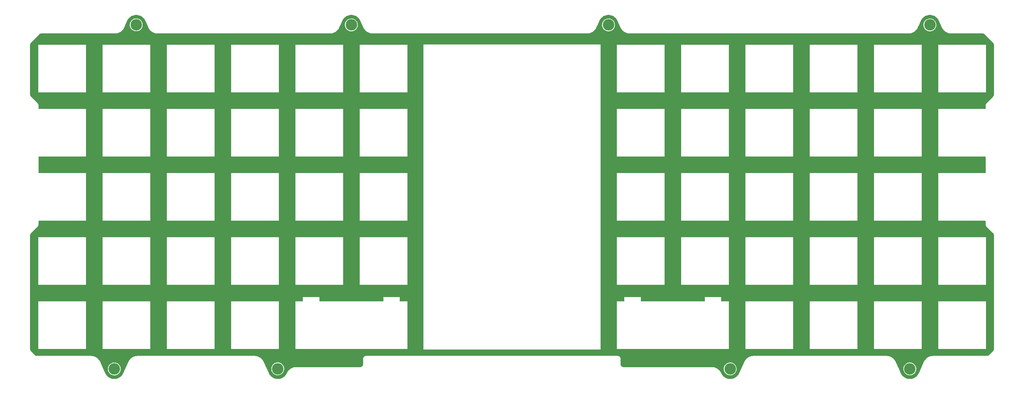
<source format=gbl>
G04 #@! TF.GenerationSoftware,KiCad,Pcbnew,(6.0.7-1)-1*
G04 #@! TF.CreationDate,2022-11-07T11:39:13+01:00*
G04 #@! TF.ProjectId,frog-mini,66726f67-2d6d-4696-9e69-2e6b69636164,rev?*
G04 #@! TF.SameCoordinates,Original*
G04 #@! TF.FileFunction,Copper,L2,Bot*
G04 #@! TF.FilePolarity,Positive*
%FSLAX46Y46*%
G04 Gerber Fmt 4.6, Leading zero omitted, Abs format (unit mm)*
G04 Created by KiCad (PCBNEW (6.0.7-1)-1) date 2022-11-07 11:39:13*
%MOMM*%
%LPD*%
G01*
G04 APERTURE LIST*
G04 #@! TA.AperFunction,ComponentPad*
%ADD10C,3.400000*%
G04 #@! TD*
G04 APERTURE END LIST*
D10*
G04 #@! TO.P,REF\u002A\u002A,1*
G04 #@! TO.N,N/C*
X17272000Y-146939000D03*
G04 #@! TD*
G04 #@! TO.P,REF\u002A\u002A,1*
G04 #@! TO.N,N/C*
X253009400Y-146913600D03*
G04 #@! TD*
G04 #@! TO.P,REF\u002A\u002A,1*
G04 #@! TO.N,N/C*
X199771000Y-146913600D03*
G04 #@! TD*
G04 #@! TO.P,REF\u002A\u002A,1*
G04 #@! TO.N,N/C*
X23774400Y-44729400D03*
G04 #@! TD*
G04 #@! TO.P,REF\u002A\u002A,1*
G04 #@! TO.N,N/C*
X87503000Y-44754800D03*
G04 #@! TD*
G04 #@! TO.P,REF\u002A\u002A,1*
G04 #@! TO.N,N/C*
X163728400Y-44754800D03*
G04 #@! TD*
G04 #@! TO.P,REF\u002A\u002A,1*
G04 #@! TO.N,N/C*
X258953000Y-44754800D03*
G04 #@! TD*
G04 #@! TO.P,REF\u002A\u002A,1*
G04 #@! TO.N,N/C*
X65709800Y-146888200D03*
G04 #@! TD*
G04 #@! TA.AperFunction,NonConductor*
G36*
X23944452Y-41797705D02*
G01*
X24249300Y-41830963D01*
X24262805Y-41833184D01*
X24562252Y-41899310D01*
X24575422Y-41902978D01*
X24865946Y-42001195D01*
X24878630Y-42006266D01*
X24962434Y-42045176D01*
X25156781Y-42135410D01*
X25168862Y-42141839D01*
X25431349Y-42300377D01*
X25442662Y-42308078D01*
X25686415Y-42494154D01*
X25696822Y-42503034D01*
X25918956Y-42714449D01*
X25928329Y-42724394D01*
X26083666Y-42908275D01*
X26126237Y-42958669D01*
X26134487Y-42969588D01*
X26305800Y-43223918D01*
X26312818Y-43235667D01*
X26454594Y-43505280D01*
X26451416Y-43506951D01*
X26454834Y-43511764D01*
X26454950Y-43514883D01*
X26461115Y-43520607D01*
X26463250Y-43523614D01*
X26466522Y-43533399D01*
X26471003Y-43540403D01*
X27306583Y-45395918D01*
X27355184Y-45503843D01*
X27353938Y-45504404D01*
X27355279Y-45506419D01*
X27355593Y-45514882D01*
X27355831Y-45515103D01*
X27366833Y-45536152D01*
X27366833Y-45536153D01*
X27474472Y-45742093D01*
X27502395Y-45795516D01*
X27552405Y-45870962D01*
X27675572Y-46056776D01*
X27677374Y-46059495D01*
X27878746Y-46303936D01*
X27962424Y-46386381D01*
X28102013Y-46523913D01*
X28102019Y-46523918D01*
X28104347Y-46526212D01*
X28106901Y-46528253D01*
X28106902Y-46528254D01*
X28269301Y-46658040D01*
X28351751Y-46723933D01*
X28618298Y-46894974D01*
X28621208Y-46896440D01*
X28621216Y-46896445D01*
X28710344Y-46941358D01*
X28901123Y-47037495D01*
X29049154Y-47093729D01*
X29194121Y-47148799D01*
X29194127Y-47148801D01*
X29197186Y-47149963D01*
X29200355Y-47150804D01*
X29200356Y-47150804D01*
X29500136Y-47230331D01*
X29500139Y-47230332D01*
X29503303Y-47231171D01*
X29816183Y-47280246D01*
X29819445Y-47280415D01*
X29819452Y-47280416D01*
X29966785Y-47288061D01*
X30132157Y-47296642D01*
X30132463Y-47296769D01*
X30142289Y-47292699D01*
X30153263Y-47293886D01*
X30162164Y-47292608D01*
X81137416Y-47292608D01*
X81137416Y-47294186D01*
X81140154Y-47293742D01*
X81147461Y-47296769D01*
X81147715Y-47296664D01*
X81292533Y-47289148D01*
X81460493Y-47280431D01*
X81460500Y-47280430D01*
X81463742Y-47280262D01*
X81590849Y-47260325D01*
X81773392Y-47231693D01*
X81773399Y-47231692D01*
X81776622Y-47231186D01*
X82082739Y-47149975D01*
X82139590Y-47128378D01*
X82375744Y-47038666D01*
X82375749Y-47038664D01*
X82378802Y-47037504D01*
X82661627Y-46894981D01*
X82928174Y-46723939D01*
X82930726Y-46721899D01*
X82930735Y-46721893D01*
X83166878Y-46533169D01*
X83175578Y-46526216D01*
X83401178Y-46303939D01*
X83556758Y-46115082D01*
X83600480Y-46062008D01*
X83600483Y-46062004D01*
X83602549Y-46059496D01*
X83643978Y-45996994D01*
X83775722Y-45798240D01*
X83775729Y-45798228D01*
X83777527Y-45795516D01*
X83779041Y-45792621D01*
X83915890Y-45530793D01*
X83924088Y-45515108D01*
X83924331Y-45514882D01*
X83924726Y-45504224D01*
X83930052Y-45495258D01*
X83932701Y-45486166D01*
X84289002Y-44694951D01*
X85598585Y-44694951D01*
X85598760Y-44699402D01*
X85605763Y-44877620D01*
X85609152Y-44963883D01*
X85657505Y-45228643D01*
X85727369Y-45438049D01*
X85741028Y-45478989D01*
X85742682Y-45483948D01*
X85744674Y-45487935D01*
X85744675Y-45487937D01*
X85852118Y-45702964D01*
X85862981Y-45724705D01*
X86016003Y-45946109D01*
X86019025Y-45949378D01*
X86195679Y-46140482D01*
X86195684Y-46140487D01*
X86198695Y-46143744D01*
X86407411Y-46313666D01*
X86411229Y-46315965D01*
X86411231Y-46315966D01*
X86629974Y-46447660D01*
X86637987Y-46452484D01*
X86642082Y-46454218D01*
X86642084Y-46454219D01*
X86881721Y-46555692D01*
X86881728Y-46555694D01*
X86885822Y-46557428D01*
X86973849Y-46580768D01*
X87141675Y-46625267D01*
X87141680Y-46625268D01*
X87145972Y-46626406D01*
X87150381Y-46626928D01*
X87150387Y-46626929D01*
X87299289Y-46644552D01*
X87413245Y-46658040D01*
X87682310Y-46651699D01*
X87686708Y-46650967D01*
X87943406Y-46608241D01*
X87943410Y-46608240D01*
X87947796Y-46607510D01*
X87952037Y-46606169D01*
X87952040Y-46606168D01*
X88200162Y-46527697D01*
X88200164Y-46527696D01*
X88204408Y-46526354D01*
X88208419Y-46524428D01*
X88208424Y-46524426D01*
X88443006Y-46411781D01*
X88443007Y-46411780D01*
X88447025Y-46409851D01*
X88450731Y-46407375D01*
X88667098Y-46262804D01*
X88667102Y-46262801D01*
X88670806Y-46260326D01*
X88674123Y-46257355D01*
X88674127Y-46257352D01*
X88867970Y-46083731D01*
X88871286Y-46080761D01*
X88941700Y-45996994D01*
X89041601Y-45878148D01*
X89041606Y-45878142D01*
X89044465Y-45874740D01*
X89186887Y-45646372D01*
X89198117Y-45620972D01*
X89244918Y-45515109D01*
X89295712Y-45400216D01*
X89368767Y-45141182D01*
X89393179Y-44959434D01*
X89404168Y-44877620D01*
X89404169Y-44877612D01*
X89404595Y-44874438D01*
X89408355Y-44754800D01*
X89402006Y-44665120D01*
X89389662Y-44490782D01*
X89389347Y-44486333D01*
X89384837Y-44465382D01*
X89333636Y-44227571D01*
X89332700Y-44223223D01*
X89313188Y-44170331D01*
X89241090Y-43974901D01*
X89241089Y-43974899D01*
X89239547Y-43970719D01*
X89208249Y-43912713D01*
X89113857Y-43737776D01*
X89111744Y-43733860D01*
X89037285Y-43633050D01*
X88954492Y-43520957D01*
X88954489Y-43520954D01*
X88951843Y-43517371D01*
X88763034Y-43325572D01*
X88733909Y-43303344D01*
X88552623Y-43164992D01*
X88549083Y-43162290D01*
X88496434Y-43132805D01*
X88318147Y-43032959D01*
X88318144Y-43032958D01*
X88314261Y-43030783D01*
X88310122Y-43029182D01*
X88310114Y-43029178D01*
X88124566Y-42957396D01*
X88063251Y-42933675D01*
X88058926Y-42932672D01*
X88058921Y-42932671D01*
X87887987Y-42893051D01*
X87801063Y-42872903D01*
X87532928Y-42849680D01*
X87528493Y-42849924D01*
X87528489Y-42849924D01*
X87419324Y-42855932D01*
X87264196Y-42864469D01*
X87259833Y-42865337D01*
X87259832Y-42865337D01*
X87004596Y-42916107D01*
X87004594Y-42916108D01*
X87000228Y-42916976D01*
X86746292Y-43006152D01*
X86507455Y-43130218D01*
X86503840Y-43132801D01*
X86503834Y-43132805D01*
X86458793Y-43164992D01*
X86288481Y-43286699D01*
X86285254Y-43289777D01*
X86285252Y-43289779D01*
X86097031Y-43469333D01*
X86093740Y-43472472D01*
X85927118Y-43683832D01*
X85895785Y-43737776D01*
X85794173Y-43912713D01*
X85794170Y-43912719D01*
X85791939Y-43916560D01*
X85790269Y-43920683D01*
X85778597Y-43949501D01*
X85690900Y-44166013D01*
X85689829Y-44170326D01*
X85689827Y-44170331D01*
X85676689Y-44223223D01*
X85626017Y-44427214D01*
X85598585Y-44694951D01*
X84289002Y-44694951D01*
X84817134Y-43522162D01*
X84818774Y-43522901D01*
X84819598Y-43519874D01*
X84824974Y-43514883D01*
X84825330Y-43505280D01*
X84828616Y-43499030D01*
X84828677Y-43498974D01*
X84831422Y-43494070D01*
X84834855Y-43488302D01*
X84835821Y-43485329D01*
X84840744Y-43475968D01*
X84967106Y-43235667D01*
X84974124Y-43223918D01*
X85145437Y-42969588D01*
X85153687Y-42958669D01*
X85196258Y-42908275D01*
X85351595Y-42724394D01*
X85360968Y-42714449D01*
X85583102Y-42503034D01*
X85593509Y-42494154D01*
X85837262Y-42308078D01*
X85848575Y-42300377D01*
X86111062Y-42141839D01*
X86123143Y-42135410D01*
X86317490Y-42045176D01*
X86401294Y-42006266D01*
X86413978Y-42001195D01*
X86704502Y-41902978D01*
X86717672Y-41899310D01*
X87017119Y-41833184D01*
X87030624Y-41830963D01*
X87335472Y-41797705D01*
X87349137Y-41796962D01*
X87655787Y-41796962D01*
X87669452Y-41797705D01*
X87974300Y-41830963D01*
X87987805Y-41833184D01*
X88287252Y-41899310D01*
X88300422Y-41902978D01*
X88590946Y-42001195D01*
X88603630Y-42006266D01*
X88687434Y-42045176D01*
X88881781Y-42135410D01*
X88893862Y-42141839D01*
X89156349Y-42300377D01*
X89167662Y-42308078D01*
X89411415Y-42494154D01*
X89421822Y-42503034D01*
X89643956Y-42714449D01*
X89653329Y-42724394D01*
X89808666Y-42908275D01*
X89851237Y-42958669D01*
X89859487Y-42969588D01*
X90030800Y-43223918D01*
X90037818Y-43235667D01*
X90179594Y-43505280D01*
X90176416Y-43506951D01*
X90179834Y-43511764D01*
X90179950Y-43514883D01*
X90186115Y-43520607D01*
X90188250Y-43523614D01*
X90191522Y-43533399D01*
X90196003Y-43540403D01*
X91031583Y-45395918D01*
X91080184Y-45503843D01*
X91078938Y-45504404D01*
X91080279Y-45506419D01*
X91080593Y-45514882D01*
X91080831Y-45515103D01*
X91091833Y-45536152D01*
X91091833Y-45536153D01*
X91199472Y-45742093D01*
X91227395Y-45795516D01*
X91277405Y-45870962D01*
X91400572Y-46056776D01*
X91402374Y-46059495D01*
X91603746Y-46303936D01*
X91687424Y-46386381D01*
X91827013Y-46523913D01*
X91827019Y-46523918D01*
X91829347Y-46526212D01*
X91831901Y-46528253D01*
X91831902Y-46528254D01*
X91994301Y-46658040D01*
X92076751Y-46723933D01*
X92343298Y-46894974D01*
X92346208Y-46896440D01*
X92346216Y-46896445D01*
X92435344Y-46941358D01*
X92626123Y-47037495D01*
X92774154Y-47093729D01*
X92919121Y-47148799D01*
X92919127Y-47148801D01*
X92922186Y-47149963D01*
X92925355Y-47150804D01*
X92925356Y-47150804D01*
X93225136Y-47230331D01*
X93225139Y-47230332D01*
X93228303Y-47231171D01*
X93541183Y-47280246D01*
X93544445Y-47280415D01*
X93544452Y-47280416D01*
X93691785Y-47288061D01*
X93857157Y-47296642D01*
X93857463Y-47296769D01*
X93867289Y-47292699D01*
X93878263Y-47293886D01*
X93887164Y-47292608D01*
X157337416Y-47292608D01*
X157337416Y-47294186D01*
X157340154Y-47293742D01*
X157347461Y-47296769D01*
X157347715Y-47296664D01*
X157492533Y-47289148D01*
X157660493Y-47280431D01*
X157660500Y-47280430D01*
X157663742Y-47280262D01*
X157790849Y-47260325D01*
X157973392Y-47231693D01*
X157973399Y-47231692D01*
X157976622Y-47231186D01*
X158282739Y-47149975D01*
X158339590Y-47128378D01*
X158575744Y-47038666D01*
X158575749Y-47038664D01*
X158578802Y-47037504D01*
X158861627Y-46894981D01*
X159128174Y-46723939D01*
X159130726Y-46721899D01*
X159130735Y-46721893D01*
X159366878Y-46533169D01*
X159375578Y-46526216D01*
X159601178Y-46303939D01*
X159756758Y-46115082D01*
X159800480Y-46062008D01*
X159800483Y-46062004D01*
X159802549Y-46059496D01*
X159843978Y-45996994D01*
X159975722Y-45798240D01*
X159975729Y-45798228D01*
X159977527Y-45795516D01*
X159979041Y-45792621D01*
X160115890Y-45530793D01*
X160124088Y-45515108D01*
X160124331Y-45514882D01*
X160124726Y-45504224D01*
X160130052Y-45495258D01*
X160132701Y-45486166D01*
X160489002Y-44694951D01*
X161823985Y-44694951D01*
X161824160Y-44699402D01*
X161831163Y-44877620D01*
X161834552Y-44963883D01*
X161882905Y-45228643D01*
X161952769Y-45438049D01*
X161966428Y-45478989D01*
X161968082Y-45483948D01*
X161970074Y-45487935D01*
X161970075Y-45487937D01*
X162077518Y-45702964D01*
X162088381Y-45724705D01*
X162241403Y-45946109D01*
X162244425Y-45949378D01*
X162421079Y-46140482D01*
X162421084Y-46140487D01*
X162424095Y-46143744D01*
X162632811Y-46313666D01*
X162636629Y-46315965D01*
X162636631Y-46315966D01*
X162855374Y-46447660D01*
X162863387Y-46452484D01*
X162867482Y-46454218D01*
X162867484Y-46454219D01*
X163107121Y-46555692D01*
X163107128Y-46555694D01*
X163111222Y-46557428D01*
X163199249Y-46580768D01*
X163367075Y-46625267D01*
X163367080Y-46625268D01*
X163371372Y-46626406D01*
X163375781Y-46626928D01*
X163375787Y-46626929D01*
X163524689Y-46644552D01*
X163638645Y-46658040D01*
X163907710Y-46651699D01*
X163912108Y-46650967D01*
X164168806Y-46608241D01*
X164168810Y-46608240D01*
X164173196Y-46607510D01*
X164177437Y-46606169D01*
X164177440Y-46606168D01*
X164425562Y-46527697D01*
X164425564Y-46527696D01*
X164429808Y-46526354D01*
X164433819Y-46524428D01*
X164433824Y-46524426D01*
X164668406Y-46411781D01*
X164668407Y-46411780D01*
X164672425Y-46409851D01*
X164676131Y-46407375D01*
X164892498Y-46262804D01*
X164892502Y-46262801D01*
X164896206Y-46260326D01*
X164899523Y-46257355D01*
X164899527Y-46257352D01*
X165093370Y-46083731D01*
X165096686Y-46080761D01*
X165167100Y-45996994D01*
X165267001Y-45878148D01*
X165267006Y-45878142D01*
X165269865Y-45874740D01*
X165412287Y-45646372D01*
X165423517Y-45620972D01*
X165470318Y-45515109D01*
X165521112Y-45400216D01*
X165594167Y-45141182D01*
X165618579Y-44959434D01*
X165629568Y-44877620D01*
X165629569Y-44877612D01*
X165629995Y-44874438D01*
X165633755Y-44754800D01*
X165627406Y-44665120D01*
X165615062Y-44490782D01*
X165614747Y-44486333D01*
X165610237Y-44465382D01*
X165559036Y-44227571D01*
X165558100Y-44223223D01*
X165538588Y-44170331D01*
X165466490Y-43974901D01*
X165466489Y-43974899D01*
X165464947Y-43970719D01*
X165433649Y-43912713D01*
X165339257Y-43737776D01*
X165337144Y-43733860D01*
X165262685Y-43633050D01*
X165179892Y-43520957D01*
X165179889Y-43520954D01*
X165177243Y-43517371D01*
X164988434Y-43325572D01*
X164959309Y-43303344D01*
X164778023Y-43164992D01*
X164774483Y-43162290D01*
X164721834Y-43132805D01*
X164543547Y-43032959D01*
X164543544Y-43032958D01*
X164539661Y-43030783D01*
X164535522Y-43029182D01*
X164535514Y-43029178D01*
X164349966Y-42957396D01*
X164288651Y-42933675D01*
X164284326Y-42932672D01*
X164284321Y-42932671D01*
X164113387Y-42893051D01*
X164026463Y-42872903D01*
X163758328Y-42849680D01*
X163753893Y-42849924D01*
X163753889Y-42849924D01*
X163644724Y-42855932D01*
X163489596Y-42864469D01*
X163485233Y-42865337D01*
X163485232Y-42865337D01*
X163229996Y-42916107D01*
X163229994Y-42916108D01*
X163225628Y-42916976D01*
X162971692Y-43006152D01*
X162732855Y-43130218D01*
X162729240Y-43132801D01*
X162729234Y-43132805D01*
X162684193Y-43164992D01*
X162513881Y-43286699D01*
X162510654Y-43289777D01*
X162510652Y-43289779D01*
X162322431Y-43469333D01*
X162319140Y-43472472D01*
X162152518Y-43683832D01*
X162121185Y-43737776D01*
X162019573Y-43912713D01*
X162019570Y-43912719D01*
X162017339Y-43916560D01*
X162015669Y-43920683D01*
X162003997Y-43949501D01*
X161916300Y-44166013D01*
X161915229Y-44170326D01*
X161915227Y-44170331D01*
X161902089Y-44223223D01*
X161851417Y-44427214D01*
X161823985Y-44694951D01*
X160489002Y-44694951D01*
X161017134Y-43522162D01*
X161018774Y-43522901D01*
X161019598Y-43519874D01*
X161024974Y-43514883D01*
X161025330Y-43505280D01*
X161028616Y-43499030D01*
X161028677Y-43498974D01*
X161031422Y-43494070D01*
X161034855Y-43488302D01*
X161035821Y-43485329D01*
X161040744Y-43475968D01*
X161167106Y-43235667D01*
X161174124Y-43223918D01*
X161345437Y-42969588D01*
X161353687Y-42958669D01*
X161396258Y-42908275D01*
X161551595Y-42724394D01*
X161560968Y-42714449D01*
X161783102Y-42503034D01*
X161793509Y-42494154D01*
X162037262Y-42308078D01*
X162048575Y-42300377D01*
X162311062Y-42141839D01*
X162323143Y-42135410D01*
X162517490Y-42045176D01*
X162601294Y-42006266D01*
X162613978Y-42001195D01*
X162904502Y-41902978D01*
X162917672Y-41899310D01*
X163217119Y-41833184D01*
X163230624Y-41830963D01*
X163535472Y-41797705D01*
X163549137Y-41796962D01*
X163855787Y-41796962D01*
X163869452Y-41797705D01*
X164174300Y-41830963D01*
X164187805Y-41833184D01*
X164487252Y-41899310D01*
X164500422Y-41902978D01*
X164790946Y-42001195D01*
X164803630Y-42006266D01*
X164887434Y-42045176D01*
X165081781Y-42135410D01*
X165093862Y-42141839D01*
X165356349Y-42300377D01*
X165367662Y-42308078D01*
X165611415Y-42494154D01*
X165621822Y-42503034D01*
X165843956Y-42714449D01*
X165853329Y-42724394D01*
X166008666Y-42908275D01*
X166051237Y-42958669D01*
X166059487Y-42969588D01*
X166230800Y-43223918D01*
X166237818Y-43235667D01*
X166379594Y-43505280D01*
X166376416Y-43506951D01*
X166379834Y-43511764D01*
X166379950Y-43514883D01*
X166386115Y-43520607D01*
X166388250Y-43523614D01*
X166391522Y-43533399D01*
X166396003Y-43540403D01*
X167231583Y-45395918D01*
X167280184Y-45503843D01*
X167278938Y-45504404D01*
X167280279Y-45506419D01*
X167280593Y-45514882D01*
X167280831Y-45515103D01*
X167291833Y-45536152D01*
X167291833Y-45536153D01*
X167399472Y-45742093D01*
X167427395Y-45795516D01*
X167477405Y-45870962D01*
X167600572Y-46056776D01*
X167602374Y-46059495D01*
X167803746Y-46303936D01*
X167887424Y-46386381D01*
X168027013Y-46523913D01*
X168027019Y-46523918D01*
X168029347Y-46526212D01*
X168031901Y-46528253D01*
X168031902Y-46528254D01*
X168194301Y-46658040D01*
X168276751Y-46723933D01*
X168543298Y-46894974D01*
X168546208Y-46896440D01*
X168546216Y-46896445D01*
X168635344Y-46941358D01*
X168826123Y-47037495D01*
X168974154Y-47093729D01*
X169119121Y-47148799D01*
X169119127Y-47148801D01*
X169122186Y-47149963D01*
X169125355Y-47150804D01*
X169125356Y-47150804D01*
X169425136Y-47230331D01*
X169425139Y-47230332D01*
X169428303Y-47231171D01*
X169741183Y-47280246D01*
X169744445Y-47280415D01*
X169744452Y-47280416D01*
X169891785Y-47288061D01*
X170057157Y-47296642D01*
X170057463Y-47296769D01*
X170067289Y-47292699D01*
X170078263Y-47293886D01*
X170087164Y-47292608D01*
X252587416Y-47292608D01*
X252587416Y-47294186D01*
X252590154Y-47293742D01*
X252597461Y-47296769D01*
X252597715Y-47296664D01*
X252742533Y-47289148D01*
X252910493Y-47280431D01*
X252910500Y-47280430D01*
X252913742Y-47280262D01*
X253040850Y-47260325D01*
X253223392Y-47231693D01*
X253223399Y-47231692D01*
X253226622Y-47231186D01*
X253532739Y-47149975D01*
X253589590Y-47128378D01*
X253825744Y-47038666D01*
X253825749Y-47038664D01*
X253828802Y-47037504D01*
X254111627Y-46894981D01*
X254378174Y-46723939D01*
X254380726Y-46721899D01*
X254380735Y-46721893D01*
X254616878Y-46533169D01*
X254625578Y-46526216D01*
X254851178Y-46303939D01*
X255006758Y-46115082D01*
X255050480Y-46062008D01*
X255050483Y-46062004D01*
X255052549Y-46059496D01*
X255093978Y-45996994D01*
X255225722Y-45798240D01*
X255225729Y-45798228D01*
X255227527Y-45795516D01*
X255229041Y-45792621D01*
X255365890Y-45530793D01*
X255374088Y-45515108D01*
X255374331Y-45514882D01*
X255374726Y-45504224D01*
X255380052Y-45495258D01*
X255382701Y-45486166D01*
X255739002Y-44694951D01*
X257048585Y-44694951D01*
X257048760Y-44699402D01*
X257055763Y-44877620D01*
X257059152Y-44963883D01*
X257107505Y-45228643D01*
X257177369Y-45438049D01*
X257191028Y-45478989D01*
X257192682Y-45483948D01*
X257194674Y-45487935D01*
X257194675Y-45487937D01*
X257302118Y-45702964D01*
X257312981Y-45724705D01*
X257466003Y-45946109D01*
X257469025Y-45949378D01*
X257645679Y-46140482D01*
X257645684Y-46140487D01*
X257648695Y-46143744D01*
X257857411Y-46313666D01*
X257861229Y-46315965D01*
X257861231Y-46315966D01*
X258079974Y-46447660D01*
X258087987Y-46452484D01*
X258092082Y-46454218D01*
X258092084Y-46454219D01*
X258331721Y-46555692D01*
X258331728Y-46555694D01*
X258335822Y-46557428D01*
X258423849Y-46580768D01*
X258591675Y-46625267D01*
X258591680Y-46625268D01*
X258595972Y-46626406D01*
X258600381Y-46626928D01*
X258600387Y-46626929D01*
X258749289Y-46644552D01*
X258863245Y-46658040D01*
X259132310Y-46651699D01*
X259136708Y-46650967D01*
X259393406Y-46608241D01*
X259393410Y-46608240D01*
X259397796Y-46607510D01*
X259402037Y-46606169D01*
X259402040Y-46606168D01*
X259650162Y-46527697D01*
X259650164Y-46527696D01*
X259654408Y-46526354D01*
X259658419Y-46524428D01*
X259658424Y-46524426D01*
X259893006Y-46411781D01*
X259893007Y-46411780D01*
X259897025Y-46409851D01*
X259900731Y-46407375D01*
X260117098Y-46262804D01*
X260117102Y-46262801D01*
X260120806Y-46260326D01*
X260124123Y-46257355D01*
X260124127Y-46257352D01*
X260317970Y-46083731D01*
X260321286Y-46080761D01*
X260391700Y-45996994D01*
X260491601Y-45878148D01*
X260491606Y-45878142D01*
X260494465Y-45874740D01*
X260636887Y-45646372D01*
X260648117Y-45620972D01*
X260694918Y-45515109D01*
X260745712Y-45400216D01*
X260818767Y-45141182D01*
X260843179Y-44959434D01*
X260854168Y-44877620D01*
X260854169Y-44877612D01*
X260854595Y-44874438D01*
X260858355Y-44754800D01*
X260852006Y-44665120D01*
X260839662Y-44490782D01*
X260839347Y-44486333D01*
X260834837Y-44465382D01*
X260783636Y-44227571D01*
X260782700Y-44223223D01*
X260763188Y-44170331D01*
X260691090Y-43974901D01*
X260691089Y-43974899D01*
X260689547Y-43970719D01*
X260658249Y-43912713D01*
X260563857Y-43737776D01*
X260561744Y-43733860D01*
X260487285Y-43633050D01*
X260404492Y-43520957D01*
X260404489Y-43520954D01*
X260401843Y-43517371D01*
X260213034Y-43325572D01*
X260183909Y-43303344D01*
X260002623Y-43164992D01*
X259999083Y-43162290D01*
X259946434Y-43132805D01*
X259768147Y-43032959D01*
X259768144Y-43032958D01*
X259764261Y-43030783D01*
X259760122Y-43029182D01*
X259760114Y-43029178D01*
X259574566Y-42957396D01*
X259513251Y-42933675D01*
X259508926Y-42932672D01*
X259508921Y-42932671D01*
X259337987Y-42893051D01*
X259251063Y-42872903D01*
X258982928Y-42849680D01*
X258978493Y-42849924D01*
X258978489Y-42849924D01*
X258869324Y-42855932D01*
X258714196Y-42864469D01*
X258709833Y-42865337D01*
X258709832Y-42865337D01*
X258454596Y-42916107D01*
X258454594Y-42916108D01*
X258450228Y-42916976D01*
X258196292Y-43006152D01*
X257957455Y-43130218D01*
X257953840Y-43132801D01*
X257953834Y-43132805D01*
X257908793Y-43164992D01*
X257738481Y-43286699D01*
X257735254Y-43289777D01*
X257735252Y-43289779D01*
X257547031Y-43469333D01*
X257543740Y-43472472D01*
X257377118Y-43683832D01*
X257345785Y-43737776D01*
X257244173Y-43912713D01*
X257244170Y-43912719D01*
X257241939Y-43916560D01*
X257240269Y-43920683D01*
X257228597Y-43949501D01*
X257140900Y-44166013D01*
X257139829Y-44170326D01*
X257139827Y-44170331D01*
X257126689Y-44223223D01*
X257076017Y-44427214D01*
X257048585Y-44694951D01*
X255739002Y-44694951D01*
X256267134Y-43522162D01*
X256268774Y-43522901D01*
X256269598Y-43519874D01*
X256274974Y-43514883D01*
X256275330Y-43505280D01*
X256278616Y-43499030D01*
X256278677Y-43498974D01*
X256281422Y-43494070D01*
X256284855Y-43488302D01*
X256285821Y-43485329D01*
X256290744Y-43475968D01*
X256417106Y-43235667D01*
X256424124Y-43223918D01*
X256595437Y-42969588D01*
X256603687Y-42958669D01*
X256646258Y-42908275D01*
X256801595Y-42724394D01*
X256810968Y-42714449D01*
X257033102Y-42503034D01*
X257043509Y-42494154D01*
X257287262Y-42308078D01*
X257298575Y-42300377D01*
X257561062Y-42141839D01*
X257573143Y-42135410D01*
X257767490Y-42045176D01*
X257851294Y-42006266D01*
X257863978Y-42001195D01*
X258154502Y-41902978D01*
X258167672Y-41899310D01*
X258467119Y-41833184D01*
X258480624Y-41830963D01*
X258785472Y-41797705D01*
X258799137Y-41796962D01*
X259105787Y-41796962D01*
X259119452Y-41797705D01*
X259424300Y-41830963D01*
X259437805Y-41833184D01*
X259737252Y-41899310D01*
X259750422Y-41902978D01*
X260040946Y-42001195D01*
X260053630Y-42006266D01*
X260137434Y-42045176D01*
X260331781Y-42135410D01*
X260343862Y-42141839D01*
X260606349Y-42300377D01*
X260617662Y-42308078D01*
X260861415Y-42494154D01*
X260871822Y-42503034D01*
X261093956Y-42714449D01*
X261103329Y-42724394D01*
X261258666Y-42908275D01*
X261301237Y-42958669D01*
X261309487Y-42969588D01*
X261480800Y-43223918D01*
X261487818Y-43235667D01*
X261629594Y-43505280D01*
X261626416Y-43506951D01*
X261629834Y-43511764D01*
X261629950Y-43514883D01*
X261636115Y-43520607D01*
X261638250Y-43523614D01*
X261641522Y-43533399D01*
X261646003Y-43540403D01*
X262481583Y-45395918D01*
X262530184Y-45503843D01*
X262528938Y-45504404D01*
X262530279Y-45506419D01*
X262530593Y-45514882D01*
X262530831Y-45515103D01*
X262541833Y-45536152D01*
X262541833Y-45536153D01*
X262649472Y-45742093D01*
X262677395Y-45795516D01*
X262727405Y-45870962D01*
X262850572Y-46056776D01*
X262852374Y-46059495D01*
X263053746Y-46303936D01*
X263137424Y-46386381D01*
X263277013Y-46523913D01*
X263277019Y-46523918D01*
X263279347Y-46526212D01*
X263281901Y-46528253D01*
X263281902Y-46528254D01*
X263444301Y-46658040D01*
X263526751Y-46723933D01*
X263793298Y-46894974D01*
X263796208Y-46896440D01*
X263796216Y-46896445D01*
X263885344Y-46941358D01*
X264076123Y-47037495D01*
X264224154Y-47093729D01*
X264369121Y-47148799D01*
X264369127Y-47148801D01*
X264372186Y-47149963D01*
X264375355Y-47150804D01*
X264375356Y-47150804D01*
X264675136Y-47230331D01*
X264675139Y-47230332D01*
X264678303Y-47231171D01*
X264991183Y-47280246D01*
X264994445Y-47280415D01*
X264994452Y-47280416D01*
X265141785Y-47288061D01*
X265307157Y-47296642D01*
X265307463Y-47296769D01*
X265317288Y-47292699D01*
X265328313Y-47293892D01*
X265337172Y-47292622D01*
X274553190Y-47296603D01*
X274553189Y-47298170D01*
X274555911Y-47297730D01*
X274563245Y-47300769D01*
X274571687Y-47297273D01*
X274577193Y-47297706D01*
X274577194Y-47297707D01*
X274595131Y-47299119D01*
X274595495Y-47299153D01*
X274595522Y-47299150D01*
X274701897Y-47307525D01*
X274721414Y-47310616D01*
X274847027Y-47340773D01*
X274865817Y-47346879D01*
X274985156Y-47396306D01*
X275002765Y-47405277D01*
X275112903Y-47472761D01*
X275128896Y-47484378D01*
X275219366Y-47561634D01*
X275228192Y-47569171D01*
X275225177Y-47572702D01*
X275231350Y-47576793D01*
X275231708Y-47577656D01*
X275234227Y-47578699D01*
X275244698Y-47585638D01*
X275248526Y-47590387D01*
X275255672Y-47595736D01*
X277641757Y-49981821D01*
X277640640Y-49982938D01*
X277642892Y-49984562D01*
X277645918Y-49991867D01*
X277654359Y-49995363D01*
X277657942Y-49999558D01*
X277669673Y-50013293D01*
X277669870Y-50013530D01*
X277669888Y-50013546D01*
X277735765Y-50090676D01*
X277739187Y-50094683D01*
X277750801Y-50110668D01*
X277818294Y-50220805D01*
X277827266Y-50238415D01*
X277876695Y-50357748D01*
X277882805Y-50376553D01*
X277912956Y-50502149D01*
X277916047Y-50521668D01*
X277919374Y-50563940D01*
X277926294Y-50651891D01*
X277921686Y-50652254D01*
X277923148Y-50659484D01*
X277922801Y-50660321D01*
X277923810Y-50662756D01*
X277926331Y-50675225D01*
X277925689Y-50681190D01*
X277926962Y-50690044D01*
X277926962Y-65438528D01*
X277925383Y-65438528D01*
X277925827Y-65441268D01*
X277922801Y-65448574D01*
X277926298Y-65457015D01*
X277925865Y-65462517D01*
X277924450Y-65480507D01*
X277924420Y-65480831D01*
X277924422Y-65480855D01*
X277916369Y-65583223D01*
X277916054Y-65587224D01*
X277912962Y-65606747D01*
X277882809Y-65732352D01*
X277876702Y-65751147D01*
X277828933Y-65866476D01*
X277827275Y-65870479D01*
X277818300Y-65888094D01*
X277796933Y-65922963D01*
X277750812Y-65998226D01*
X277739196Y-66014214D01*
X277654376Y-66113524D01*
X277654375Y-66113524D01*
X277650848Y-66110511D01*
X277646762Y-66116678D01*
X277645918Y-66117028D01*
X277644897Y-66119493D01*
X277637913Y-66130034D01*
X277632805Y-66134151D01*
X277627677Y-66140972D01*
X275768883Y-67983860D01*
X275767879Y-67982848D01*
X275766400Y-67984889D01*
X275758724Y-67988072D01*
X275757752Y-67990421D01*
X275744230Y-68006317D01*
X275744229Y-68006318D01*
X275665006Y-68099452D01*
X275652263Y-68114433D01*
X275649648Y-68118751D01*
X275649645Y-68118755D01*
X275615185Y-68175656D01*
X275566703Y-68255710D01*
X275564812Y-68260386D01*
X275564811Y-68260389D01*
X275564736Y-68260576D01*
X275504794Y-68408834D01*
X275468123Y-68569877D01*
X275457786Y-68732259D01*
X275456813Y-68734723D01*
X275460966Y-68744297D01*
X275460966Y-68745436D01*
X275459865Y-68757572D01*
X275460966Y-68764803D01*
X275460966Y-69606876D01*
X275440964Y-69674997D01*
X275387308Y-69721490D01*
X275334966Y-69732876D01*
X261472136Y-69732876D01*
X261472136Y-69731297D01*
X261469396Y-69731741D01*
X261462091Y-69728715D01*
X261452253Y-69732790D01*
X261452252Y-69732790D01*
X261451333Y-69733171D01*
X261451191Y-69733230D01*
X261423440Y-69744725D01*
X261419193Y-69754978D01*
X261416313Y-69761932D01*
X261407430Y-69783376D01*
X261411505Y-69793214D01*
X261410319Y-69804251D01*
X261411591Y-69813100D01*
X261411591Y-83822706D01*
X261410012Y-83822706D01*
X261410456Y-83825446D01*
X261407430Y-83832751D01*
X261411505Y-83842589D01*
X261411505Y-83842590D01*
X261414485Y-83849783D01*
X261423440Y-83871402D01*
X261440189Y-83878340D01*
X261445355Y-83880480D01*
X261445356Y-83880480D01*
X261462091Y-83887412D01*
X261471929Y-83883337D01*
X261482966Y-83884523D01*
X261491815Y-83883251D01*
X275334966Y-83883251D01*
X275403087Y-83903253D01*
X275449580Y-83956909D01*
X275460966Y-84009251D01*
X275460966Y-88656956D01*
X275440964Y-88725077D01*
X275387308Y-88771570D01*
X275334966Y-88782956D01*
X261472136Y-88782956D01*
X261472136Y-88781377D01*
X261469396Y-88781821D01*
X261462091Y-88778795D01*
X261452253Y-88782870D01*
X261452252Y-88782870D01*
X261451333Y-88783251D01*
X261451191Y-88783310D01*
X261423440Y-88794805D01*
X261419193Y-88805058D01*
X261416313Y-88812012D01*
X261407430Y-88833456D01*
X261411505Y-88843294D01*
X261410319Y-88854331D01*
X261411591Y-88863180D01*
X261411591Y-102872786D01*
X261410012Y-102872786D01*
X261410456Y-102875526D01*
X261407430Y-102882831D01*
X261411505Y-102892669D01*
X261411505Y-102892670D01*
X261414485Y-102899863D01*
X261423440Y-102921482D01*
X261440189Y-102928420D01*
X261445355Y-102930560D01*
X261445356Y-102930560D01*
X261462091Y-102937492D01*
X261471929Y-102933417D01*
X261482966Y-102934603D01*
X261491815Y-102933331D01*
X275334966Y-102933331D01*
X275403087Y-102953333D01*
X275449580Y-103006989D01*
X275460966Y-103059331D01*
X275460966Y-103921910D01*
X275458829Y-103921910D01*
X275459388Y-103925549D01*
X275456813Y-103931485D01*
X275457821Y-103934036D01*
X275468152Y-104096326D01*
X275504824Y-104257363D01*
X275566732Y-104410482D01*
X275569347Y-104414799D01*
X275569348Y-104414802D01*
X275615331Y-104490728D01*
X275652290Y-104551755D01*
X275757712Y-104675686D01*
X275758725Y-104678135D01*
X275768560Y-104682214D01*
X275774943Y-104690142D01*
X275782704Y-104695908D01*
X277659289Y-106543499D01*
X277657998Y-106544810D01*
X277660604Y-106546674D01*
X277663371Y-106553355D01*
X277671812Y-106556852D01*
X277675398Y-106561051D01*
X277675399Y-106561053D01*
X277687135Y-106574795D01*
X277687321Y-106575019D01*
X277687340Y-106575034D01*
X277756635Y-106656172D01*
X277768255Y-106672166D01*
X277835739Y-106782292D01*
X277844716Y-106799911D01*
X277894141Y-106919242D01*
X277900250Y-106938044D01*
X277930400Y-107063634D01*
X277933493Y-107083163D01*
X277943741Y-107213396D01*
X277939123Y-107213759D01*
X277940592Y-107220997D01*
X277940255Y-107221811D01*
X277941240Y-107224188D01*
X277943784Y-107236725D01*
X277943137Y-107242740D01*
X277944401Y-107251547D01*
X277926967Y-141017836D01*
X277925407Y-141017835D01*
X277925845Y-141020545D01*
X277922801Y-141027894D01*
X277926298Y-141036336D01*
X277925865Y-141041837D01*
X277924448Y-141059847D01*
X277924419Y-141060151D01*
X277924422Y-141060175D01*
X277916834Y-141156601D01*
X277916051Y-141166546D01*
X277912957Y-141186076D01*
X277882805Y-141311663D01*
X277876695Y-141330467D01*
X277827268Y-141449791D01*
X277818292Y-141467408D01*
X277750803Y-141577537D01*
X277739181Y-141593533D01*
X277654346Y-141692859D01*
X277650819Y-141689847D01*
X277646736Y-141696011D01*
X277645919Y-141696349D01*
X277644930Y-141698736D01*
X277637877Y-141709383D01*
X277633539Y-141712878D01*
X277627987Y-141720324D01*
X277570971Y-141777774D01*
X276575872Y-142780440D01*
X276574660Y-142779237D01*
X276572917Y-142781664D01*
X276565922Y-142784560D01*
X276562425Y-142793001D01*
X276544475Y-142808329D01*
X276544254Y-142808512D01*
X276544241Y-142808528D01*
X276500002Y-142846306D01*
X276463096Y-142877820D01*
X276447112Y-142889431D01*
X276336975Y-142956916D01*
X276319365Y-142965889D01*
X276200019Y-143015320D01*
X276181226Y-143021426D01*
X276073311Y-143047335D01*
X276055634Y-143051579D01*
X276036111Y-143054672D01*
X275905866Y-143064929D01*
X275905503Y-143060321D01*
X275898278Y-143061786D01*
X275897459Y-143061447D01*
X275895071Y-143062436D01*
X275882542Y-143064977D01*
X275876579Y-143064336D01*
X275867736Y-143065608D01*
X259957508Y-143065608D01*
X259957508Y-143064030D01*
X259954770Y-143064474D01*
X259947463Y-143061447D01*
X259947173Y-143061567D01*
X259923443Y-143062798D01*
X259923442Y-143062798D01*
X259634434Y-143077796D01*
X259634428Y-143077797D01*
X259631183Y-143077965D01*
X259627966Y-143078470D01*
X259627962Y-143078470D01*
X259488383Y-143100363D01*
X259318302Y-143127039D01*
X259315138Y-143127878D01*
X259315135Y-143127879D01*
X259015354Y-143207406D01*
X259015348Y-143207408D01*
X259012185Y-143208247D01*
X258811514Y-143284479D01*
X258748935Y-143308252D01*
X258716122Y-143320717D01*
X258713202Y-143322188D01*
X258713203Y-143322188D01*
X258436215Y-143461767D01*
X258436207Y-143461772D01*
X258433297Y-143463238D01*
X258166750Y-143634279D01*
X257919346Y-143832001D01*
X257917022Y-143834291D01*
X257917012Y-143834300D01*
X257696080Y-144051978D01*
X257693746Y-144054278D01*
X257691677Y-144056790D01*
X257494457Y-144296194D01*
X257492375Y-144298721D01*
X257490575Y-144301437D01*
X257490572Y-144301441D01*
X257319202Y-144559977D01*
X257319200Y-144559981D01*
X257317397Y-144562701D01*
X257315889Y-144565586D01*
X257315884Y-144565595D01*
X257289475Y-144616123D01*
X257170838Y-144843107D01*
X257170593Y-144843334D01*
X257170199Y-144853958D01*
X257164996Y-144862680D01*
X257162287Y-144871979D01*
X255753779Y-148008140D01*
X255684645Y-148162072D01*
X255682970Y-148161320D01*
X255682133Y-148164405D01*
X255676825Y-148169333D01*
X255676469Y-148178936D01*
X255673180Y-148185190D01*
X255673121Y-148185245D01*
X255670372Y-148190154D01*
X255666942Y-148195917D01*
X255665977Y-148198888D01*
X255534693Y-148448549D01*
X255527675Y-148460298D01*
X255473467Y-148540775D01*
X255356454Y-148714492D01*
X255356362Y-148714628D01*
X255348114Y-148725544D01*
X255150204Y-148959822D01*
X255140831Y-148969767D01*
X254918701Y-149181179D01*
X254908290Y-149190062D01*
X254664537Y-149376138D01*
X254653224Y-149383839D01*
X254390737Y-149542377D01*
X254378656Y-149548806D01*
X254100505Y-149677950D01*
X254087821Y-149683021D01*
X253797297Y-149781238D01*
X253784127Y-149784906D01*
X253484680Y-149851032D01*
X253471175Y-149853253D01*
X253166327Y-149886511D01*
X253152662Y-149887254D01*
X252846012Y-149887254D01*
X252832347Y-149886511D01*
X252527499Y-149853253D01*
X252513994Y-149851032D01*
X252214547Y-149784906D01*
X252201377Y-149781238D01*
X251910853Y-149683021D01*
X251898169Y-149677950D01*
X251620018Y-149548806D01*
X251607937Y-149542377D01*
X251345450Y-149383839D01*
X251334137Y-149376138D01*
X251090384Y-149190062D01*
X251079973Y-149181179D01*
X250857843Y-148969767D01*
X250848470Y-148959822D01*
X250650560Y-148725544D01*
X250642312Y-148714628D01*
X250642221Y-148714492D01*
X250525207Y-148540775D01*
X250470999Y-148460298D01*
X250463981Y-148448549D01*
X250322205Y-148178936D01*
X250325383Y-148177265D01*
X250321965Y-148172452D01*
X250321849Y-148169333D01*
X250315685Y-148163610D01*
X250313549Y-148160602D01*
X250310239Y-148150702D01*
X250305812Y-148143776D01*
X249726438Y-146853751D01*
X251104985Y-146853751D01*
X251106030Y-146880342D01*
X251113161Y-147061820D01*
X251115552Y-147122683D01*
X251116352Y-147127063D01*
X251151765Y-147320967D01*
X251163905Y-147387443D01*
X251249082Y-147642748D01*
X251251074Y-147646735D01*
X251251075Y-147646737D01*
X251358518Y-147861764D01*
X251369381Y-147883505D01*
X251522403Y-148104909D01*
X251525425Y-148108178D01*
X251702079Y-148299282D01*
X251702084Y-148299287D01*
X251705095Y-148302544D01*
X251913811Y-148472466D01*
X251917629Y-148474765D01*
X251917631Y-148474766D01*
X252111650Y-148591575D01*
X252144387Y-148611284D01*
X252148482Y-148613018D01*
X252148484Y-148613019D01*
X252388121Y-148714492D01*
X252388128Y-148714494D01*
X252392222Y-148716228D01*
X252427369Y-148725547D01*
X252648075Y-148784067D01*
X252648080Y-148784068D01*
X252652372Y-148785206D01*
X252656781Y-148785728D01*
X252656787Y-148785729D01*
X252805689Y-148803352D01*
X252919645Y-148816840D01*
X253188710Y-148810499D01*
X253194910Y-148809467D01*
X253449806Y-148767041D01*
X253449810Y-148767040D01*
X253454196Y-148766310D01*
X253458437Y-148764969D01*
X253458440Y-148764968D01*
X253706562Y-148686497D01*
X253706564Y-148686496D01*
X253710808Y-148685154D01*
X253714819Y-148683228D01*
X253714824Y-148683226D01*
X253949406Y-148570581D01*
X253949407Y-148570580D01*
X253953425Y-148568651D01*
X253957131Y-148566175D01*
X254173498Y-148421604D01*
X254173502Y-148421601D01*
X254177206Y-148419126D01*
X254180523Y-148416155D01*
X254180527Y-148416152D01*
X254374370Y-148242531D01*
X254377686Y-148239561D01*
X254419799Y-148189462D01*
X254548001Y-148036948D01*
X254548006Y-148036942D01*
X254550865Y-148033540D01*
X254693287Y-147805172D01*
X254704517Y-147779772D01*
X254771889Y-147627378D01*
X254802112Y-147559016D01*
X254875167Y-147299982D01*
X254879172Y-147270167D01*
X254910568Y-147036420D01*
X254910569Y-147036412D01*
X254910995Y-147033238D01*
X254913348Y-146958383D01*
X254914654Y-146916822D01*
X254914654Y-146916817D01*
X254914755Y-146913600D01*
X254908406Y-146823920D01*
X254896062Y-146649582D01*
X254895747Y-146645133D01*
X254893381Y-146634141D01*
X254845505Y-146411771D01*
X254839100Y-146382023D01*
X254837317Y-146377188D01*
X254747490Y-146133701D01*
X254747489Y-146133699D01*
X254745947Y-146129519D01*
X254730430Y-146100760D01*
X254620257Y-145896576D01*
X254618144Y-145892660D01*
X254517355Y-145756202D01*
X254460892Y-145679757D01*
X254460889Y-145679754D01*
X254458243Y-145676171D01*
X254269434Y-145484372D01*
X254251781Y-145470899D01*
X254059023Y-145323792D01*
X254055483Y-145321090D01*
X254002834Y-145291605D01*
X253824547Y-145191759D01*
X253824544Y-145191758D01*
X253820661Y-145189583D01*
X253816522Y-145187982D01*
X253816514Y-145187978D01*
X253595954Y-145102651D01*
X253569651Y-145092475D01*
X253565326Y-145091472D01*
X253565321Y-145091471D01*
X253394387Y-145051851D01*
X253307463Y-145031703D01*
X253039328Y-145008480D01*
X253034893Y-145008724D01*
X253034889Y-145008724D01*
X252925724Y-145014732D01*
X252770596Y-145023269D01*
X252766233Y-145024137D01*
X252766232Y-145024137D01*
X252510996Y-145074907D01*
X252510994Y-145074908D01*
X252506628Y-145075776D01*
X252252692Y-145164952D01*
X252013855Y-145289018D01*
X252010240Y-145291601D01*
X252010234Y-145291605D01*
X251904570Y-145367114D01*
X251794881Y-145445499D01*
X251791654Y-145448577D01*
X251791652Y-145448579D01*
X251606477Y-145625227D01*
X251600140Y-145631272D01*
X251433518Y-145842632D01*
X251372664Y-145947401D01*
X251300573Y-146071513D01*
X251300570Y-146071519D01*
X251298339Y-146075360D01*
X251296669Y-146079483D01*
X251284997Y-146108301D01*
X251197300Y-146324813D01*
X251196229Y-146329126D01*
X251196227Y-146329131D01*
X251154641Y-146496548D01*
X251132417Y-146586014D01*
X251104985Y-146853751D01*
X249726438Y-146853751D01*
X248828491Y-144854399D01*
X248829708Y-144853852D01*
X248828398Y-144851881D01*
X248828081Y-144843335D01*
X248827748Y-144843026D01*
X248681248Y-144562717D01*
X248547692Y-144361218D01*
X248508081Y-144301455D01*
X248508076Y-144301449D01*
X248506277Y-144298734D01*
X248304911Y-144054288D01*
X248079315Y-143832009D01*
X248076749Y-143829958D01*
X247834467Y-143636323D01*
X247834460Y-143636318D01*
X247831915Y-143634284D01*
X247722707Y-143564205D01*
X247568123Y-143465008D01*
X247568111Y-143465001D01*
X247565370Y-143463242D01*
X247562431Y-143461761D01*
X247285469Y-143322191D01*
X247285461Y-143322188D01*
X247282547Y-143320719D01*
X246986485Y-143208249D01*
X246983322Y-143207410D01*
X246983316Y-143207408D01*
X246683536Y-143127881D01*
X246683533Y-143127880D01*
X246680369Y-143127041D01*
X246367490Y-143077968D01*
X246364228Y-143077799D01*
X246364221Y-143077798D01*
X246232035Y-143070940D01*
X246051516Y-143061574D01*
X246051210Y-143061447D01*
X246041384Y-143065517D01*
X246030410Y-143064330D01*
X246021509Y-143065608D01*
X206737508Y-143065608D01*
X206737508Y-143064030D01*
X206734770Y-143064474D01*
X206727463Y-143061447D01*
X206727173Y-143061567D01*
X206703443Y-143062798D01*
X206703442Y-143062798D01*
X206414434Y-143077796D01*
X206414428Y-143077797D01*
X206411183Y-143077965D01*
X206407966Y-143078470D01*
X206407962Y-143078470D01*
X206268383Y-143100363D01*
X206098302Y-143127039D01*
X206095138Y-143127878D01*
X206095135Y-143127879D01*
X205795354Y-143207406D01*
X205795348Y-143207408D01*
X205792185Y-143208247D01*
X205591514Y-143284479D01*
X205528935Y-143308252D01*
X205496122Y-143320717D01*
X205493202Y-143322188D01*
X205493203Y-143322188D01*
X205216215Y-143461767D01*
X205216207Y-143461772D01*
X205213297Y-143463238D01*
X204946750Y-143634279D01*
X204699346Y-143832001D01*
X204697022Y-143834291D01*
X204697012Y-143834300D01*
X204476080Y-144051978D01*
X204473746Y-144054278D01*
X204471677Y-144056790D01*
X204274457Y-144296194D01*
X204272375Y-144298721D01*
X204270575Y-144301437D01*
X204270572Y-144301441D01*
X204099202Y-144559977D01*
X204099200Y-144559981D01*
X204097397Y-144562701D01*
X204095889Y-144565586D01*
X204095884Y-144565595D01*
X204069475Y-144616123D01*
X203950838Y-144843107D01*
X203950593Y-144843334D01*
X203950199Y-144853958D01*
X203944996Y-144862680D01*
X203942287Y-144871979D01*
X202533779Y-148008140D01*
X202464645Y-148162072D01*
X202462970Y-148161320D01*
X202462133Y-148164405D01*
X202456825Y-148169333D01*
X202456469Y-148178936D01*
X202453180Y-148185190D01*
X202453121Y-148185245D01*
X202450372Y-148190154D01*
X202446942Y-148195917D01*
X202445977Y-148198888D01*
X202314693Y-148448549D01*
X202307675Y-148460298D01*
X202253467Y-148540775D01*
X202136454Y-148714492D01*
X202136362Y-148714628D01*
X202128114Y-148725544D01*
X201930204Y-148959822D01*
X201920831Y-148969767D01*
X201698701Y-149181179D01*
X201688290Y-149190062D01*
X201444537Y-149376138D01*
X201433224Y-149383839D01*
X201170737Y-149542377D01*
X201158656Y-149548806D01*
X200880505Y-149677950D01*
X200867821Y-149683021D01*
X200577297Y-149781238D01*
X200564127Y-149784906D01*
X200264680Y-149851032D01*
X200251175Y-149853253D01*
X199946327Y-149886511D01*
X199932662Y-149887254D01*
X199626012Y-149887254D01*
X199612347Y-149886511D01*
X199307499Y-149853253D01*
X199293994Y-149851032D01*
X198994547Y-149784906D01*
X198981377Y-149781238D01*
X198690853Y-149683021D01*
X198678169Y-149677950D01*
X198400018Y-149548806D01*
X198387937Y-149542377D01*
X198125450Y-149383839D01*
X198114137Y-149376138D01*
X197870384Y-149190062D01*
X197859973Y-149181179D01*
X197637843Y-148969767D01*
X197628470Y-148959822D01*
X197430560Y-148725544D01*
X197422312Y-148714628D01*
X197422221Y-148714492D01*
X197305207Y-148540775D01*
X197250999Y-148460298D01*
X197243981Y-148448549D01*
X197102208Y-148178941D01*
X197106706Y-148176576D01*
X197101859Y-148169484D01*
X197101854Y-148169343D01*
X197101849Y-148169339D01*
X197101849Y-148169333D01*
X197101595Y-148169097D01*
X197101559Y-148169045D01*
X197101546Y-148169052D01*
X197101487Y-148168938D01*
X197101485Y-148168935D01*
X196955071Y-147888685D01*
X196897033Y-147801099D01*
X196781935Y-147627401D01*
X196781932Y-147627397D01*
X196780125Y-147624670D01*
X196578773Y-147380197D01*
X196353181Y-147157895D01*
X196224976Y-147055427D01*
X196108329Y-146962196D01*
X196108323Y-146962192D01*
X196105776Y-146960156D01*
X195939959Y-146853751D01*
X197866585Y-146853751D01*
X197867630Y-146880342D01*
X197874761Y-147061820D01*
X197877152Y-147122683D01*
X197877952Y-147127063D01*
X197913365Y-147320967D01*
X197925505Y-147387443D01*
X198010682Y-147642748D01*
X198012674Y-147646735D01*
X198012675Y-147646737D01*
X198120118Y-147861764D01*
X198130981Y-147883505D01*
X198284003Y-148104909D01*
X198287025Y-148108178D01*
X198463679Y-148299282D01*
X198463684Y-148299287D01*
X198466695Y-148302544D01*
X198675411Y-148472466D01*
X198679229Y-148474765D01*
X198679231Y-148474766D01*
X198873250Y-148591575D01*
X198905987Y-148611284D01*
X198910082Y-148613018D01*
X198910084Y-148613019D01*
X199149721Y-148714492D01*
X199149728Y-148714494D01*
X199153822Y-148716228D01*
X199188969Y-148725547D01*
X199409675Y-148784067D01*
X199409680Y-148784068D01*
X199413972Y-148785206D01*
X199418381Y-148785728D01*
X199418387Y-148785729D01*
X199567289Y-148803352D01*
X199681245Y-148816840D01*
X199950310Y-148810499D01*
X199956510Y-148809467D01*
X200211406Y-148767041D01*
X200211410Y-148767040D01*
X200215796Y-148766310D01*
X200220037Y-148764969D01*
X200220040Y-148764968D01*
X200468162Y-148686497D01*
X200468164Y-148686496D01*
X200472408Y-148685154D01*
X200476419Y-148683228D01*
X200476424Y-148683226D01*
X200711006Y-148570581D01*
X200711007Y-148570580D01*
X200715025Y-148568651D01*
X200718731Y-148566175D01*
X200935098Y-148421604D01*
X200935102Y-148421601D01*
X200938806Y-148419126D01*
X200942123Y-148416155D01*
X200942127Y-148416152D01*
X201135970Y-148242531D01*
X201139286Y-148239561D01*
X201181399Y-148189462D01*
X201309601Y-148036948D01*
X201309606Y-148036942D01*
X201312465Y-148033540D01*
X201454887Y-147805172D01*
X201466117Y-147779772D01*
X201533489Y-147627378D01*
X201563712Y-147559016D01*
X201636767Y-147299982D01*
X201640772Y-147270167D01*
X201672168Y-147036420D01*
X201672169Y-147036412D01*
X201672595Y-147033238D01*
X201674948Y-146958383D01*
X201676254Y-146916822D01*
X201676254Y-146916817D01*
X201676355Y-146913600D01*
X201670006Y-146823920D01*
X201657662Y-146649582D01*
X201657347Y-146645133D01*
X201654981Y-146634141D01*
X201607105Y-146411771D01*
X201600700Y-146382023D01*
X201598917Y-146377188D01*
X201509090Y-146133701D01*
X201509089Y-146133699D01*
X201507547Y-146129519D01*
X201492030Y-146100760D01*
X201381857Y-145896576D01*
X201379744Y-145892660D01*
X201278955Y-145756202D01*
X201222492Y-145679757D01*
X201222489Y-145679754D01*
X201219843Y-145676171D01*
X201031034Y-145484372D01*
X201013381Y-145470899D01*
X200820623Y-145323792D01*
X200817083Y-145321090D01*
X200764434Y-145291605D01*
X200586147Y-145191759D01*
X200586144Y-145191758D01*
X200582261Y-145189583D01*
X200578122Y-145187982D01*
X200578114Y-145187978D01*
X200357554Y-145102651D01*
X200331251Y-145092475D01*
X200326926Y-145091472D01*
X200326921Y-145091471D01*
X200155987Y-145051851D01*
X200069063Y-145031703D01*
X199800928Y-145008480D01*
X199796493Y-145008724D01*
X199796489Y-145008724D01*
X199687324Y-145014732D01*
X199532196Y-145023269D01*
X199527833Y-145024137D01*
X199527832Y-145024137D01*
X199272596Y-145074907D01*
X199272594Y-145074908D01*
X199268228Y-145075776D01*
X199014292Y-145164952D01*
X198775455Y-145289018D01*
X198771840Y-145291601D01*
X198771834Y-145291605D01*
X198666170Y-145367114D01*
X198556481Y-145445499D01*
X198553254Y-145448577D01*
X198553252Y-145448579D01*
X198368077Y-145625227D01*
X198361740Y-145631272D01*
X198195118Y-145842632D01*
X198134264Y-145947401D01*
X198062173Y-146071513D01*
X198062170Y-146071519D01*
X198059939Y-146075360D01*
X198058269Y-146079483D01*
X198046597Y-146108301D01*
X197958900Y-146324813D01*
X197957829Y-146329126D01*
X197957827Y-146329131D01*
X197916241Y-146496548D01*
X197894017Y-146586014D01*
X197866585Y-146853751D01*
X195939959Y-146853751D01*
X195839220Y-146789107D01*
X195556380Y-146646589D01*
X195260299Y-146534134D01*
X194954163Y-146452953D01*
X194950942Y-146452448D01*
X194950936Y-146452447D01*
X194644493Y-146404425D01*
X194641264Y-146403919D01*
X194638005Y-146403750D01*
X194638001Y-146403750D01*
X194472180Y-146395173D01*
X194325279Y-146387575D01*
X194324970Y-146387447D01*
X194315136Y-146391523D01*
X194304095Y-146390335D01*
X194295248Y-146391608D01*
X168226881Y-146391608D01*
X168226881Y-146390029D01*
X168224141Y-146390473D01*
X168216835Y-146387447D01*
X168208541Y-146390883D01*
X168203671Y-146390457D01*
X168062932Y-146378148D01*
X168041303Y-146374335D01*
X167902723Y-146337208D01*
X167882084Y-146329696D01*
X167752061Y-146269070D01*
X167733039Y-146258089D01*
X167615517Y-146175803D01*
X167598692Y-146161686D01*
X167497244Y-146060243D01*
X167483126Y-146043418D01*
X167400832Y-145925896D01*
X167389849Y-145906874D01*
X167389843Y-145906860D01*
X167329218Y-145776855D01*
X167321706Y-145756217D01*
X167284572Y-145617638D01*
X167280758Y-145596007D01*
X167268026Y-145450491D01*
X167273078Y-145450049D01*
X167272442Y-145447883D01*
X167272007Y-145444858D01*
X167271455Y-145442211D01*
X167271498Y-145442108D01*
X167271369Y-145441796D01*
X167268089Y-145426062D01*
X167268609Y-145421226D01*
X167267337Y-145412383D01*
X167267337Y-143876154D01*
X167268915Y-143876154D01*
X167268471Y-143873416D01*
X167271498Y-143866109D01*
X167271061Y-143865054D01*
X167255712Y-143709188D01*
X167209943Y-143558298D01*
X167135616Y-143419236D01*
X167131697Y-143414460D01*
X167131694Y-143414456D01*
X167055976Y-143322188D01*
X167035589Y-143297345D01*
X167030807Y-143293420D01*
X166918489Y-143201237D01*
X166918487Y-143201235D01*
X166913705Y-143197311D01*
X166908247Y-143194393D01*
X166908245Y-143194392D01*
X166783830Y-143127885D01*
X166774647Y-143122976D01*
X166623759Y-143077198D01*
X166570961Y-143071995D01*
X166489136Y-143063932D01*
X166489135Y-143063932D01*
X166467752Y-143061825D01*
X166466840Y-143061447D01*
X166457003Y-143065521D01*
X166445987Y-143064334D01*
X166437123Y-143065608D01*
X91838427Y-143065608D01*
X91838427Y-143064030D01*
X91835689Y-143064474D01*
X91828381Y-143061447D01*
X91827551Y-143061791D01*
X91804741Y-143064038D01*
X91804739Y-143064038D01*
X91717423Y-143072640D01*
X91671453Y-143077169D01*
X91568378Y-143108439D01*
X91526484Y-143121148D01*
X91526482Y-143121149D01*
X91520558Y-143122946D01*
X91515101Y-143125863D01*
X91515096Y-143125865D01*
X91433198Y-143169643D01*
X91381492Y-143197282D01*
X91259600Y-143297320D01*
X91255674Y-143302104D01*
X91255670Y-143302108D01*
X91198744Y-143371475D01*
X91159566Y-143419215D01*
X91085235Y-143558283D01*
X91039463Y-143709181D01*
X91024099Y-143865197D01*
X91023721Y-143866109D01*
X91027795Y-143875944D01*
X91026608Y-143886961D01*
X91027882Y-143895826D01*
X91027882Y-145432063D01*
X91026305Y-145432063D01*
X91026748Y-145434799D01*
X91023721Y-145442108D01*
X91027156Y-145450402D01*
X91026730Y-145455266D01*
X91026730Y-145455267D01*
X91014417Y-145596001D01*
X91010603Y-145617631D01*
X90988111Y-145701571D01*
X90973472Y-145756202D01*
X90965964Y-145776832D01*
X90905329Y-145906860D01*
X90894353Y-145925872D01*
X90812055Y-146043402D01*
X90797945Y-146060217D01*
X90778678Y-146079483D01*
X90696498Y-146161661D01*
X90679673Y-146175778D01*
X90562162Y-146258057D01*
X90543142Y-146269038D01*
X90413117Y-146329668D01*
X90392479Y-146337179D01*
X90392372Y-146337208D01*
X90253910Y-146374306D01*
X90232281Y-146378120D01*
X90131337Y-146386950D01*
X90086626Y-146390861D01*
X90086193Y-146385907D01*
X90084151Y-146386506D01*
X90081064Y-146386950D01*
X90078473Y-146387484D01*
X90078383Y-146387447D01*
X90078115Y-146387558D01*
X90062196Y-146390840D01*
X90057507Y-146390336D01*
X90048658Y-146391608D01*
X71189796Y-146391608D01*
X71189796Y-146390022D01*
X71187044Y-146390468D01*
X71179757Y-146387447D01*
X71179451Y-146387574D01*
X71155736Y-146388800D01*
X71155735Y-146388800D01*
X70866725Y-146403746D01*
X70866721Y-146403746D01*
X70863461Y-146403915D01*
X70860234Y-146404421D01*
X70860231Y-146404421D01*
X70553781Y-146452442D01*
X70553776Y-146452443D01*
X70550560Y-146452947D01*
X70244422Y-146534127D01*
X69948338Y-146646580D01*
X69945423Y-146648049D01*
X69945418Y-146648051D01*
X69668413Y-146787627D01*
X69665496Y-146789097D01*
X69398938Y-146960144D01*
X69151530Y-147157883D01*
X69149196Y-147160183D01*
X68948792Y-147357663D01*
X68925936Y-147380185D01*
X68923858Y-147382708D01*
X68726652Y-147622144D01*
X68726647Y-147622151D01*
X68724582Y-147624658D01*
X68549634Y-147888674D01*
X68403124Y-148169104D01*
X68402877Y-148169333D01*
X68402877Y-148169339D01*
X68402872Y-148169343D01*
X68402785Y-148171692D01*
X68398252Y-148184851D01*
X68395026Y-148189462D01*
X68392100Y-148198753D01*
X68383549Y-148215016D01*
X68260745Y-148448549D01*
X68253727Y-148460298D01*
X68199519Y-148540775D01*
X68082506Y-148714492D01*
X68082414Y-148714628D01*
X68074166Y-148725544D01*
X67876256Y-148959822D01*
X67866883Y-148969767D01*
X67644753Y-149181179D01*
X67634342Y-149190062D01*
X67390589Y-149376138D01*
X67379276Y-149383839D01*
X67116789Y-149542377D01*
X67104708Y-149548806D01*
X66826557Y-149677950D01*
X66813873Y-149683021D01*
X66523349Y-149781238D01*
X66510179Y-149784906D01*
X66210732Y-149851032D01*
X66197227Y-149853253D01*
X65892379Y-149886511D01*
X65878714Y-149887254D01*
X65572064Y-149887254D01*
X65558399Y-149886511D01*
X65253551Y-149853253D01*
X65240046Y-149851032D01*
X64940599Y-149784906D01*
X64927429Y-149781238D01*
X64636905Y-149683021D01*
X64624221Y-149677950D01*
X64346070Y-149548806D01*
X64333989Y-149542377D01*
X64071502Y-149383839D01*
X64060189Y-149376138D01*
X63816436Y-149190062D01*
X63806025Y-149181179D01*
X63583895Y-148969767D01*
X63574522Y-148959822D01*
X63376612Y-148725544D01*
X63368364Y-148714628D01*
X63368273Y-148714492D01*
X63251259Y-148540775D01*
X63197051Y-148460298D01*
X63190033Y-148448549D01*
X63048257Y-148178936D01*
X63051435Y-148177265D01*
X63048017Y-148172452D01*
X63047901Y-148169333D01*
X63041737Y-148163610D01*
X63039601Y-148160602D01*
X63036291Y-148150702D01*
X63031864Y-148143776D01*
X62441082Y-146828351D01*
X63805385Y-146828351D01*
X63807428Y-146880342D01*
X63814559Y-147061820D01*
X63815952Y-147097283D01*
X63826646Y-147155838D01*
X63852165Y-147295567D01*
X63864305Y-147362043D01*
X63949482Y-147617348D01*
X63951474Y-147621335D01*
X63951475Y-147621337D01*
X64056024Y-147830572D01*
X64069781Y-147858105D01*
X64222803Y-148079509D01*
X64225825Y-148082778D01*
X64402479Y-148273882D01*
X64402484Y-148273887D01*
X64405495Y-148277144D01*
X64614211Y-148447066D01*
X64618029Y-148449365D01*
X64618031Y-148449366D01*
X64812050Y-148566175D01*
X64844787Y-148585884D01*
X64848882Y-148587618D01*
X64848884Y-148587619D01*
X65088521Y-148689092D01*
X65088528Y-148689094D01*
X65092622Y-148690828D01*
X65172084Y-148711897D01*
X65348475Y-148758667D01*
X65348480Y-148758668D01*
X65352772Y-148759806D01*
X65357181Y-148760328D01*
X65357187Y-148760329D01*
X65506089Y-148777952D01*
X65620045Y-148791440D01*
X65889110Y-148785099D01*
X65895310Y-148784067D01*
X66150206Y-148741641D01*
X66150210Y-148741640D01*
X66154596Y-148740910D01*
X66158837Y-148739569D01*
X66158840Y-148739568D01*
X66406962Y-148661097D01*
X66406964Y-148661096D01*
X66411208Y-148659754D01*
X66415219Y-148657828D01*
X66415224Y-148657826D01*
X66649806Y-148545181D01*
X66649807Y-148545180D01*
X66653825Y-148543251D01*
X66657531Y-148540775D01*
X66873898Y-148396204D01*
X66873902Y-148396201D01*
X66877606Y-148393726D01*
X66880923Y-148390755D01*
X66880927Y-148390752D01*
X67074770Y-148217131D01*
X67078086Y-148214161D01*
X67098848Y-148189462D01*
X67248401Y-148011548D01*
X67248406Y-148011542D01*
X67251265Y-148008140D01*
X67393687Y-147779772D01*
X67502512Y-147533616D01*
X67575567Y-147274582D01*
X67592558Y-147148083D01*
X67610968Y-147011020D01*
X67610969Y-147011012D01*
X67611395Y-147007838D01*
X67611496Y-147004627D01*
X67615054Y-146891422D01*
X67615054Y-146891417D01*
X67615155Y-146888200D01*
X67614830Y-146883602D01*
X67596462Y-146624182D01*
X67596147Y-146619733D01*
X67593426Y-146607091D01*
X67545805Y-146385907D01*
X67539500Y-146356623D01*
X67537136Y-146350213D01*
X67447890Y-146108301D01*
X67447889Y-146108299D01*
X67446347Y-146104119D01*
X67430830Y-146075360D01*
X67320657Y-145871176D01*
X67318544Y-145867260D01*
X67244085Y-145766450D01*
X67161292Y-145654357D01*
X67161289Y-145654354D01*
X67158643Y-145650771D01*
X66969834Y-145458972D01*
X66964980Y-145455267D01*
X66862859Y-145377331D01*
X66755883Y-145295690D01*
X66703234Y-145266205D01*
X66524947Y-145166359D01*
X66524944Y-145166358D01*
X66521061Y-145164183D01*
X66516922Y-145162582D01*
X66516914Y-145162578D01*
X66296354Y-145077251D01*
X66270051Y-145067075D01*
X66265726Y-145066072D01*
X66265721Y-145066071D01*
X66081059Y-145023269D01*
X66007863Y-145006303D01*
X65739728Y-144983080D01*
X65735293Y-144983324D01*
X65735289Y-144983324D01*
X65626124Y-144989332D01*
X65470996Y-144997869D01*
X65466633Y-144998737D01*
X65466632Y-144998737D01*
X65211396Y-145049507D01*
X65211394Y-145049508D01*
X65207028Y-145050376D01*
X64953092Y-145139552D01*
X64714255Y-145263618D01*
X64710640Y-145266201D01*
X64710634Y-145266205D01*
X64604970Y-145341714D01*
X64495281Y-145420099D01*
X64492054Y-145423177D01*
X64492052Y-145423179D01*
X64310888Y-145596001D01*
X64300540Y-145605872D01*
X64133918Y-145817232D01*
X64081858Y-145906860D01*
X64000973Y-146046113D01*
X64000970Y-146046119D01*
X63998739Y-146049960D01*
X63897700Y-146299413D01*
X63896629Y-146303726D01*
X63896627Y-146303731D01*
X63874741Y-146391838D01*
X63832817Y-146560614D01*
X63805385Y-146828351D01*
X62441082Y-146828351D01*
X61554543Y-144854398D01*
X61555756Y-144853853D01*
X61554450Y-144851888D01*
X61554132Y-144843332D01*
X61553951Y-144843164D01*
X61407347Y-144562691D01*
X61273806Y-144361233D01*
X61234169Y-144301437D01*
X61234163Y-144301429D01*
X61232364Y-144298715D01*
X61230287Y-144296194D01*
X61230286Y-144296192D01*
X61033070Y-144056803D01*
X61033064Y-144056796D01*
X61030988Y-144054276D01*
X60805385Y-143832003D01*
X60557979Y-143634284D01*
X60313611Y-143477478D01*
X60294173Y-143465005D01*
X60294171Y-143465004D01*
X60291430Y-143463245D01*
X60214923Y-143424692D01*
X60011529Y-143322200D01*
X60011530Y-143322200D01*
X60008604Y-143320726D01*
X59712541Y-143208257D01*
X59709382Y-143207419D01*
X59709376Y-143207417D01*
X59409580Y-143127885D01*
X59409575Y-143127884D01*
X59406424Y-143127048D01*
X59403202Y-143126543D01*
X59403199Y-143126542D01*
X59096765Y-143078478D01*
X59096758Y-143078477D01*
X59093543Y-143077973D01*
X59090295Y-143077804D01*
X59090291Y-143077804D01*
X58953801Y-143070720D01*
X58777569Y-143061574D01*
X58777263Y-143061447D01*
X58767438Y-143065517D01*
X58756464Y-143064329D01*
X58747562Y-143065608D01*
X24217508Y-143065608D01*
X24217508Y-143064030D01*
X24214770Y-143064474D01*
X24207463Y-143061447D01*
X24207173Y-143061567D01*
X24183443Y-143062798D01*
X24183442Y-143062798D01*
X23894434Y-143077796D01*
X23894428Y-143077797D01*
X23891183Y-143077965D01*
X23887966Y-143078470D01*
X23887962Y-143078470D01*
X23748383Y-143100363D01*
X23578302Y-143127039D01*
X23575138Y-143127878D01*
X23575135Y-143127879D01*
X23275354Y-143207406D01*
X23275348Y-143207408D01*
X23272185Y-143208247D01*
X23071514Y-143284479D01*
X23008935Y-143308252D01*
X22976122Y-143320717D01*
X22973202Y-143322188D01*
X22973203Y-143322188D01*
X22696215Y-143461767D01*
X22696207Y-143461772D01*
X22693297Y-143463238D01*
X22426750Y-143634279D01*
X22179346Y-143832001D01*
X22177022Y-143834291D01*
X22177012Y-143834300D01*
X21956080Y-144051978D01*
X21953746Y-144054278D01*
X21951677Y-144056790D01*
X21754457Y-144296194D01*
X21752375Y-144298721D01*
X21750575Y-144301437D01*
X21750572Y-144301441D01*
X21579202Y-144559977D01*
X21579200Y-144559981D01*
X21577397Y-144562701D01*
X21575889Y-144565586D01*
X21575884Y-144565595D01*
X21549475Y-144616123D01*
X21430838Y-144843107D01*
X21430593Y-144843334D01*
X21430199Y-144853958D01*
X21424996Y-144862680D01*
X21422287Y-144871979D01*
X20013779Y-148008140D01*
X19944645Y-148162072D01*
X19942970Y-148161320D01*
X19942133Y-148164405D01*
X19936825Y-148169333D01*
X19936469Y-148178936D01*
X19933180Y-148185190D01*
X19933121Y-148185245D01*
X19930372Y-148190154D01*
X19926942Y-148195917D01*
X19925977Y-148198888D01*
X19794693Y-148448549D01*
X19787675Y-148460298D01*
X19733467Y-148540775D01*
X19616454Y-148714492D01*
X19616362Y-148714628D01*
X19608114Y-148725544D01*
X19410204Y-148959822D01*
X19400831Y-148969767D01*
X19178701Y-149181179D01*
X19168290Y-149190062D01*
X18924537Y-149376138D01*
X18913224Y-149383839D01*
X18650737Y-149542377D01*
X18638656Y-149548806D01*
X18360505Y-149677950D01*
X18347821Y-149683021D01*
X18057297Y-149781238D01*
X18044127Y-149784906D01*
X17744680Y-149851032D01*
X17731175Y-149853253D01*
X17426327Y-149886511D01*
X17412662Y-149887254D01*
X17106012Y-149887254D01*
X17092347Y-149886511D01*
X16787499Y-149853253D01*
X16773994Y-149851032D01*
X16474547Y-149784906D01*
X16461377Y-149781238D01*
X16170853Y-149683021D01*
X16158169Y-149677950D01*
X15880018Y-149548806D01*
X15867937Y-149542377D01*
X15605450Y-149383839D01*
X15594137Y-149376138D01*
X15350384Y-149190062D01*
X15339973Y-149181179D01*
X15117843Y-148969767D01*
X15108470Y-148959822D01*
X14910560Y-148725544D01*
X14902312Y-148714628D01*
X14902221Y-148714492D01*
X14785207Y-148540775D01*
X14730999Y-148460298D01*
X14723981Y-148448549D01*
X14582205Y-148178936D01*
X14585383Y-148177265D01*
X14581965Y-148172452D01*
X14581849Y-148169333D01*
X14575685Y-148163610D01*
X14573549Y-148160602D01*
X14570239Y-148150702D01*
X14565812Y-148143776D01*
X13997845Y-146879151D01*
X15367585Y-146879151D01*
X15370848Y-146962196D01*
X15374763Y-147061820D01*
X15378152Y-147148083D01*
X15378952Y-147152463D01*
X15416428Y-147357663D01*
X15426505Y-147412843D01*
X15493323Y-147613119D01*
X15497177Y-147624670D01*
X15511682Y-147668148D01*
X15513674Y-147672135D01*
X15513675Y-147672137D01*
X15623324Y-147891579D01*
X15631981Y-147908905D01*
X15785003Y-148130309D01*
X15803854Y-148150702D01*
X15964679Y-148324682D01*
X15964684Y-148324687D01*
X15967695Y-148327944D01*
X16176411Y-148497866D01*
X16180229Y-148500165D01*
X16180231Y-148500166D01*
X16403170Y-148634386D01*
X16406987Y-148636684D01*
X16411082Y-148638418D01*
X16411084Y-148638419D01*
X16650721Y-148739892D01*
X16650728Y-148739894D01*
X16654822Y-148741628D01*
X16723380Y-148759806D01*
X16910675Y-148809467D01*
X16910680Y-148809468D01*
X16914972Y-148810606D01*
X16919381Y-148811128D01*
X16919387Y-148811129D01*
X17068289Y-148828752D01*
X17182245Y-148842240D01*
X17451310Y-148835899D01*
X17455708Y-148835167D01*
X17712406Y-148792441D01*
X17712410Y-148792440D01*
X17716796Y-148791710D01*
X17721037Y-148790369D01*
X17721040Y-148790368D01*
X17969162Y-148711897D01*
X17969164Y-148711896D01*
X17973408Y-148710554D01*
X17977419Y-148708628D01*
X17977424Y-148708626D01*
X18212006Y-148595981D01*
X18212007Y-148595980D01*
X18216025Y-148594051D01*
X18219731Y-148591575D01*
X18436098Y-148447004D01*
X18436102Y-148447001D01*
X18439806Y-148444526D01*
X18443123Y-148441555D01*
X18443127Y-148441552D01*
X18636970Y-148267931D01*
X18640286Y-148264961D01*
X18664500Y-148236155D01*
X18810601Y-148062348D01*
X18810606Y-148062342D01*
X18813465Y-148058940D01*
X18955887Y-147830572D01*
X18967117Y-147805172D01*
X19037160Y-147646737D01*
X19064712Y-147584416D01*
X19137767Y-147325382D01*
X19160538Y-147155849D01*
X19173168Y-147061820D01*
X19173169Y-147061812D01*
X19173595Y-147058638D01*
X19175192Y-147007838D01*
X19177254Y-146942222D01*
X19177254Y-146942217D01*
X19177355Y-146939000D01*
X19171006Y-146849320D01*
X19158662Y-146674982D01*
X19158347Y-146670533D01*
X19153837Y-146649582D01*
X19111681Y-146453782D01*
X19101700Y-146407423D01*
X19096089Y-146392212D01*
X19010090Y-146159101D01*
X19010089Y-146159099D01*
X19008547Y-146154919D01*
X18977249Y-146096913D01*
X18882857Y-145921976D01*
X18880744Y-145918060D01*
X18803689Y-145813736D01*
X18723492Y-145705157D01*
X18723489Y-145705154D01*
X18720843Y-145701571D01*
X18532034Y-145509772D01*
X18502909Y-145487544D01*
X18321623Y-145349192D01*
X18318083Y-145346490D01*
X18265434Y-145317005D01*
X18087147Y-145217159D01*
X18087144Y-145217158D01*
X18083261Y-145214983D01*
X18079122Y-145213382D01*
X18079114Y-145213378D01*
X17888283Y-145139552D01*
X17832251Y-145117875D01*
X17827926Y-145116872D01*
X17827921Y-145116871D01*
X17656987Y-145077251D01*
X17570063Y-145057103D01*
X17301928Y-145033880D01*
X17297493Y-145034124D01*
X17297489Y-145034124D01*
X17188324Y-145040132D01*
X17033196Y-145048669D01*
X17028833Y-145049537D01*
X17028832Y-145049537D01*
X16773596Y-145100307D01*
X16773594Y-145100308D01*
X16769228Y-145101176D01*
X16515292Y-145190352D01*
X16276455Y-145314418D01*
X16272840Y-145317001D01*
X16272834Y-145317005D01*
X16227793Y-145349192D01*
X16057481Y-145470899D01*
X16054254Y-145473977D01*
X16054252Y-145473979D01*
X15868926Y-145650771D01*
X15862740Y-145656672D01*
X15696118Y-145868032D01*
X15664785Y-145921976D01*
X15563173Y-146096913D01*
X15563170Y-146096919D01*
X15560939Y-146100760D01*
X15559269Y-146104883D01*
X15465168Y-146337208D01*
X15459900Y-146350213D01*
X15458829Y-146354526D01*
X15458827Y-146354531D01*
X15434379Y-146452953D01*
X15395017Y-146611414D01*
X15367585Y-146879151D01*
X13997845Y-146879151D01*
X13088491Y-144854399D01*
X13089704Y-144853854D01*
X13088398Y-144851888D01*
X13088081Y-144843334D01*
X13087837Y-144843107D01*
X12941280Y-144562699D01*
X12766305Y-144298717D01*
X12564934Y-144054273D01*
X12339334Y-143831995D01*
X12094503Y-143636328D01*
X12094479Y-143636309D01*
X12094477Y-143636308D01*
X12091930Y-143634272D01*
X11825382Y-143463231D01*
X11688825Y-143394418D01*
X11545482Y-143322184D01*
X11545475Y-143322181D01*
X11542556Y-143320710D01*
X11539498Y-143319548D01*
X11539495Y-143319547D01*
X11249546Y-143209403D01*
X11249544Y-143209402D01*
X11246492Y-143208243D01*
X10940373Y-143127037D01*
X10813343Y-143107114D01*
X10630732Y-143078474D01*
X10630726Y-143078473D01*
X10627491Y-143077966D01*
X10624228Y-143077797D01*
X10624221Y-143077796D01*
X10328988Y-143062480D01*
X10328986Y-143062480D01*
X10311516Y-143061574D01*
X10311210Y-143061447D01*
X10301384Y-143065517D01*
X10290410Y-143064330D01*
X10281509Y-143065608D01*
X-5632489Y-143065608D01*
X-5632489Y-143064025D01*
X-5635236Y-143064470D01*
X-5642531Y-143061447D01*
X-5650974Y-143064943D01*
X-5656471Y-143064510D01*
X-5656473Y-143064509D01*
X-5674459Y-143063091D01*
X-5674782Y-143063061D01*
X-5674811Y-143063064D01*
X-5781187Y-143054681D01*
X-5800708Y-143051587D01*
X-5926299Y-143021429D01*
X-5945097Y-143015321D01*
X-6004766Y-142990605D01*
X-6064436Y-142965889D01*
X-6082047Y-142956916D01*
X-6192182Y-142889433D01*
X-6208174Y-142877816D01*
X-6307501Y-142793000D01*
X-6304501Y-142789487D01*
X-6310646Y-142785411D01*
X-6310999Y-142784559D01*
X-6313477Y-142783533D01*
X-6324019Y-142776540D01*
X-6328096Y-142771482D01*
X-6334950Y-142766332D01*
X-7386795Y-141706487D01*
X-7385765Y-141705465D01*
X-7387841Y-141703961D01*
X-7390994Y-141696350D01*
X-7399434Y-141692854D01*
X-7414762Y-141674907D01*
X-7414945Y-141674686D01*
X-7414962Y-141674673D01*
X-7484264Y-141593531D01*
X-7495878Y-141577545D01*
X-7563366Y-141467414D01*
X-7572341Y-141449798D01*
X-7621771Y-141330466D01*
X-7627882Y-141311660D01*
X-7658032Y-141186072D01*
X-7661125Y-141166545D01*
X-7666226Y-141101733D01*
X108887223Y-141101733D01*
X108891384Y-141111778D01*
X108903233Y-141140384D01*
X108919982Y-141147322D01*
X108925148Y-141149462D01*
X108925149Y-141149462D01*
X108941884Y-141156394D01*
X108951722Y-141152319D01*
X108962759Y-141153505D01*
X108971607Y-141152233D01*
X161320008Y-141152440D01*
X161320003Y-141152440D01*
X161320003Y-141154018D01*
X161322742Y-141153574D01*
X161330049Y-141156601D01*
X161340094Y-141152440D01*
X161368700Y-141140591D01*
X161384710Y-141101940D01*
X161380635Y-141092102D01*
X161381821Y-141081065D01*
X161380549Y-141072216D01*
X161380549Y-140983021D01*
X166156971Y-140983021D01*
X166161132Y-140993066D01*
X166172981Y-141021672D01*
X166188002Y-141027894D01*
X166194896Y-141030750D01*
X166194897Y-141030750D01*
X166211632Y-141037682D01*
X166221470Y-141033607D01*
X166232507Y-141034793D01*
X166241356Y-141033521D01*
X199301101Y-141033462D01*
X199301101Y-141035041D01*
X199303841Y-141034597D01*
X199311146Y-141037623D01*
X199320984Y-141033548D01*
X199320985Y-141033548D01*
X199333062Y-141028545D01*
X199349797Y-141021613D01*
X199361646Y-140993007D01*
X199365807Y-140982962D01*
X199365783Y-140982903D01*
X204257249Y-140982903D01*
X204261410Y-140992948D01*
X204273259Y-141021554D01*
X204288565Y-141027894D01*
X204295174Y-141030632D01*
X204295175Y-141030632D01*
X204311910Y-141037564D01*
X204321748Y-141033489D01*
X204332785Y-141034675D01*
X204341634Y-141033403D01*
X218351240Y-141033403D01*
X218351240Y-141034982D01*
X218353980Y-141034538D01*
X218361285Y-141037564D01*
X218371123Y-141033489D01*
X218371180Y-141033465D01*
X218371188Y-141033462D01*
X218371330Y-141033403D01*
X218371473Y-141033344D01*
X218399936Y-141021554D01*
X218411785Y-140992948D01*
X218415946Y-140982903D01*
X218415922Y-140982844D01*
X223307388Y-140982844D01*
X223311463Y-140992682D01*
X223311463Y-140992683D01*
X223316486Y-141004809D01*
X223323349Y-141021377D01*
X223323398Y-141021495D01*
X223333252Y-141025577D01*
X223345313Y-141030573D01*
X223345314Y-141030573D01*
X223362049Y-141037505D01*
X223371887Y-141033430D01*
X223382924Y-141034616D01*
X223391773Y-141033344D01*
X237401379Y-141033344D01*
X237401379Y-141034923D01*
X237404119Y-141034479D01*
X237411424Y-141037505D01*
X237421262Y-141033430D01*
X237421319Y-141033406D01*
X237421327Y-141033403D01*
X237421469Y-141033344D01*
X237421612Y-141033285D01*
X237450075Y-141021495D01*
X237450124Y-141021377D01*
X237456071Y-141007021D01*
X237459153Y-140999580D01*
X237459153Y-140999579D01*
X237466085Y-140982844D01*
X237466061Y-140982785D01*
X242357527Y-140982785D01*
X242361602Y-140992623D01*
X242361859Y-140993243D01*
X242366581Y-141004642D01*
X242373537Y-141021436D01*
X242383377Y-141025512D01*
X242395452Y-141030514D01*
X242395453Y-141030514D01*
X242412188Y-141037446D01*
X242422026Y-141033371D01*
X242433063Y-141034557D01*
X242441912Y-141033285D01*
X256451518Y-141033285D01*
X256451518Y-141034864D01*
X256454258Y-141034420D01*
X256461563Y-141037446D01*
X256471401Y-141033371D01*
X256471444Y-141033353D01*
X256471466Y-141033344D01*
X256471751Y-141033226D01*
X256476536Y-141031244D01*
X256500214Y-141021436D01*
X256509169Y-140999817D01*
X256509291Y-140999523D01*
X256509291Y-140999522D01*
X256511892Y-140993243D01*
X256516224Y-140982785D01*
X256516200Y-140982726D01*
X261407666Y-140982726D01*
X261411741Y-140992564D01*
X261411741Y-140992565D01*
X261414721Y-140999758D01*
X261423676Y-141021377D01*
X261439409Y-141027894D01*
X261445591Y-141030455D01*
X261445592Y-141030455D01*
X261462327Y-141037387D01*
X261472165Y-141033312D01*
X261483202Y-141034498D01*
X261492051Y-141033226D01*
X275501657Y-141033226D01*
X275501657Y-141034805D01*
X275504397Y-141034361D01*
X275511702Y-141037387D01*
X275521540Y-141033312D01*
X275521541Y-141033312D01*
X275521741Y-141033229D01*
X275521747Y-141033226D01*
X275528044Y-141030618D01*
X275528295Y-141030514D01*
X275550353Y-141021377D01*
X275556300Y-141007021D01*
X275559431Y-140999462D01*
X275559431Y-140999461D01*
X275566363Y-140982726D01*
X275562288Y-140972888D01*
X275563474Y-140961851D01*
X275562202Y-140953002D01*
X275562202Y-126943396D01*
X275563781Y-126943396D01*
X275563337Y-126940656D01*
X275566363Y-126933351D01*
X275562288Y-126923513D01*
X275562288Y-126923512D01*
X275557285Y-126911435D01*
X275550353Y-126894700D01*
X275533618Y-126887768D01*
X275528438Y-126885622D01*
X275528437Y-126885622D01*
X275522602Y-126883205D01*
X275511702Y-126878690D01*
X275501864Y-126882765D01*
X275490827Y-126881579D01*
X275481978Y-126882851D01*
X261472372Y-126882851D01*
X261472372Y-126881272D01*
X261469632Y-126881716D01*
X261462327Y-126878690D01*
X261452489Y-126882765D01*
X261452488Y-126882765D01*
X261451427Y-126883205D01*
X261444436Y-126886101D01*
X261423676Y-126894700D01*
X261407666Y-126933351D01*
X261411741Y-126943189D01*
X261410555Y-126954226D01*
X261411827Y-126963075D01*
X261411827Y-140972681D01*
X261410248Y-140972681D01*
X261410692Y-140975421D01*
X261407666Y-140982726D01*
X256516200Y-140982726D01*
X256512148Y-140972946D01*
X256513335Y-140961909D01*
X256512063Y-140953062D01*
X256512063Y-126943455D01*
X256513642Y-126943455D01*
X256513198Y-126940715D01*
X256516224Y-126933410D01*
X256512149Y-126923572D01*
X256512149Y-126923571D01*
X256507146Y-126911494D01*
X256500214Y-126894759D01*
X256483336Y-126887768D01*
X256478299Y-126885681D01*
X256478298Y-126885681D01*
X256472463Y-126883264D01*
X256461563Y-126878749D01*
X256451725Y-126882824D01*
X256440688Y-126881638D01*
X256431839Y-126882910D01*
X242422233Y-126882910D01*
X242422233Y-126881331D01*
X242419493Y-126881775D01*
X242412188Y-126878749D01*
X242402350Y-126882824D01*
X242402349Y-126882824D01*
X242401288Y-126883264D01*
X242390415Y-126887768D01*
X242373537Y-126894759D01*
X242366629Y-126911435D01*
X242364484Y-126916615D01*
X242357527Y-126933410D01*
X242361602Y-126943248D01*
X242360416Y-126954285D01*
X242361688Y-126963134D01*
X242361688Y-140972740D01*
X242360109Y-140972740D01*
X242360553Y-140975480D01*
X242357527Y-140982785D01*
X237466061Y-140982785D01*
X237462010Y-140973006D01*
X237463196Y-140961968D01*
X237461924Y-140953120D01*
X237461924Y-126943514D01*
X237463503Y-126943514D01*
X237463059Y-126940774D01*
X237466085Y-126933469D01*
X237462010Y-126923631D01*
X237462010Y-126923630D01*
X237457007Y-126911553D01*
X237450075Y-126894818D01*
X237429031Y-126886101D01*
X237428160Y-126885740D01*
X237428159Y-126885740D01*
X237422324Y-126883323D01*
X237411424Y-126878808D01*
X237401586Y-126882883D01*
X237390549Y-126881697D01*
X237381700Y-126882969D01*
X223372094Y-126882969D01*
X223372094Y-126881390D01*
X223369354Y-126881834D01*
X223362049Y-126878808D01*
X223352211Y-126882883D01*
X223352210Y-126882883D01*
X223351149Y-126883323D01*
X223340276Y-126887827D01*
X223323398Y-126894818D01*
X223319200Y-126904953D01*
X223314345Y-126916674D01*
X223307388Y-126933469D01*
X223311463Y-126943307D01*
X223310277Y-126954344D01*
X223311549Y-126963193D01*
X223311549Y-140972799D01*
X223309970Y-140972799D01*
X223310414Y-140975539D01*
X223307388Y-140982844D01*
X218415922Y-140982844D01*
X218411870Y-140973064D01*
X218413057Y-140962028D01*
X218411785Y-140953181D01*
X218411785Y-126943573D01*
X218413364Y-126943573D01*
X218412920Y-126940833D01*
X218415946Y-126933528D01*
X218411871Y-126923690D01*
X218411871Y-126923689D01*
X218406868Y-126911612D01*
X218399936Y-126894877D01*
X218399509Y-126894700D01*
X218390097Y-126890802D01*
X218390097Y-126890801D01*
X218378021Y-126885799D01*
X218378020Y-126885799D01*
X218361285Y-126878867D01*
X218351447Y-126882942D01*
X218340409Y-126881756D01*
X218331561Y-126883028D01*
X204321955Y-126883028D01*
X204321955Y-126881449D01*
X204319215Y-126881893D01*
X204311910Y-126878867D01*
X204302072Y-126882942D01*
X204302071Y-126882942D01*
X204291485Y-126887327D01*
X204273686Y-126894700D01*
X204273259Y-126894877D01*
X204266327Y-126911612D01*
X204264206Y-126916733D01*
X204257249Y-126933528D01*
X204261324Y-126943366D01*
X204260138Y-126954403D01*
X204261410Y-126963252D01*
X204261410Y-140972858D01*
X204259831Y-140972858D01*
X204260275Y-140975598D01*
X204257249Y-140982903D01*
X199365783Y-140982903D01*
X199361731Y-140973123D01*
X199362918Y-140962087D01*
X199361646Y-140953240D01*
X199361646Y-126943632D01*
X199363224Y-126943632D01*
X199362780Y-126940893D01*
X199365807Y-126933586D01*
X199361716Y-126923710D01*
X199356730Y-126911672D01*
X199356729Y-126911671D01*
X199349797Y-126894936D01*
X199349227Y-126894700D01*
X199311146Y-126878926D01*
X199301306Y-126883002D01*
X199290271Y-126881815D01*
X199281423Y-126883087D01*
X197225860Y-126883113D01*
X197157739Y-126863112D01*
X197111245Y-126809457D01*
X197099858Y-126757113D01*
X197099858Y-125633583D01*
X197101437Y-125633583D01*
X197100993Y-125630843D01*
X197104019Y-125623538D01*
X197099944Y-125613700D01*
X197099944Y-125613699D01*
X197094941Y-125601622D01*
X197088009Y-125584887D01*
X197087975Y-125584873D01*
X197071257Y-125577948D01*
X197066097Y-125575810D01*
X197066095Y-125575810D01*
X197049358Y-125568877D01*
X197039519Y-125572953D01*
X197028481Y-125571766D01*
X197019634Y-125573038D01*
X192296908Y-125573038D01*
X192296908Y-125571448D01*
X192294150Y-125571894D01*
X192286872Y-125568877D01*
X192276818Y-125573038D01*
X192276769Y-125572920D01*
X192276760Y-125572919D01*
X192276809Y-125573038D01*
X192266681Y-125577233D01*
X192248216Y-125584875D01*
X192248213Y-125584883D01*
X192248203Y-125584887D01*
X192239930Y-125604858D01*
X192236357Y-125613477D01*
X192236357Y-125613485D01*
X192232193Y-125623538D01*
X192236268Y-125633378D01*
X192235078Y-125644453D01*
X192236344Y-125653270D01*
X192235987Y-126757187D01*
X192215963Y-126825301D01*
X192162292Y-126871777D01*
X192109988Y-126883146D01*
X182764716Y-126883131D01*
X173412915Y-126883116D01*
X173344794Y-126863114D01*
X173298301Y-126809458D01*
X173286915Y-126757069D01*
X173287334Y-125633592D01*
X173288904Y-125633593D01*
X173288463Y-125630868D01*
X173291499Y-125623538D01*
X173283301Y-125603747D01*
X173282422Y-125601622D01*
X173281711Y-125599903D01*
X173281710Y-125599902D01*
X173275503Y-125584902D01*
X173275494Y-125584898D01*
X173275489Y-125584887D01*
X173265659Y-125580815D01*
X173265658Y-125580814D01*
X173255463Y-125576591D01*
X173255423Y-125576575D01*
X173253988Y-125575980D01*
X173236858Y-125568877D01*
X173227017Y-125572949D01*
X173216023Y-125571763D01*
X173207142Y-125573038D01*
X168484379Y-125573038D01*
X168484379Y-125571459D01*
X168481639Y-125571903D01*
X168474334Y-125568877D01*
X168464496Y-125572952D01*
X168464495Y-125572952D01*
X168457582Y-125575816D01*
X168435717Y-125584873D01*
X168435683Y-125584887D01*
X168431623Y-125594690D01*
X168431622Y-125594690D01*
X168426607Y-125606797D01*
X168419673Y-125623538D01*
X168423748Y-125633376D01*
X168422562Y-125644413D01*
X168423834Y-125653262D01*
X168423834Y-126757116D01*
X168403832Y-126825237D01*
X168350176Y-126871730D01*
X168297834Y-126883116D01*
X166221605Y-126883116D01*
X166221605Y-126881560D01*
X166218905Y-126881998D01*
X166211632Y-126878985D01*
X166201794Y-126883060D01*
X166201793Y-126883060D01*
X166201699Y-126883099D01*
X166201643Y-126883116D01*
X166201616Y-126883116D01*
X166201545Y-126883145D01*
X166201543Y-126883146D01*
X166189747Y-126888032D01*
X166189746Y-126888033D01*
X166173010Y-126894965D01*
X166173001Y-126894987D01*
X166172981Y-126894995D01*
X166168994Y-126904620D01*
X166166073Y-126911672D01*
X166161132Y-126923601D01*
X166161132Y-126923641D01*
X166157000Y-126933616D01*
X166161076Y-126943455D01*
X166159883Y-126954551D01*
X166161132Y-126963240D01*
X166161132Y-140972976D01*
X166159553Y-140972976D01*
X166159997Y-140975716D01*
X166156971Y-140983021D01*
X161380549Y-140983021D01*
X161380549Y-121933206D01*
X166156735Y-121933206D01*
X166160896Y-121943251D01*
X166172745Y-121971857D01*
X166188761Y-121978491D01*
X166194660Y-121980935D01*
X166194661Y-121980935D01*
X166211396Y-121987867D01*
X166221234Y-121983792D01*
X166232271Y-121984978D01*
X166241120Y-121983706D01*
X180250726Y-121983706D01*
X180250726Y-121985285D01*
X180253466Y-121984841D01*
X180260771Y-121987867D01*
X180270609Y-121983792D01*
X180270666Y-121983768D01*
X180270674Y-121983765D01*
X180270816Y-121983706D01*
X180270959Y-121983647D01*
X180299422Y-121971857D01*
X180311271Y-121943251D01*
X180315432Y-121933206D01*
X180315408Y-121933147D01*
X185206874Y-121933147D01*
X185211035Y-121943192D01*
X185222884Y-121971798D01*
X185239042Y-121978491D01*
X185244799Y-121980876D01*
X185244800Y-121980876D01*
X185261535Y-121987808D01*
X185271373Y-121983733D01*
X185282410Y-121984919D01*
X185291259Y-121983647D01*
X199300865Y-121983647D01*
X199300865Y-121985226D01*
X199303605Y-121984782D01*
X199310910Y-121987808D01*
X199320748Y-121983733D01*
X199320805Y-121983709D01*
X199320813Y-121983706D01*
X199320955Y-121983647D01*
X199321098Y-121983588D01*
X199349561Y-121971798D01*
X199361410Y-121943192D01*
X199365571Y-121933147D01*
X199365547Y-121933088D01*
X204257013Y-121933088D01*
X204261174Y-121943133D01*
X204273023Y-121971739D01*
X204289324Y-121978491D01*
X204294938Y-121980817D01*
X204294939Y-121980817D01*
X204311674Y-121987749D01*
X204321512Y-121983674D01*
X204332549Y-121984860D01*
X204341398Y-121983588D01*
X218351004Y-121983588D01*
X218351004Y-121985167D01*
X218353744Y-121984723D01*
X218361049Y-121987749D01*
X218370887Y-121983674D01*
X218370944Y-121983650D01*
X218370952Y-121983647D01*
X218371094Y-121983588D01*
X218371237Y-121983529D01*
X218399700Y-121971739D01*
X218411549Y-121943133D01*
X218415710Y-121933088D01*
X218415686Y-121933029D01*
X223307152Y-121933029D01*
X223311227Y-121942867D01*
X223311227Y-121942868D01*
X223316250Y-121954994D01*
X223323113Y-121971562D01*
X223323162Y-121971680D01*
X223333016Y-121975762D01*
X223345077Y-121980758D01*
X223345078Y-121980758D01*
X223361813Y-121987690D01*
X223371651Y-121983615D01*
X223382688Y-121984801D01*
X223391537Y-121983529D01*
X237401143Y-121983529D01*
X237401143Y-121985108D01*
X237403883Y-121984664D01*
X237411188Y-121987690D01*
X237421026Y-121983615D01*
X237421083Y-121983591D01*
X237421091Y-121983588D01*
X237421233Y-121983529D01*
X237421376Y-121983470D01*
X237449839Y-121971680D01*
X237449888Y-121971562D01*
X237453966Y-121961719D01*
X237458917Y-121949765D01*
X237458917Y-121949764D01*
X237465849Y-121933029D01*
X237465825Y-121932970D01*
X242357291Y-121932970D01*
X242361366Y-121942808D01*
X242361623Y-121943428D01*
X242366345Y-121954827D01*
X242373301Y-121971621D01*
X242383141Y-121975697D01*
X242395216Y-121980699D01*
X242395217Y-121980699D01*
X242411952Y-121987631D01*
X242421790Y-121983556D01*
X242432827Y-121984742D01*
X242441676Y-121983470D01*
X256451282Y-121983470D01*
X256451282Y-121985049D01*
X256454022Y-121984605D01*
X256461327Y-121987631D01*
X256471165Y-121983556D01*
X256471208Y-121983538D01*
X256471230Y-121983529D01*
X256471515Y-121983411D01*
X256477065Y-121981112D01*
X256499978Y-121971621D01*
X256508933Y-121950002D01*
X256509055Y-121949708D01*
X256509055Y-121949707D01*
X256511656Y-121943428D01*
X256515988Y-121932970D01*
X256515964Y-121932911D01*
X261407430Y-121932911D01*
X261411505Y-121942749D01*
X261411505Y-121942750D01*
X261414485Y-121949943D01*
X261423440Y-121971562D01*
X261440168Y-121978491D01*
X261445355Y-121980640D01*
X261445356Y-121980640D01*
X261462091Y-121987572D01*
X261471929Y-121983497D01*
X261482966Y-121984683D01*
X261491815Y-121983411D01*
X275501421Y-121983411D01*
X275501421Y-121984990D01*
X275504161Y-121984546D01*
X275511466Y-121987572D01*
X275521304Y-121983497D01*
X275521511Y-121983411D01*
X275521513Y-121983410D01*
X275548978Y-121972034D01*
X275550117Y-121971562D01*
X275559072Y-121949943D01*
X275559195Y-121949647D01*
X275559195Y-121949646D01*
X275566127Y-121932911D01*
X275562052Y-121923073D01*
X275563238Y-121912036D01*
X275561966Y-121903187D01*
X275561966Y-107893581D01*
X275563545Y-107893581D01*
X275563101Y-107890841D01*
X275566127Y-107883536D01*
X275562052Y-107873698D01*
X275562052Y-107873697D01*
X275557049Y-107861620D01*
X275550117Y-107844885D01*
X275529341Y-107836279D01*
X275528202Y-107835807D01*
X275528201Y-107835807D01*
X275522366Y-107833390D01*
X275511466Y-107828875D01*
X275501628Y-107832950D01*
X275490591Y-107831764D01*
X275481742Y-107833036D01*
X261472136Y-107833036D01*
X261472136Y-107831457D01*
X261469396Y-107831901D01*
X261462091Y-107828875D01*
X261452253Y-107832950D01*
X261452252Y-107832950D01*
X261451333Y-107833331D01*
X261451191Y-107833390D01*
X261423440Y-107844885D01*
X261419193Y-107855138D01*
X261416313Y-107862092D01*
X261407430Y-107883536D01*
X261411505Y-107893374D01*
X261410319Y-107904411D01*
X261411591Y-107913260D01*
X261411591Y-121922866D01*
X261410012Y-121922866D01*
X261410456Y-121925606D01*
X261407430Y-121932911D01*
X256515964Y-121932911D01*
X256511912Y-121923131D01*
X256513099Y-121912094D01*
X256511827Y-121903247D01*
X256511827Y-107893640D01*
X256513406Y-107893640D01*
X256512962Y-107890900D01*
X256515988Y-107883595D01*
X256511913Y-107873757D01*
X256511913Y-107873756D01*
X256506910Y-107861679D01*
X256499978Y-107844944D01*
X256483100Y-107837953D01*
X256478063Y-107835866D01*
X256478062Y-107835866D01*
X256472227Y-107833449D01*
X256461327Y-107828934D01*
X256451489Y-107833009D01*
X256440452Y-107831823D01*
X256431603Y-107833095D01*
X242421997Y-107833095D01*
X242421997Y-107831516D01*
X242419257Y-107831960D01*
X242411952Y-107828934D01*
X242402114Y-107833009D01*
X242402113Y-107833009D01*
X242401052Y-107833449D01*
X242390179Y-107837953D01*
X242373301Y-107844944D01*
X242369054Y-107855197D01*
X242364248Y-107866800D01*
X242357291Y-107883595D01*
X242361366Y-107893433D01*
X242360180Y-107904470D01*
X242361452Y-107913319D01*
X242361452Y-121922925D01*
X242359873Y-121922925D01*
X242360317Y-121925665D01*
X242357291Y-121932970D01*
X237465825Y-121932970D01*
X237461774Y-121923191D01*
X237462960Y-121912153D01*
X237461688Y-121903305D01*
X237461688Y-107893699D01*
X237463267Y-107893699D01*
X237462823Y-107890959D01*
X237465849Y-107883654D01*
X237461774Y-107873816D01*
X237461774Y-107873815D01*
X237456771Y-107861738D01*
X237449839Y-107845003D01*
X237428778Y-107836279D01*
X237427924Y-107835925D01*
X237427923Y-107835925D01*
X237422088Y-107833508D01*
X237411188Y-107828993D01*
X237401350Y-107833068D01*
X237390313Y-107831882D01*
X237381464Y-107833154D01*
X223371858Y-107833154D01*
X223371858Y-107831575D01*
X223369118Y-107832019D01*
X223361813Y-107828993D01*
X223351975Y-107833068D01*
X223351974Y-107833068D01*
X223350913Y-107833508D01*
X223340040Y-107838012D01*
X223323162Y-107845003D01*
X223316279Y-107861620D01*
X223314109Y-107866859D01*
X223307152Y-107883654D01*
X223311227Y-107893492D01*
X223310041Y-107904529D01*
X223311313Y-107913378D01*
X223311313Y-121922984D01*
X223309734Y-121922984D01*
X223310178Y-121925724D01*
X223307152Y-121933029D01*
X218415686Y-121933029D01*
X218411634Y-121923249D01*
X218412821Y-121912213D01*
X218411549Y-121903366D01*
X218411549Y-107893758D01*
X218413128Y-107893758D01*
X218412684Y-107891018D01*
X218415710Y-107883713D01*
X218411635Y-107873875D01*
X218411635Y-107873874D01*
X218406632Y-107861797D01*
X218399700Y-107845062D01*
X218399273Y-107844885D01*
X218389861Y-107840987D01*
X218389861Y-107840986D01*
X218377785Y-107835984D01*
X218377784Y-107835984D01*
X218361049Y-107829052D01*
X218351211Y-107833127D01*
X218340173Y-107831941D01*
X218331325Y-107833213D01*
X204321719Y-107833213D01*
X204321719Y-107831634D01*
X204318979Y-107832078D01*
X204311674Y-107829052D01*
X204301836Y-107833127D01*
X204301835Y-107833127D01*
X204291249Y-107837512D01*
X204273450Y-107844885D01*
X204273023Y-107845062D01*
X204266091Y-107861797D01*
X204263970Y-107866918D01*
X204257013Y-107883713D01*
X204261088Y-107893551D01*
X204259902Y-107904588D01*
X204261174Y-107913437D01*
X204261174Y-121923043D01*
X204259595Y-121923043D01*
X204260039Y-121925783D01*
X204257013Y-121933088D01*
X199365547Y-121933088D01*
X199361495Y-121923308D01*
X199362682Y-121912272D01*
X199361410Y-121903425D01*
X199361410Y-107893817D01*
X199362989Y-107893817D01*
X199362545Y-107891077D01*
X199365571Y-107883772D01*
X199361496Y-107873934D01*
X199361496Y-107873933D01*
X199356493Y-107861856D01*
X199349561Y-107845121D01*
X199332823Y-107838188D01*
X199327646Y-107836043D01*
X199327645Y-107836043D01*
X199321525Y-107833508D01*
X199310910Y-107829111D01*
X199301072Y-107833186D01*
X199290034Y-107832000D01*
X199281186Y-107833272D01*
X185271580Y-107833272D01*
X185271580Y-107831693D01*
X185268840Y-107832137D01*
X185261535Y-107829111D01*
X185251697Y-107833186D01*
X185251412Y-107833304D01*
X185250920Y-107833508D01*
X185222884Y-107845121D01*
X185218809Y-107854959D01*
X185218808Y-107854960D01*
X185213806Y-107867036D01*
X185206874Y-107883772D01*
X185210949Y-107893610D01*
X185209763Y-107904647D01*
X185211035Y-107913496D01*
X185211035Y-121923102D01*
X185209456Y-121923102D01*
X185209900Y-121925842D01*
X185206874Y-121933147D01*
X180315408Y-121933147D01*
X180311356Y-121923367D01*
X180312543Y-121912331D01*
X180311271Y-121903484D01*
X180311271Y-107893876D01*
X180312850Y-107893876D01*
X180312406Y-107891136D01*
X180315432Y-107883831D01*
X180311357Y-107873993D01*
X180311357Y-107873992D01*
X180306354Y-107861915D01*
X180299422Y-107845180D01*
X180298710Y-107844885D01*
X180289584Y-107841105D01*
X180289583Y-107841104D01*
X180277507Y-107836102D01*
X180277506Y-107836102D01*
X180260771Y-107829170D01*
X180250933Y-107833245D01*
X180239896Y-107832059D01*
X180231047Y-107833331D01*
X166221441Y-107833331D01*
X166221441Y-107831752D01*
X166218701Y-107832196D01*
X166211396Y-107829170D01*
X166201558Y-107833245D01*
X166201557Y-107833245D01*
X166192734Y-107836900D01*
X166173457Y-107844885D01*
X166172745Y-107845180D01*
X166168596Y-107855197D01*
X166163692Y-107867036D01*
X166156735Y-107883831D01*
X166160810Y-107893669D01*
X166159624Y-107904706D01*
X166160896Y-107913555D01*
X166160896Y-121923161D01*
X166159317Y-121923161D01*
X166159761Y-121925901D01*
X166156735Y-121933206D01*
X161380549Y-121933206D01*
X161380549Y-102883126D01*
X166156735Y-102883126D01*
X166160896Y-102893171D01*
X166172745Y-102921777D01*
X166188913Y-102928474D01*
X166194660Y-102930855D01*
X166194661Y-102930855D01*
X166211396Y-102937787D01*
X166221234Y-102933712D01*
X166232271Y-102934898D01*
X166241120Y-102933626D01*
X180250726Y-102933626D01*
X180250726Y-102935205D01*
X180253466Y-102934761D01*
X180260771Y-102937787D01*
X180270609Y-102933712D01*
X180270666Y-102933688D01*
X180270674Y-102933685D01*
X180270816Y-102933626D01*
X180270959Y-102933567D01*
X180299422Y-102921777D01*
X180311271Y-102893171D01*
X180315432Y-102883126D01*
X180315408Y-102883067D01*
X185206874Y-102883067D01*
X185211035Y-102893112D01*
X185222884Y-102921718D01*
X185239194Y-102928474D01*
X185244799Y-102930796D01*
X185244800Y-102930796D01*
X185261535Y-102937728D01*
X185271373Y-102933653D01*
X185282410Y-102934839D01*
X185291259Y-102933567D01*
X199300865Y-102933567D01*
X199300865Y-102935146D01*
X199303605Y-102934702D01*
X199310910Y-102937728D01*
X199320748Y-102933653D01*
X199320805Y-102933629D01*
X199320813Y-102933626D01*
X199320955Y-102933567D01*
X199321098Y-102933508D01*
X199349561Y-102921718D01*
X199361410Y-102893112D01*
X199365571Y-102883067D01*
X199365547Y-102883008D01*
X204257013Y-102883008D01*
X204261174Y-102893053D01*
X204273023Y-102921659D01*
X204289476Y-102928474D01*
X204294938Y-102930737D01*
X204294939Y-102930737D01*
X204311674Y-102937669D01*
X204321512Y-102933594D01*
X204332549Y-102934780D01*
X204341398Y-102933508D01*
X218351004Y-102933508D01*
X218351004Y-102935087D01*
X218353744Y-102934643D01*
X218361049Y-102937669D01*
X218370887Y-102933594D01*
X218370944Y-102933570D01*
X218370952Y-102933567D01*
X218371094Y-102933508D01*
X218371237Y-102933449D01*
X218399700Y-102921659D01*
X218411549Y-102893053D01*
X218415710Y-102883008D01*
X218415686Y-102882949D01*
X223307152Y-102882949D01*
X223311227Y-102892787D01*
X223311227Y-102892788D01*
X223316250Y-102904914D01*
X223323113Y-102921482D01*
X223323162Y-102921600D01*
X223333016Y-102925682D01*
X223345077Y-102930678D01*
X223345078Y-102930678D01*
X223361813Y-102937610D01*
X223371651Y-102933535D01*
X223382688Y-102934721D01*
X223391537Y-102933449D01*
X237401143Y-102933449D01*
X237401143Y-102935028D01*
X237403883Y-102934584D01*
X237411188Y-102937610D01*
X237421026Y-102933535D01*
X237421083Y-102933511D01*
X237421091Y-102933508D01*
X237421233Y-102933449D01*
X237421376Y-102933390D01*
X237449839Y-102921600D01*
X237449888Y-102921482D01*
X237456650Y-102905159D01*
X237458917Y-102899685D01*
X237458917Y-102899684D01*
X237465849Y-102882949D01*
X237465825Y-102882890D01*
X242357291Y-102882890D01*
X242361366Y-102892728D01*
X242361623Y-102893348D01*
X242366345Y-102904747D01*
X242373301Y-102921541D01*
X242383141Y-102925617D01*
X242395216Y-102930619D01*
X242395217Y-102930619D01*
X242411952Y-102937551D01*
X242421790Y-102933476D01*
X242432827Y-102934662D01*
X242441676Y-102933390D01*
X256451282Y-102933390D01*
X256451282Y-102934969D01*
X256454022Y-102934525D01*
X256461327Y-102937551D01*
X256471165Y-102933476D01*
X256471208Y-102933458D01*
X256471230Y-102933449D01*
X256471515Y-102933331D01*
X256477065Y-102931032D01*
X256499978Y-102921541D01*
X256508933Y-102899922D01*
X256509055Y-102899628D01*
X256509055Y-102899627D01*
X256511656Y-102893348D01*
X256515988Y-102882890D01*
X256511912Y-102873051D01*
X256513099Y-102862014D01*
X256511827Y-102853167D01*
X256511827Y-88843560D01*
X256513406Y-88843560D01*
X256512962Y-88840820D01*
X256515988Y-88833515D01*
X256511913Y-88823677D01*
X256511913Y-88823676D01*
X256506910Y-88811599D01*
X256499978Y-88794864D01*
X256483100Y-88787873D01*
X256478063Y-88785786D01*
X256478062Y-88785786D01*
X256472227Y-88783369D01*
X256461327Y-88778854D01*
X256451489Y-88782929D01*
X256440452Y-88781743D01*
X256431603Y-88783015D01*
X242421997Y-88783015D01*
X242421997Y-88781436D01*
X242419257Y-88781880D01*
X242411952Y-88778854D01*
X242402114Y-88782929D01*
X242402113Y-88782929D01*
X242401052Y-88783369D01*
X242390179Y-88787873D01*
X242373301Y-88794864D01*
X242369054Y-88805117D01*
X242364248Y-88816720D01*
X242357291Y-88833515D01*
X242361366Y-88843353D01*
X242360180Y-88854390D01*
X242361452Y-88863239D01*
X242361452Y-102872845D01*
X242359873Y-102872845D01*
X242360317Y-102875585D01*
X242357291Y-102882890D01*
X237465825Y-102882890D01*
X237461774Y-102873111D01*
X237462960Y-102862073D01*
X237461688Y-102853225D01*
X237461688Y-88843619D01*
X237463267Y-88843619D01*
X237462823Y-88840879D01*
X237465849Y-88833574D01*
X237461774Y-88823736D01*
X237461774Y-88823735D01*
X237456771Y-88811658D01*
X237449839Y-88794923D01*
X237428778Y-88786199D01*
X237427924Y-88785845D01*
X237427923Y-88785845D01*
X237422088Y-88783428D01*
X237411188Y-88778913D01*
X237401350Y-88782988D01*
X237390313Y-88781802D01*
X237381464Y-88783074D01*
X223371858Y-88783074D01*
X223371858Y-88781495D01*
X223369118Y-88781939D01*
X223361813Y-88778913D01*
X223351975Y-88782988D01*
X223351974Y-88782988D01*
X223350913Y-88783428D01*
X223340040Y-88787932D01*
X223323162Y-88794923D01*
X223316254Y-88811599D01*
X223314109Y-88816779D01*
X223307152Y-88833574D01*
X223311227Y-88843412D01*
X223310041Y-88854449D01*
X223311313Y-88863298D01*
X223311313Y-102872904D01*
X223309734Y-102872904D01*
X223310178Y-102875644D01*
X223307152Y-102882949D01*
X218415686Y-102882949D01*
X218411634Y-102873169D01*
X218412821Y-102862133D01*
X218411549Y-102853286D01*
X218411549Y-88843678D01*
X218413128Y-88843678D01*
X218412684Y-88840938D01*
X218415710Y-88833633D01*
X218411635Y-88823795D01*
X218411635Y-88823794D01*
X218406632Y-88811717D01*
X218399700Y-88794982D01*
X218399273Y-88794805D01*
X218389861Y-88790907D01*
X218389861Y-88790906D01*
X218377785Y-88785904D01*
X218377784Y-88785904D01*
X218361049Y-88778972D01*
X218351211Y-88783047D01*
X218340173Y-88781861D01*
X218331325Y-88783133D01*
X204321719Y-88783133D01*
X204321719Y-88781554D01*
X204318979Y-88781998D01*
X204311674Y-88778972D01*
X204301836Y-88783047D01*
X204301835Y-88783047D01*
X204291249Y-88787432D01*
X204273450Y-88794805D01*
X204273023Y-88794982D01*
X204266091Y-88811717D01*
X204263970Y-88816838D01*
X204257013Y-88833633D01*
X204261088Y-88843471D01*
X204259902Y-88854508D01*
X204261174Y-88863357D01*
X204261174Y-102872963D01*
X204259595Y-102872963D01*
X204260039Y-102875703D01*
X204257013Y-102883008D01*
X199365547Y-102883008D01*
X199361495Y-102873228D01*
X199362682Y-102862192D01*
X199361410Y-102853345D01*
X199361410Y-88843737D01*
X199362989Y-88843737D01*
X199362545Y-88840997D01*
X199365571Y-88833692D01*
X199361496Y-88823854D01*
X199361496Y-88823853D01*
X199356493Y-88811776D01*
X199349561Y-88795041D01*
X199332823Y-88788108D01*
X199327646Y-88785963D01*
X199327645Y-88785963D01*
X199321525Y-88783428D01*
X199310910Y-88779031D01*
X199301072Y-88783106D01*
X199290034Y-88781920D01*
X199281186Y-88783192D01*
X185271580Y-88783192D01*
X185271580Y-88781613D01*
X185268840Y-88782057D01*
X185261535Y-88779031D01*
X185251697Y-88783106D01*
X185251412Y-88783224D01*
X185250920Y-88783428D01*
X185222884Y-88795041D01*
X185218809Y-88804879D01*
X185218808Y-88804880D01*
X185213806Y-88816956D01*
X185206874Y-88833692D01*
X185210949Y-88843530D01*
X185209763Y-88854567D01*
X185211035Y-88863416D01*
X185211035Y-102873022D01*
X185209456Y-102873022D01*
X185209900Y-102875762D01*
X185206874Y-102883067D01*
X180315408Y-102883067D01*
X180311356Y-102873287D01*
X180312543Y-102862251D01*
X180311271Y-102853404D01*
X180311271Y-88843796D01*
X180312850Y-88843796D01*
X180312406Y-88841056D01*
X180315432Y-88833751D01*
X180311357Y-88823913D01*
X180311357Y-88823912D01*
X180306354Y-88811835D01*
X180299422Y-88795100D01*
X180298710Y-88794805D01*
X180289584Y-88791025D01*
X180289583Y-88791024D01*
X180277507Y-88786022D01*
X180277506Y-88786022D01*
X180260771Y-88779090D01*
X180250933Y-88783165D01*
X180239896Y-88781979D01*
X180231047Y-88783251D01*
X166221441Y-88783251D01*
X166221441Y-88781672D01*
X166218701Y-88782116D01*
X166211396Y-88779090D01*
X166201558Y-88783165D01*
X166201557Y-88783165D01*
X166192734Y-88786820D01*
X166173457Y-88794805D01*
X166172745Y-88795100D01*
X166168596Y-88805117D01*
X166163692Y-88816956D01*
X166156735Y-88833751D01*
X166160810Y-88843589D01*
X166159624Y-88854626D01*
X166160896Y-88863475D01*
X166160896Y-102873081D01*
X166159317Y-102873081D01*
X166159761Y-102875821D01*
X166156735Y-102883126D01*
X161380549Y-102883126D01*
X161380549Y-83833046D01*
X166156735Y-83833046D01*
X166160896Y-83843091D01*
X166172745Y-83871697D01*
X166188913Y-83878394D01*
X166194660Y-83880775D01*
X166194661Y-83880775D01*
X166211396Y-83887707D01*
X166221234Y-83883632D01*
X166232271Y-83884818D01*
X166241120Y-83883546D01*
X180250726Y-83883546D01*
X180250726Y-83885125D01*
X180253466Y-83884681D01*
X180260771Y-83887707D01*
X180270609Y-83883632D01*
X180270666Y-83883608D01*
X180270674Y-83883605D01*
X180270816Y-83883546D01*
X180270959Y-83883487D01*
X180299422Y-83871697D01*
X180311271Y-83843091D01*
X180315432Y-83833046D01*
X180315408Y-83832987D01*
X185206874Y-83832987D01*
X185211035Y-83843032D01*
X185222884Y-83871638D01*
X185239194Y-83878394D01*
X185244799Y-83880716D01*
X185244800Y-83880716D01*
X185261535Y-83887648D01*
X185271373Y-83883573D01*
X185282410Y-83884759D01*
X185291259Y-83883487D01*
X199300865Y-83883487D01*
X199300865Y-83885066D01*
X199303605Y-83884622D01*
X199310910Y-83887648D01*
X199320748Y-83883573D01*
X199320805Y-83883549D01*
X199320813Y-83883546D01*
X199320955Y-83883487D01*
X199321098Y-83883428D01*
X199349561Y-83871638D01*
X199361410Y-83843032D01*
X199365571Y-83832987D01*
X199365547Y-83832928D01*
X204257013Y-83832928D01*
X204261174Y-83842973D01*
X204273023Y-83871579D01*
X204289476Y-83878394D01*
X204294938Y-83880657D01*
X204294939Y-83880657D01*
X204311674Y-83887589D01*
X204321512Y-83883514D01*
X204332549Y-83884700D01*
X204341398Y-83883428D01*
X218351004Y-83883428D01*
X218351004Y-83885007D01*
X218353744Y-83884563D01*
X218361049Y-83887589D01*
X218370887Y-83883514D01*
X218370944Y-83883490D01*
X218370952Y-83883487D01*
X218371094Y-83883428D01*
X218371237Y-83883369D01*
X218399700Y-83871579D01*
X218411549Y-83842973D01*
X218415710Y-83832928D01*
X218415686Y-83832869D01*
X223307152Y-83832869D01*
X223311227Y-83842707D01*
X223311227Y-83842708D01*
X223316250Y-83854834D01*
X223323113Y-83871402D01*
X223323162Y-83871520D01*
X223333016Y-83875602D01*
X223345077Y-83880598D01*
X223345078Y-83880598D01*
X223361813Y-83887530D01*
X223371651Y-83883455D01*
X223382688Y-83884641D01*
X223391537Y-83883369D01*
X237401143Y-83883369D01*
X237401143Y-83884948D01*
X237403883Y-83884504D01*
X237411188Y-83887530D01*
X237421026Y-83883455D01*
X237421083Y-83883431D01*
X237421091Y-83883428D01*
X237421233Y-83883369D01*
X237421376Y-83883310D01*
X237449839Y-83871520D01*
X237449888Y-83871402D01*
X237456650Y-83855079D01*
X237458917Y-83849605D01*
X237458917Y-83849604D01*
X237465849Y-83832869D01*
X237465825Y-83832810D01*
X242357291Y-83832810D01*
X242361366Y-83842648D01*
X242361623Y-83843268D01*
X242366345Y-83854667D01*
X242373301Y-83871461D01*
X242383141Y-83875537D01*
X242395216Y-83880539D01*
X242395217Y-83880539D01*
X242411952Y-83887471D01*
X242421790Y-83883396D01*
X242432827Y-83884582D01*
X242441676Y-83883310D01*
X256451282Y-83883310D01*
X256451282Y-83884889D01*
X256454022Y-83884445D01*
X256461327Y-83887471D01*
X256471165Y-83883396D01*
X256471208Y-83883378D01*
X256471230Y-83883369D01*
X256471515Y-83883251D01*
X256477065Y-83880952D01*
X256499978Y-83871461D01*
X256508933Y-83849842D01*
X256509055Y-83849548D01*
X256509055Y-83849547D01*
X256511656Y-83843268D01*
X256515988Y-83832810D01*
X256511912Y-83822971D01*
X256513099Y-83811934D01*
X256511827Y-83803087D01*
X256511827Y-69793480D01*
X256513406Y-69793480D01*
X256512962Y-69790740D01*
X256515988Y-69783435D01*
X256511913Y-69773597D01*
X256511913Y-69773596D01*
X256506910Y-69761519D01*
X256499978Y-69744784D01*
X256483100Y-69737793D01*
X256478063Y-69735706D01*
X256478062Y-69735706D01*
X256472227Y-69733289D01*
X256461327Y-69728774D01*
X256451489Y-69732849D01*
X256440452Y-69731663D01*
X256431603Y-69732935D01*
X242421997Y-69732935D01*
X242421997Y-69731356D01*
X242419257Y-69731800D01*
X242411952Y-69728774D01*
X242402114Y-69732849D01*
X242402113Y-69732849D01*
X242401052Y-69733289D01*
X242390179Y-69737793D01*
X242373301Y-69744784D01*
X242369054Y-69755037D01*
X242364248Y-69766640D01*
X242357291Y-69783435D01*
X242361366Y-69793273D01*
X242360180Y-69804310D01*
X242361452Y-69813159D01*
X242361452Y-83822765D01*
X242359873Y-83822765D01*
X242360317Y-83825505D01*
X242357291Y-83832810D01*
X237465825Y-83832810D01*
X237461774Y-83823031D01*
X237462960Y-83811993D01*
X237461688Y-83803145D01*
X237461688Y-69793539D01*
X237463267Y-69793539D01*
X237462823Y-69790799D01*
X237465849Y-69783494D01*
X237461774Y-69773656D01*
X237461774Y-69773655D01*
X237456771Y-69761578D01*
X237449839Y-69744843D01*
X237428778Y-69736119D01*
X237427924Y-69735765D01*
X237427923Y-69735765D01*
X237422088Y-69733348D01*
X237411188Y-69728833D01*
X237401350Y-69732908D01*
X237390313Y-69731722D01*
X237381464Y-69732994D01*
X223371858Y-69732994D01*
X223371858Y-69731415D01*
X223369118Y-69731859D01*
X223361813Y-69728833D01*
X223351975Y-69732908D01*
X223351974Y-69732908D01*
X223350913Y-69733348D01*
X223340040Y-69737852D01*
X223323162Y-69744843D01*
X223316254Y-69761519D01*
X223314109Y-69766699D01*
X223307152Y-69783494D01*
X223311227Y-69793332D01*
X223310041Y-69804369D01*
X223311313Y-69813218D01*
X223311313Y-83822824D01*
X223309734Y-83822824D01*
X223310178Y-83825564D01*
X223307152Y-83832869D01*
X218415686Y-83832869D01*
X218411634Y-83823089D01*
X218412821Y-83812053D01*
X218411549Y-83803206D01*
X218411549Y-69793598D01*
X218413128Y-69793598D01*
X218412684Y-69790858D01*
X218415710Y-69783553D01*
X218411635Y-69773715D01*
X218411635Y-69773714D01*
X218406632Y-69761637D01*
X218399700Y-69744902D01*
X218399273Y-69744725D01*
X218389861Y-69740827D01*
X218389861Y-69740826D01*
X218377785Y-69735824D01*
X218377784Y-69735824D01*
X218361049Y-69728892D01*
X218351211Y-69732967D01*
X218340173Y-69731781D01*
X218331325Y-69733053D01*
X204321719Y-69733053D01*
X204321719Y-69731474D01*
X204318979Y-69731918D01*
X204311674Y-69728892D01*
X204301836Y-69732967D01*
X204301835Y-69732967D01*
X204291249Y-69737352D01*
X204273450Y-69744725D01*
X204273023Y-69744902D01*
X204266091Y-69761637D01*
X204263970Y-69766758D01*
X204257013Y-69783553D01*
X204261088Y-69793391D01*
X204259902Y-69804428D01*
X204261174Y-69813277D01*
X204261174Y-83822883D01*
X204259595Y-83822883D01*
X204260039Y-83825623D01*
X204257013Y-83832928D01*
X199365547Y-83832928D01*
X199361495Y-83823148D01*
X199362682Y-83812112D01*
X199361410Y-83803265D01*
X199361410Y-69793657D01*
X199362989Y-69793657D01*
X199362545Y-69790917D01*
X199365571Y-69783612D01*
X199361496Y-69773774D01*
X199361496Y-69773773D01*
X199356493Y-69761696D01*
X199349561Y-69744961D01*
X199332823Y-69738028D01*
X199327646Y-69735883D01*
X199327645Y-69735883D01*
X199321525Y-69733348D01*
X199310910Y-69728951D01*
X199301072Y-69733026D01*
X199290034Y-69731840D01*
X199281186Y-69733112D01*
X185271580Y-69733112D01*
X185271580Y-69731533D01*
X185268840Y-69731977D01*
X185261535Y-69728951D01*
X185251697Y-69733026D01*
X185251412Y-69733144D01*
X185250920Y-69733348D01*
X185222884Y-69744961D01*
X185218809Y-69754799D01*
X185218808Y-69754800D01*
X185213806Y-69766876D01*
X185206874Y-69783612D01*
X185210949Y-69793450D01*
X185209763Y-69804487D01*
X185211035Y-69813336D01*
X185211035Y-83822942D01*
X185209456Y-83822942D01*
X185209900Y-83825682D01*
X185206874Y-83832987D01*
X180315408Y-83832987D01*
X180311356Y-83823207D01*
X180312543Y-83812171D01*
X180311271Y-83803324D01*
X180311271Y-69793716D01*
X180312850Y-69793716D01*
X180312406Y-69790976D01*
X180315432Y-69783671D01*
X180311357Y-69773833D01*
X180311357Y-69773832D01*
X180306354Y-69761755D01*
X180299422Y-69745020D01*
X180298710Y-69744725D01*
X180289584Y-69740945D01*
X180289583Y-69740944D01*
X180277507Y-69735942D01*
X180277506Y-69735942D01*
X180260771Y-69729010D01*
X180250933Y-69733085D01*
X180239896Y-69731899D01*
X180231047Y-69733171D01*
X166221441Y-69733171D01*
X166221441Y-69731592D01*
X166218701Y-69732036D01*
X166211396Y-69729010D01*
X166201558Y-69733085D01*
X166201557Y-69733085D01*
X166192734Y-69736740D01*
X166173457Y-69744725D01*
X166172745Y-69745020D01*
X166168596Y-69755037D01*
X166163692Y-69766876D01*
X166156735Y-69783671D01*
X166160810Y-69793509D01*
X166159624Y-69804546D01*
X166160896Y-69813395D01*
X166160896Y-83823001D01*
X166159317Y-83823001D01*
X166159761Y-83825741D01*
X166156735Y-83833046D01*
X161380549Y-83833046D01*
X161380549Y-64782966D01*
X166156735Y-64782966D01*
X166160896Y-64793011D01*
X166172745Y-64821617D01*
X166188761Y-64828251D01*
X166194660Y-64830695D01*
X166194661Y-64830695D01*
X166211396Y-64837627D01*
X166221234Y-64833552D01*
X166232271Y-64834738D01*
X166241120Y-64833466D01*
X180250726Y-64833466D01*
X180250726Y-64835045D01*
X180253466Y-64834601D01*
X180260771Y-64837627D01*
X180270609Y-64833552D01*
X180270666Y-64833528D01*
X180270674Y-64833525D01*
X180270816Y-64833466D01*
X180270959Y-64833407D01*
X180299422Y-64821617D01*
X180311271Y-64793011D01*
X180315432Y-64782966D01*
X180315408Y-64782907D01*
X185206874Y-64782907D01*
X185211035Y-64792952D01*
X185222884Y-64821558D01*
X185239042Y-64828251D01*
X185244799Y-64830636D01*
X185244800Y-64830636D01*
X185261535Y-64837568D01*
X185271373Y-64833493D01*
X185282410Y-64834679D01*
X185291259Y-64833407D01*
X199300865Y-64833407D01*
X199300865Y-64834986D01*
X199303605Y-64834542D01*
X199310910Y-64837568D01*
X199320748Y-64833493D01*
X199320805Y-64833469D01*
X199320813Y-64833466D01*
X199320955Y-64833407D01*
X199321098Y-64833348D01*
X199349561Y-64821558D01*
X199361410Y-64792952D01*
X199365571Y-64782907D01*
X199365547Y-64782848D01*
X204257013Y-64782848D01*
X204261174Y-64792893D01*
X204273023Y-64821499D01*
X204289324Y-64828251D01*
X204294938Y-64830577D01*
X204294939Y-64830577D01*
X204311674Y-64837509D01*
X204321512Y-64833434D01*
X204332549Y-64834620D01*
X204341398Y-64833348D01*
X218351004Y-64833348D01*
X218351004Y-64834927D01*
X218353744Y-64834483D01*
X218361049Y-64837509D01*
X218370887Y-64833434D01*
X218370944Y-64833410D01*
X218370952Y-64833407D01*
X218371094Y-64833348D01*
X218371237Y-64833289D01*
X218399700Y-64821499D01*
X218411549Y-64792893D01*
X218415710Y-64782848D01*
X218415686Y-64782789D01*
X223307152Y-64782789D01*
X223311227Y-64792627D01*
X223311227Y-64792628D01*
X223316250Y-64804754D01*
X223323113Y-64821322D01*
X223323162Y-64821440D01*
X223333016Y-64825522D01*
X223345077Y-64830518D01*
X223345078Y-64830518D01*
X223361813Y-64837450D01*
X223371651Y-64833375D01*
X223382688Y-64834561D01*
X223391537Y-64833289D01*
X237401143Y-64833289D01*
X237401143Y-64834868D01*
X237403883Y-64834424D01*
X237411188Y-64837450D01*
X237421026Y-64833375D01*
X237421083Y-64833351D01*
X237421091Y-64833348D01*
X237421233Y-64833289D01*
X237421376Y-64833230D01*
X237449839Y-64821440D01*
X237449888Y-64821322D01*
X237453966Y-64811479D01*
X237458917Y-64799525D01*
X237458917Y-64799524D01*
X237465849Y-64782789D01*
X237465825Y-64782730D01*
X242357291Y-64782730D01*
X242361366Y-64792568D01*
X242361623Y-64793188D01*
X242366345Y-64804587D01*
X242373301Y-64821381D01*
X242383141Y-64825457D01*
X242395216Y-64830459D01*
X242395217Y-64830459D01*
X242411952Y-64837391D01*
X242421790Y-64833316D01*
X242432827Y-64834502D01*
X242441676Y-64833230D01*
X256451282Y-64833230D01*
X256451282Y-64834809D01*
X256454022Y-64834365D01*
X256461327Y-64837391D01*
X256471165Y-64833316D01*
X256471208Y-64833298D01*
X256471230Y-64833289D01*
X256471515Y-64833171D01*
X256477065Y-64830872D01*
X256499978Y-64821381D01*
X256508933Y-64799762D01*
X256509055Y-64799468D01*
X256509055Y-64799467D01*
X256511656Y-64793188D01*
X256515988Y-64782730D01*
X256515964Y-64782671D01*
X261407430Y-64782671D01*
X261411505Y-64792509D01*
X261411505Y-64792510D01*
X261414485Y-64799703D01*
X261423440Y-64821322D01*
X261440168Y-64828251D01*
X261445355Y-64830400D01*
X261445356Y-64830400D01*
X261462091Y-64837332D01*
X261471929Y-64833257D01*
X261482966Y-64834443D01*
X261491815Y-64833171D01*
X275501421Y-64833171D01*
X275501421Y-64834750D01*
X275504161Y-64834306D01*
X275511466Y-64837332D01*
X275521304Y-64833257D01*
X275521511Y-64833171D01*
X275521513Y-64833170D01*
X275548978Y-64821794D01*
X275550117Y-64821322D01*
X275559072Y-64799703D01*
X275559195Y-64799407D01*
X275559195Y-64799406D01*
X275566127Y-64782671D01*
X275562052Y-64772833D01*
X275563238Y-64761796D01*
X275561966Y-64752947D01*
X275561966Y-50743341D01*
X275563545Y-50743341D01*
X275563101Y-50740601D01*
X275566127Y-50733296D01*
X275562052Y-50723458D01*
X275562052Y-50723457D01*
X275557049Y-50711380D01*
X275550117Y-50694645D01*
X275529341Y-50686039D01*
X275528202Y-50685567D01*
X275528201Y-50685567D01*
X275522366Y-50683150D01*
X275511466Y-50678635D01*
X275501628Y-50682710D01*
X275490591Y-50681524D01*
X275481742Y-50682796D01*
X261472136Y-50682796D01*
X261472136Y-50681217D01*
X261469396Y-50681661D01*
X261462091Y-50678635D01*
X261452253Y-50682710D01*
X261452252Y-50682710D01*
X261451333Y-50683091D01*
X261451191Y-50683150D01*
X261423440Y-50694645D01*
X261419193Y-50704898D01*
X261416313Y-50711852D01*
X261407430Y-50733296D01*
X261411505Y-50743134D01*
X261410319Y-50754171D01*
X261411591Y-50763020D01*
X261411591Y-64772626D01*
X261410012Y-64772626D01*
X261410456Y-64775366D01*
X261407430Y-64782671D01*
X256515964Y-64782671D01*
X256511912Y-64772891D01*
X256513099Y-64761854D01*
X256511827Y-64753007D01*
X256511827Y-50743400D01*
X256513406Y-50743400D01*
X256512962Y-50740660D01*
X256515988Y-50733355D01*
X256511913Y-50723517D01*
X256511913Y-50723516D01*
X256506910Y-50711439D01*
X256499978Y-50694704D01*
X256483100Y-50687713D01*
X256478063Y-50685626D01*
X256478062Y-50685626D01*
X256472227Y-50683209D01*
X256461327Y-50678694D01*
X256451489Y-50682769D01*
X256440452Y-50681583D01*
X256431603Y-50682855D01*
X242421997Y-50682855D01*
X242421997Y-50681276D01*
X242419257Y-50681720D01*
X242411952Y-50678694D01*
X242402114Y-50682769D01*
X242402113Y-50682769D01*
X242401052Y-50683209D01*
X242390179Y-50687713D01*
X242373301Y-50694704D01*
X242369054Y-50704957D01*
X242364248Y-50716560D01*
X242357291Y-50733355D01*
X242361366Y-50743193D01*
X242360180Y-50754230D01*
X242361452Y-50763079D01*
X242361452Y-64772685D01*
X242359873Y-64772685D01*
X242360317Y-64775425D01*
X242357291Y-64782730D01*
X237465825Y-64782730D01*
X237461774Y-64772951D01*
X237462960Y-64761913D01*
X237461688Y-64753065D01*
X237461688Y-50743459D01*
X237463267Y-50743459D01*
X237462823Y-50740719D01*
X237465849Y-50733414D01*
X237461774Y-50723576D01*
X237461774Y-50723575D01*
X237456771Y-50711498D01*
X237449839Y-50694763D01*
X237428778Y-50686039D01*
X237427924Y-50685685D01*
X237427923Y-50685685D01*
X237422088Y-50683268D01*
X237411188Y-50678753D01*
X237401350Y-50682828D01*
X237390313Y-50681642D01*
X237381464Y-50682914D01*
X223371858Y-50682914D01*
X223371858Y-50681335D01*
X223369118Y-50681779D01*
X223361813Y-50678753D01*
X223351975Y-50682828D01*
X223351974Y-50682828D01*
X223350913Y-50683268D01*
X223340040Y-50687772D01*
X223323162Y-50694763D01*
X223316279Y-50711380D01*
X223314109Y-50716619D01*
X223307152Y-50733414D01*
X223311227Y-50743252D01*
X223310041Y-50754289D01*
X223311313Y-50763138D01*
X223311313Y-64772744D01*
X223309734Y-64772744D01*
X223310178Y-64775484D01*
X223307152Y-64782789D01*
X218415686Y-64782789D01*
X218411634Y-64773009D01*
X218412821Y-64761973D01*
X218411549Y-64753126D01*
X218411549Y-50743518D01*
X218413128Y-50743518D01*
X218412684Y-50740778D01*
X218415710Y-50733473D01*
X218411635Y-50723635D01*
X218411635Y-50723634D01*
X218406632Y-50711557D01*
X218399700Y-50694822D01*
X218399273Y-50694645D01*
X218389861Y-50690747D01*
X218389861Y-50690746D01*
X218377785Y-50685744D01*
X218377784Y-50685744D01*
X218361049Y-50678812D01*
X218351211Y-50682887D01*
X218340173Y-50681701D01*
X218331325Y-50682973D01*
X204321719Y-50682973D01*
X204321719Y-50681394D01*
X204318979Y-50681838D01*
X204311674Y-50678812D01*
X204301836Y-50682887D01*
X204301835Y-50682887D01*
X204291249Y-50687272D01*
X204273450Y-50694645D01*
X204273023Y-50694822D01*
X204266091Y-50711557D01*
X204263970Y-50716678D01*
X204257013Y-50733473D01*
X204261088Y-50743311D01*
X204259902Y-50754348D01*
X204261174Y-50763197D01*
X204261174Y-64772803D01*
X204259595Y-64772803D01*
X204260039Y-64775543D01*
X204257013Y-64782848D01*
X199365547Y-64782848D01*
X199361495Y-64773068D01*
X199362682Y-64762032D01*
X199361410Y-64753185D01*
X199361410Y-50743577D01*
X199362989Y-50743577D01*
X199362545Y-50740837D01*
X199365571Y-50733532D01*
X199361496Y-50723694D01*
X199361496Y-50723693D01*
X199356493Y-50711616D01*
X199349561Y-50694881D01*
X199332823Y-50687948D01*
X199327646Y-50685803D01*
X199327645Y-50685803D01*
X199321525Y-50683268D01*
X199310910Y-50678871D01*
X199301072Y-50682946D01*
X199290034Y-50681760D01*
X199281186Y-50683032D01*
X185271580Y-50683032D01*
X185271580Y-50681453D01*
X185268840Y-50681897D01*
X185261535Y-50678871D01*
X185251697Y-50682946D01*
X185251412Y-50683064D01*
X185250920Y-50683268D01*
X185222884Y-50694881D01*
X185218809Y-50704719D01*
X185218808Y-50704720D01*
X185213806Y-50716796D01*
X185206874Y-50733532D01*
X185210949Y-50743370D01*
X185209763Y-50754407D01*
X185211035Y-50763256D01*
X185211035Y-64772862D01*
X185209456Y-64772862D01*
X185209900Y-64775602D01*
X185206874Y-64782907D01*
X180315408Y-64782907D01*
X180311356Y-64773127D01*
X180312543Y-64762091D01*
X180311271Y-64753244D01*
X180311271Y-50743636D01*
X180312850Y-50743636D01*
X180312406Y-50740896D01*
X180315432Y-50733591D01*
X180311357Y-50723753D01*
X180311357Y-50723752D01*
X180306354Y-50711675D01*
X180299422Y-50694940D01*
X180298710Y-50694645D01*
X180289584Y-50690865D01*
X180289583Y-50690864D01*
X180277507Y-50685862D01*
X180277506Y-50685862D01*
X180260771Y-50678930D01*
X180250933Y-50683005D01*
X180239896Y-50681819D01*
X180231047Y-50683091D01*
X166221441Y-50683091D01*
X166221441Y-50681512D01*
X166218701Y-50681956D01*
X166211396Y-50678930D01*
X166201558Y-50683005D01*
X166201557Y-50683005D01*
X166192734Y-50686660D01*
X166173457Y-50694645D01*
X166172745Y-50694940D01*
X166168596Y-50704957D01*
X166163692Y-50716796D01*
X166156735Y-50733591D01*
X166160810Y-50743429D01*
X166159624Y-50754466D01*
X166160896Y-50763315D01*
X166160896Y-64772921D01*
X166159317Y-64772921D01*
X166159761Y-64775661D01*
X166156735Y-64782966D01*
X161380549Y-64782966D01*
X161380549Y-50624485D01*
X161382128Y-50624485D01*
X161381684Y-50621745D01*
X161384710Y-50614440D01*
X161380635Y-50604602D01*
X161380635Y-50604601D01*
X161375632Y-50592524D01*
X161368700Y-50575789D01*
X161351465Y-50568650D01*
X161346787Y-50566712D01*
X161346786Y-50566712D01*
X161340094Y-50563940D01*
X161330049Y-50559779D01*
X161320210Y-50563855D01*
X161309174Y-50562668D01*
X161300328Y-50563940D01*
X108951930Y-50563733D01*
X108951930Y-50562155D01*
X108949191Y-50562599D01*
X108941884Y-50559572D01*
X108931839Y-50563733D01*
X108903233Y-50575582D01*
X108887223Y-50614233D01*
X108891298Y-50624071D01*
X108890112Y-50635108D01*
X108891384Y-50643957D01*
X108891384Y-141091688D01*
X108889805Y-141091688D01*
X108890249Y-141094428D01*
X108887223Y-141101733D01*
X-7666226Y-141101733D01*
X-7671373Y-141036333D01*
X-7666759Y-141035970D01*
X-7668224Y-141028732D01*
X-7667877Y-141027894D01*
X-7668888Y-141025453D01*
X-7671409Y-141013002D01*
X-7670766Y-141007021D01*
X-7672038Y-140998171D01*
X-7672038Y-140982903D01*
X-5293985Y-140982903D01*
X-5289824Y-140992948D01*
X-5277975Y-141021554D01*
X-5262669Y-141027894D01*
X-5256060Y-141030632D01*
X-5256059Y-141030632D01*
X-5239324Y-141037564D01*
X-5229486Y-141033489D01*
X-5218449Y-141034675D01*
X-5209600Y-141033403D01*
X8800006Y-141033403D01*
X8800006Y-141034982D01*
X8802746Y-141034538D01*
X8810051Y-141037564D01*
X8819889Y-141033489D01*
X8819946Y-141033465D01*
X8819954Y-141033462D01*
X8820096Y-141033403D01*
X8820239Y-141033344D01*
X8848702Y-141021554D01*
X8860551Y-140992948D01*
X8864688Y-140982962D01*
X13756154Y-140982962D01*
X13760315Y-140993007D01*
X13772164Y-141021613D01*
X13788332Y-141028310D01*
X13794079Y-141030691D01*
X13794080Y-141030691D01*
X13810815Y-141037623D01*
X13820653Y-141033548D01*
X13831690Y-141034734D01*
X13840539Y-141033462D01*
X27850145Y-141033462D01*
X27850145Y-141035041D01*
X27852885Y-141034597D01*
X27860190Y-141037623D01*
X27870028Y-141033548D01*
X27870085Y-141033524D01*
X27870093Y-141033521D01*
X27870235Y-141033462D01*
X27870378Y-141033403D01*
X27898841Y-141021613D01*
X27910690Y-140993007D01*
X27914827Y-140983021D01*
X32806293Y-140983021D01*
X32810454Y-140993066D01*
X32822303Y-141021672D01*
X32837324Y-141027894D01*
X32844218Y-141030750D01*
X32844219Y-141030750D01*
X32860954Y-141037682D01*
X32870792Y-141033607D01*
X32881829Y-141034793D01*
X32890678Y-141033521D01*
X46900284Y-141033521D01*
X46900284Y-141035100D01*
X46903024Y-141034656D01*
X46910329Y-141037682D01*
X46920167Y-141033607D01*
X46920224Y-141033583D01*
X46920232Y-141033580D01*
X46920374Y-141033521D01*
X46920517Y-141033462D01*
X46948980Y-141021672D01*
X46960829Y-140993066D01*
X46964966Y-140983080D01*
X51856432Y-140983080D01*
X51860593Y-140993125D01*
X51872442Y-141021731D01*
X51887321Y-141027894D01*
X51894357Y-141030809D01*
X51894358Y-141030809D01*
X51911093Y-141037741D01*
X51920931Y-141033666D01*
X51931968Y-141034852D01*
X51940817Y-141033580D01*
X65950423Y-141033580D01*
X65950423Y-141035159D01*
X65953163Y-141034715D01*
X65960468Y-141037741D01*
X65970306Y-141033666D01*
X65970363Y-141033642D01*
X65970371Y-141033639D01*
X65970513Y-141033580D01*
X65970656Y-141033521D01*
X65999119Y-141021731D01*
X66010968Y-140993125D01*
X66015105Y-140983139D01*
X70906571Y-140983139D01*
X70910732Y-140993184D01*
X70922581Y-141021790D01*
X70938464Y-141028369D01*
X70944496Y-141030868D01*
X70944497Y-141030868D01*
X70961232Y-141037800D01*
X70971070Y-141033725D01*
X70982107Y-141034911D01*
X70990956Y-141033639D01*
X104050715Y-141033698D01*
X104050701Y-141033698D01*
X104050701Y-141035277D01*
X104053441Y-141034833D01*
X104060746Y-141037859D01*
X104070584Y-141033784D01*
X104070627Y-141033766D01*
X104070791Y-141033698D01*
X104070934Y-141033639D01*
X104071439Y-141033430D01*
X104099397Y-141021849D01*
X104111246Y-140993243D01*
X104115407Y-140983198D01*
X104111331Y-140973359D01*
X104112518Y-140962323D01*
X104111246Y-140953476D01*
X104111246Y-126943768D01*
X104112803Y-126943768D01*
X104112365Y-126941066D01*
X104115378Y-126933793D01*
X104111261Y-126923855D01*
X104111246Y-126923804D01*
X104111246Y-126923778D01*
X104108366Y-126916824D01*
X104106330Y-126911909D01*
X104106329Y-126911908D01*
X104099397Y-126895172D01*
X104099377Y-126895164D01*
X104099368Y-126895142D01*
X104070762Y-126883293D01*
X104070719Y-126883293D01*
X104060746Y-126879162D01*
X104050908Y-126883237D01*
X104039811Y-126882044D01*
X104031124Y-126883293D01*
X101974544Y-126883293D01*
X101906423Y-126863291D01*
X101859930Y-126809635D01*
X101848544Y-126757293D01*
X101848544Y-125633760D01*
X101850123Y-125633760D01*
X101849679Y-125631020D01*
X101852705Y-125623715D01*
X101848630Y-125613877D01*
X101848630Y-125613876D01*
X101843627Y-125601799D01*
X101836695Y-125585064D01*
X101819919Y-125578115D01*
X101814782Y-125575987D01*
X101814781Y-125575987D01*
X101808089Y-125573215D01*
X101798044Y-125569054D01*
X101788205Y-125573130D01*
X101777169Y-125571943D01*
X101768322Y-125573215D01*
X97045576Y-125573215D01*
X97045576Y-125571649D01*
X97042857Y-125572090D01*
X97035520Y-125569054D01*
X97020864Y-125575131D01*
X97015889Y-125577194D01*
X97015844Y-125577213D01*
X96996889Y-125585064D01*
X96996885Y-125585074D01*
X96996875Y-125585078D01*
X96990029Y-125601622D01*
X96988957Y-125604213D01*
X96988940Y-125604254D01*
X96987885Y-125606802D01*
X96980879Y-125623715D01*
X96984954Y-125633552D01*
X96983772Y-125644549D01*
X96985051Y-125653431D01*
X96985463Y-126757246D01*
X96965486Y-126825374D01*
X96911848Y-126871887D01*
X96859463Y-126883293D01*
X87507662Y-126883308D01*
X78162390Y-126883323D01*
X78094270Y-126863321D01*
X78047777Y-126809665D01*
X78036391Y-126757364D01*
X78036028Y-125633752D01*
X78037613Y-125633751D01*
X78037167Y-125631001D01*
X78040185Y-125623715D01*
X78036021Y-125613662D01*
X78036137Y-125613614D01*
X78036138Y-125613606D01*
X78036021Y-125613654D01*
X78032314Y-125604713D01*
X78032298Y-125604673D01*
X78030560Y-125600476D01*
X78030558Y-125600474D01*
X78024175Y-125585064D01*
X78024166Y-125585060D01*
X78024162Y-125585051D01*
X78013924Y-125580814D01*
X78004337Y-125576847D01*
X78004296Y-125576830D01*
X78002245Y-125575980D01*
X78002244Y-125575980D01*
X77995569Y-125573215D01*
X77995561Y-125573215D01*
X77985506Y-125569054D01*
X77975670Y-125573132D01*
X77964594Y-125571945D01*
X77955773Y-125573215D01*
X73233065Y-125573215D01*
X73233065Y-125571636D01*
X73230325Y-125572080D01*
X73223020Y-125569054D01*
X73212975Y-125573215D01*
X73184369Y-125585064D01*
X73177985Y-125600476D01*
X73175365Y-125606802D01*
X73168359Y-125623715D01*
X73172434Y-125633553D01*
X73171248Y-125644590D01*
X73172520Y-125653439D01*
X73172520Y-126757290D01*
X73152518Y-126825411D01*
X73098862Y-126871904D01*
X73046518Y-126883290D01*
X70971278Y-126883264D01*
X70971278Y-126881686D01*
X70968540Y-126882130D01*
X70961232Y-126879103D01*
X70951394Y-126883178D01*
X70939317Y-126888180D01*
X70939315Y-126888181D01*
X70923578Y-126894700D01*
X70922581Y-126895113D01*
X70918505Y-126904953D01*
X70913528Y-126916969D01*
X70906571Y-126933763D01*
X70910646Y-126943603D01*
X70909460Y-126954638D01*
X70910732Y-126963487D01*
X70910732Y-140973094D01*
X70909153Y-140973094D01*
X70909597Y-140975834D01*
X70906571Y-140983139D01*
X66015105Y-140983139D01*
X66015129Y-140983080D01*
X66011053Y-140973241D01*
X66012240Y-140962205D01*
X66010968Y-140953358D01*
X66010968Y-126943750D01*
X66012547Y-126943750D01*
X66012103Y-126941010D01*
X66015129Y-126933705D01*
X66011054Y-126923867D01*
X66011054Y-126923866D01*
X66006051Y-126911789D01*
X65999119Y-126895054D01*
X65977505Y-126886101D01*
X65977206Y-126885977D01*
X65977205Y-126885977D01*
X65970798Y-126883323D01*
X65960468Y-126879044D01*
X65950629Y-126883120D01*
X65939592Y-126881933D01*
X65930745Y-126883205D01*
X51921138Y-126883205D01*
X51921138Y-126881626D01*
X51918398Y-126882070D01*
X51911093Y-126879044D01*
X51901255Y-126883119D01*
X51900763Y-126883323D01*
X51889179Y-126888121D01*
X51889178Y-126888122D01*
X51872442Y-126895054D01*
X51868366Y-126904894D01*
X51863389Y-126916910D01*
X51856432Y-126933705D01*
X51860507Y-126943543D01*
X51859321Y-126954580D01*
X51860593Y-126963429D01*
X51860593Y-140973035D01*
X51859014Y-140973035D01*
X51859458Y-140975775D01*
X51856432Y-140983080D01*
X46964966Y-140983080D01*
X46964990Y-140983021D01*
X46960914Y-140973182D01*
X46962101Y-140962146D01*
X46960829Y-140953299D01*
X46960829Y-126943691D01*
X46962408Y-126943691D01*
X46961964Y-126940951D01*
X46964990Y-126933646D01*
X46960915Y-126923808D01*
X46960915Y-126923807D01*
X46955912Y-126911730D01*
X46948980Y-126894995D01*
X46948268Y-126894700D01*
X46939142Y-126890920D01*
X46939141Y-126890919D01*
X46927065Y-126885917D01*
X46927064Y-126885917D01*
X46910329Y-126878985D01*
X46900491Y-126883060D01*
X46889454Y-126881874D01*
X46880605Y-126883146D01*
X32870999Y-126883146D01*
X32870999Y-126881567D01*
X32868259Y-126882011D01*
X32860954Y-126878985D01*
X32851116Y-126883060D01*
X32851115Y-126883060D01*
X32842292Y-126886715D01*
X32823015Y-126894700D01*
X32822303Y-126894995D01*
X32815880Y-126910502D01*
X32813250Y-126916851D01*
X32806293Y-126933646D01*
X32810368Y-126943484D01*
X32809182Y-126954521D01*
X32810454Y-126963370D01*
X32810454Y-140972976D01*
X32808875Y-140972976D01*
X32809319Y-140975716D01*
X32806293Y-140983021D01*
X27914827Y-140983021D01*
X27914851Y-140982962D01*
X27910775Y-140973123D01*
X27911962Y-140962087D01*
X27910690Y-140953240D01*
X27910690Y-126943632D01*
X27912269Y-126943632D01*
X27911825Y-126940892D01*
X27914851Y-126933587D01*
X27910776Y-126923749D01*
X27910776Y-126923748D01*
X27905773Y-126911671D01*
X27898841Y-126894936D01*
X27882103Y-126888003D01*
X27876926Y-126885858D01*
X27876925Y-126885858D01*
X27870805Y-126883323D01*
X27860190Y-126878926D01*
X27850352Y-126883001D01*
X27839314Y-126881815D01*
X27830466Y-126883087D01*
X13820860Y-126883087D01*
X13820860Y-126881508D01*
X13818120Y-126881952D01*
X13810815Y-126878926D01*
X13800977Y-126883001D01*
X13800741Y-126883099D01*
X13800200Y-126883323D01*
X13772164Y-126894936D01*
X13768089Y-126904774D01*
X13768088Y-126904775D01*
X13763086Y-126916851D01*
X13756154Y-126933587D01*
X13760229Y-126943425D01*
X13759043Y-126954462D01*
X13760315Y-126963311D01*
X13760315Y-140972917D01*
X13758736Y-140972917D01*
X13759180Y-140975657D01*
X13756154Y-140982962D01*
X8864688Y-140982962D01*
X8864712Y-140982903D01*
X8860636Y-140973064D01*
X8861823Y-140962028D01*
X8860551Y-140953181D01*
X8860551Y-126943573D01*
X8862130Y-126943573D01*
X8861686Y-126940833D01*
X8864712Y-126933528D01*
X8860637Y-126923690D01*
X8860637Y-126923689D01*
X8855634Y-126911612D01*
X8848702Y-126894877D01*
X8848275Y-126894700D01*
X8838863Y-126890802D01*
X8838863Y-126890801D01*
X8826787Y-126885799D01*
X8826786Y-126885799D01*
X8810051Y-126878867D01*
X8800213Y-126882942D01*
X8789175Y-126881756D01*
X8780327Y-126883028D01*
X-5229279Y-126883028D01*
X-5229279Y-126881449D01*
X-5232019Y-126881893D01*
X-5239324Y-126878867D01*
X-5249162Y-126882942D01*
X-5249163Y-126882942D01*
X-5259749Y-126887327D01*
X-5277548Y-126894700D01*
X-5277975Y-126894877D01*
X-5284907Y-126911612D01*
X-5287028Y-126916733D01*
X-5293985Y-126933528D01*
X-5289910Y-126943366D01*
X-5291096Y-126954403D01*
X-5289824Y-126963252D01*
X-5289824Y-140972858D01*
X-5291403Y-140972858D01*
X-5290959Y-140975598D01*
X-5293985Y-140982903D01*
X-7672038Y-140982903D01*
X-7672038Y-121933088D01*
X-5293749Y-121933088D01*
X-5289588Y-121943133D01*
X-5277739Y-121971739D01*
X-5261438Y-121978491D01*
X-5255824Y-121980817D01*
X-5255823Y-121980817D01*
X-5239088Y-121987749D01*
X-5229250Y-121983674D01*
X-5218213Y-121984860D01*
X-5209364Y-121983588D01*
X8800242Y-121983588D01*
X8800242Y-121985167D01*
X8802982Y-121984723D01*
X8810287Y-121987749D01*
X8820125Y-121983674D01*
X8820182Y-121983650D01*
X8820190Y-121983647D01*
X8820332Y-121983588D01*
X8820475Y-121983529D01*
X8848938Y-121971739D01*
X8860787Y-121943133D01*
X8864924Y-121933147D01*
X13756390Y-121933147D01*
X13760551Y-121943192D01*
X13772400Y-121971798D01*
X13788558Y-121978491D01*
X13794315Y-121980876D01*
X13794316Y-121980876D01*
X13811051Y-121987808D01*
X13820889Y-121983733D01*
X13831926Y-121984919D01*
X13840775Y-121983647D01*
X27850381Y-121983647D01*
X27850381Y-121985226D01*
X27853121Y-121984782D01*
X27860426Y-121987808D01*
X27870264Y-121983733D01*
X27870321Y-121983709D01*
X27870329Y-121983706D01*
X27870471Y-121983647D01*
X27870614Y-121983588D01*
X27899077Y-121971798D01*
X27910926Y-121943192D01*
X27915063Y-121933206D01*
X32806529Y-121933206D01*
X32810690Y-121943251D01*
X32822539Y-121971857D01*
X32838555Y-121978491D01*
X32844454Y-121980935D01*
X32844455Y-121980935D01*
X32861190Y-121987867D01*
X32871028Y-121983792D01*
X32882065Y-121984978D01*
X32890914Y-121983706D01*
X46900520Y-121983706D01*
X46900520Y-121985285D01*
X46903260Y-121984841D01*
X46910565Y-121987867D01*
X46920403Y-121983792D01*
X46920460Y-121983768D01*
X46920468Y-121983765D01*
X46920610Y-121983706D01*
X46920753Y-121983647D01*
X46949216Y-121971857D01*
X46961065Y-121943251D01*
X46965202Y-121933265D01*
X51856668Y-121933265D01*
X51860829Y-121943310D01*
X51872678Y-121971916D01*
X51888551Y-121978491D01*
X51894593Y-121980994D01*
X51894594Y-121980994D01*
X51911329Y-121987926D01*
X51921167Y-121983851D01*
X51932204Y-121985037D01*
X51941053Y-121983765D01*
X65950659Y-121983765D01*
X65950659Y-121985344D01*
X65953399Y-121984900D01*
X65960704Y-121987926D01*
X65970542Y-121983851D01*
X65970599Y-121983827D01*
X65970607Y-121983824D01*
X65970749Y-121983765D01*
X65970892Y-121983706D01*
X65999355Y-121971916D01*
X66011204Y-121943310D01*
X66015341Y-121933324D01*
X70906807Y-121933324D01*
X70910968Y-121943369D01*
X70922817Y-121971975D01*
X70938548Y-121978491D01*
X70944732Y-121981053D01*
X70944733Y-121981053D01*
X70961468Y-121987985D01*
X70971306Y-121983910D01*
X70982343Y-121985096D01*
X70991192Y-121983824D01*
X85000798Y-121983824D01*
X85000798Y-121985403D01*
X85003538Y-121984959D01*
X85010843Y-121987985D01*
X85020681Y-121983910D01*
X85020738Y-121983886D01*
X85020746Y-121983883D01*
X85020888Y-121983824D01*
X85021031Y-121983765D01*
X85049494Y-121971975D01*
X85061343Y-121943369D01*
X85065480Y-121933383D01*
X89956946Y-121933383D01*
X89961107Y-121943428D01*
X89972956Y-121972034D01*
X89988839Y-121978613D01*
X89994871Y-121981112D01*
X89994872Y-121981112D01*
X90011607Y-121988044D01*
X90021445Y-121983969D01*
X90032482Y-121985155D01*
X90041331Y-121983883D01*
X104050937Y-121983883D01*
X104050937Y-121985462D01*
X104053677Y-121985018D01*
X104060982Y-121988044D01*
X104070820Y-121983969D01*
X104070877Y-121983945D01*
X104071170Y-121983824D01*
X104071675Y-121983615D01*
X104099633Y-121972034D01*
X104111482Y-121943428D01*
X104115643Y-121933383D01*
X104111567Y-121923544D01*
X104112754Y-121912508D01*
X104111482Y-121903661D01*
X104111482Y-107894053D01*
X104113061Y-107894053D01*
X104112617Y-107891313D01*
X104115643Y-107884008D01*
X104111568Y-107874170D01*
X104111568Y-107874169D01*
X104106565Y-107862092D01*
X104099633Y-107845357D01*
X104098636Y-107844944D01*
X104081901Y-107838012D01*
X104077718Y-107836279D01*
X104077717Y-107836279D01*
X104060982Y-107829347D01*
X104051144Y-107833422D01*
X104040107Y-107832236D01*
X104031258Y-107833508D01*
X90021652Y-107833508D01*
X90021652Y-107831929D01*
X90018912Y-107832373D01*
X90011607Y-107829347D01*
X90001769Y-107833422D01*
X90001768Y-107833422D01*
X89989692Y-107838424D01*
X89989690Y-107838425D01*
X89973953Y-107844944D01*
X89972956Y-107845357D01*
X89968880Y-107855197D01*
X89963903Y-107867213D01*
X89956946Y-107884008D01*
X89961021Y-107893846D01*
X89959835Y-107904883D01*
X89961107Y-107913732D01*
X89961107Y-121923338D01*
X89959528Y-121923338D01*
X89959972Y-121926078D01*
X89956946Y-121933383D01*
X85065480Y-121933383D01*
X85065504Y-121933324D01*
X85061428Y-121923485D01*
X85062615Y-121912449D01*
X85061343Y-121903602D01*
X85061343Y-107893994D01*
X85062922Y-107893994D01*
X85062478Y-107891254D01*
X85065504Y-107883949D01*
X85061429Y-107874111D01*
X85061429Y-107874110D01*
X85056426Y-107862033D01*
X85049494Y-107845298D01*
X85048497Y-107844885D01*
X85032563Y-107838285D01*
X85027579Y-107836220D01*
X85027578Y-107836220D01*
X85010843Y-107829288D01*
X85001005Y-107833363D01*
X84989968Y-107832177D01*
X84981119Y-107833449D01*
X70971513Y-107833449D01*
X70971513Y-107831870D01*
X70968773Y-107832314D01*
X70961468Y-107829288D01*
X70951630Y-107833363D01*
X70951629Y-107833363D01*
X70939553Y-107838365D01*
X70939551Y-107838366D01*
X70923814Y-107844885D01*
X70922817Y-107845298D01*
X70918741Y-107855138D01*
X70913764Y-107867154D01*
X70906807Y-107883949D01*
X70910882Y-107893787D01*
X70909696Y-107904824D01*
X70910968Y-107913673D01*
X70910968Y-121923279D01*
X70909389Y-121923279D01*
X70909833Y-121926019D01*
X70906807Y-121933324D01*
X66015341Y-121933324D01*
X66015365Y-121933265D01*
X66011289Y-121923426D01*
X66012476Y-121912390D01*
X66011204Y-121903543D01*
X66011204Y-107893935D01*
X66012783Y-107893935D01*
X66012339Y-107891195D01*
X66015365Y-107883890D01*
X66011290Y-107874052D01*
X66011290Y-107874051D01*
X66006287Y-107861974D01*
X65999355Y-107845239D01*
X65977724Y-107836279D01*
X65977442Y-107836162D01*
X65977441Y-107836162D01*
X65971034Y-107833508D01*
X65960704Y-107829229D01*
X65950865Y-107833305D01*
X65939828Y-107832118D01*
X65930981Y-107833390D01*
X51921374Y-107833390D01*
X51921374Y-107831811D01*
X51918634Y-107832255D01*
X51911329Y-107829229D01*
X51901491Y-107833304D01*
X51900999Y-107833508D01*
X51889415Y-107838306D01*
X51889414Y-107838307D01*
X51872678Y-107845239D01*
X51868602Y-107855079D01*
X51863625Y-107867095D01*
X51856668Y-107883890D01*
X51860743Y-107893728D01*
X51859557Y-107904765D01*
X51860829Y-107913614D01*
X51860829Y-121923220D01*
X51859250Y-121923220D01*
X51859694Y-121925960D01*
X51856668Y-121933265D01*
X46965202Y-121933265D01*
X46965226Y-121933206D01*
X46961150Y-121923367D01*
X46962337Y-121912331D01*
X46961065Y-121903484D01*
X46961065Y-107893876D01*
X46962644Y-107893876D01*
X46962200Y-107891136D01*
X46965226Y-107883831D01*
X46961151Y-107873993D01*
X46961151Y-107873992D01*
X46956148Y-107861915D01*
X46949216Y-107845180D01*
X46948504Y-107844885D01*
X46939378Y-107841105D01*
X46939377Y-107841104D01*
X46927301Y-107836102D01*
X46927300Y-107836102D01*
X46910565Y-107829170D01*
X46900727Y-107833245D01*
X46889690Y-107832059D01*
X46880841Y-107833331D01*
X32871235Y-107833331D01*
X32871235Y-107831752D01*
X32868495Y-107832196D01*
X32861190Y-107829170D01*
X32851352Y-107833245D01*
X32851351Y-107833245D01*
X32842528Y-107836900D01*
X32823251Y-107844885D01*
X32822539Y-107845180D01*
X32818390Y-107855197D01*
X32813486Y-107867036D01*
X32806529Y-107883831D01*
X32810604Y-107893669D01*
X32809418Y-107904706D01*
X32810690Y-107913555D01*
X32810690Y-121923161D01*
X32809111Y-121923161D01*
X32809555Y-121925901D01*
X32806529Y-121933206D01*
X27915063Y-121933206D01*
X27915087Y-121933147D01*
X27911011Y-121923308D01*
X27912198Y-121912272D01*
X27910926Y-121903425D01*
X27910926Y-107893817D01*
X27912505Y-107893817D01*
X27912061Y-107891077D01*
X27915087Y-107883772D01*
X27911012Y-107873934D01*
X27911012Y-107873933D01*
X27906009Y-107861856D01*
X27899077Y-107845121D01*
X27882339Y-107838188D01*
X27877162Y-107836043D01*
X27877161Y-107836043D01*
X27871041Y-107833508D01*
X27860426Y-107829111D01*
X27850588Y-107833186D01*
X27839550Y-107832000D01*
X27830702Y-107833272D01*
X13821096Y-107833272D01*
X13821096Y-107831693D01*
X13818356Y-107832137D01*
X13811051Y-107829111D01*
X13801213Y-107833186D01*
X13800928Y-107833304D01*
X13800436Y-107833508D01*
X13772400Y-107845121D01*
X13768325Y-107854959D01*
X13768324Y-107854960D01*
X13763322Y-107867036D01*
X13756390Y-107883772D01*
X13760465Y-107893610D01*
X13759279Y-107904647D01*
X13760551Y-107913496D01*
X13760551Y-121923102D01*
X13758972Y-121923102D01*
X13759416Y-121925842D01*
X13756390Y-121933147D01*
X8864924Y-121933147D01*
X8864948Y-121933088D01*
X8860872Y-121923249D01*
X8862059Y-121912213D01*
X8860787Y-121903366D01*
X8860787Y-107893758D01*
X8862366Y-107893758D01*
X8861922Y-107891018D01*
X8864948Y-107883713D01*
X8860873Y-107873875D01*
X8860873Y-107873874D01*
X8855870Y-107861797D01*
X8848938Y-107845062D01*
X8848511Y-107844885D01*
X8839099Y-107840987D01*
X8839099Y-107840986D01*
X8827023Y-107835984D01*
X8827022Y-107835984D01*
X8810287Y-107829052D01*
X8800449Y-107833127D01*
X8789411Y-107831941D01*
X8780563Y-107833213D01*
X-5229043Y-107833213D01*
X-5229043Y-107831634D01*
X-5231783Y-107832078D01*
X-5239088Y-107829052D01*
X-5248926Y-107833127D01*
X-5248927Y-107833127D01*
X-5259513Y-107837512D01*
X-5277312Y-107844885D01*
X-5277739Y-107845062D01*
X-5284671Y-107861797D01*
X-5286792Y-107866918D01*
X-5293749Y-107883713D01*
X-5289674Y-107893551D01*
X-5290860Y-107904588D01*
X-5289588Y-107913437D01*
X-5289588Y-121923043D01*
X-5291167Y-121923043D01*
X-5290723Y-121925783D01*
X-5293749Y-121933088D01*
X-7672038Y-121933088D01*
X-7672038Y-107232034D01*
X-7670461Y-107232034D01*
X-7670904Y-107229298D01*
X-7667877Y-107221989D01*
X-7671374Y-107213547D01*
X-7669523Y-107190033D01*
X-7669495Y-107189735D01*
X-7669498Y-107189710D01*
X-7661126Y-107083338D01*
X-7658033Y-107063811D01*
X-7627882Y-106938220D01*
X-7621772Y-106919417D01*
X-7572342Y-106800085D01*
X-7563367Y-106782469D01*
X-7495879Y-106672338D01*
X-7484257Y-106656343D01*
X-7399435Y-106557029D01*
X-7395913Y-106560037D01*
X-7391830Y-106553879D01*
X-7390994Y-106553533D01*
X-7389984Y-106551096D01*
X-7382964Y-106540508D01*
X-7377559Y-106536152D01*
X-7372615Y-106529602D01*
X-5496589Y-104682559D01*
X-5495665Y-104683497D01*
X-5494291Y-104681606D01*
X-5486348Y-104678313D01*
X-5485335Y-104675864D01*
X-5379908Y-104551934D01*
X-5377184Y-104547436D01*
X-5296959Y-104414980D01*
X-5296956Y-104414974D01*
X-5294345Y-104410663D01*
X-5263387Y-104334103D01*
X-5234321Y-104262222D01*
X-5234319Y-104262215D01*
X-5232430Y-104257544D01*
X-5225314Y-104226300D01*
X-5196873Y-104101429D01*
X-5196873Y-104101426D01*
X-5195752Y-104096506D01*
X-5185408Y-103934131D01*
X-5184434Y-103931664D01*
X-5188588Y-103922087D01*
X-5188588Y-103920963D01*
X-5187486Y-103908811D01*
X-5188588Y-103901576D01*
X-5188588Y-103059508D01*
X-5168586Y-102991387D01*
X-5114930Y-102944894D01*
X-5062588Y-102933508D01*
X8800242Y-102933508D01*
X8800242Y-102935087D01*
X8802982Y-102934643D01*
X8810287Y-102937669D01*
X8820125Y-102933594D01*
X8820182Y-102933570D01*
X8820190Y-102933567D01*
X8820332Y-102933508D01*
X8820475Y-102933449D01*
X8848938Y-102921659D01*
X8860787Y-102893053D01*
X8864924Y-102883067D01*
X13756390Y-102883067D01*
X13760551Y-102893112D01*
X13772400Y-102921718D01*
X13788710Y-102928474D01*
X13794315Y-102930796D01*
X13794316Y-102930796D01*
X13811051Y-102937728D01*
X13820889Y-102933653D01*
X13831926Y-102934839D01*
X13840775Y-102933567D01*
X27850381Y-102933567D01*
X27850381Y-102935146D01*
X27853121Y-102934702D01*
X27860426Y-102937728D01*
X27870264Y-102933653D01*
X27870321Y-102933629D01*
X27870329Y-102933626D01*
X27870471Y-102933567D01*
X27870614Y-102933508D01*
X27899077Y-102921718D01*
X27910926Y-102893112D01*
X27915063Y-102883126D01*
X32806529Y-102883126D01*
X32810690Y-102893171D01*
X32822539Y-102921777D01*
X32838707Y-102928474D01*
X32844454Y-102930855D01*
X32844455Y-102930855D01*
X32861190Y-102937787D01*
X32871028Y-102933712D01*
X32882065Y-102934898D01*
X32890914Y-102933626D01*
X46900520Y-102933626D01*
X46900520Y-102935205D01*
X46903260Y-102934761D01*
X46910565Y-102937787D01*
X46920403Y-102933712D01*
X46920460Y-102933688D01*
X46920468Y-102933685D01*
X46920610Y-102933626D01*
X46920753Y-102933567D01*
X46949216Y-102921777D01*
X46961065Y-102893171D01*
X46965202Y-102883185D01*
X51856668Y-102883185D01*
X51860829Y-102893230D01*
X51872678Y-102921836D01*
X51888703Y-102928474D01*
X51894593Y-102930914D01*
X51894594Y-102930914D01*
X51911329Y-102937846D01*
X51921167Y-102933771D01*
X51932204Y-102934957D01*
X51941053Y-102933685D01*
X65950659Y-102933685D01*
X65950659Y-102935264D01*
X65953399Y-102934820D01*
X65960704Y-102937846D01*
X65970542Y-102933771D01*
X65970599Y-102933747D01*
X65970607Y-102933744D01*
X65970749Y-102933685D01*
X65970892Y-102933626D01*
X65999355Y-102921836D01*
X66011204Y-102893230D01*
X66015341Y-102883244D01*
X70906807Y-102883244D01*
X70910968Y-102893289D01*
X70922817Y-102921895D01*
X70938700Y-102928474D01*
X70944732Y-102930973D01*
X70944733Y-102930973D01*
X70961468Y-102937905D01*
X70971306Y-102933830D01*
X70982343Y-102935016D01*
X70991192Y-102933744D01*
X85000798Y-102933744D01*
X85000798Y-102935323D01*
X85003538Y-102934879D01*
X85010843Y-102937905D01*
X85020681Y-102933830D01*
X85020738Y-102933806D01*
X85020746Y-102933803D01*
X85020888Y-102933744D01*
X85021031Y-102933685D01*
X85049494Y-102921895D01*
X85061343Y-102893289D01*
X85065480Y-102883303D01*
X89956946Y-102883303D01*
X89961107Y-102893348D01*
X89972956Y-102921954D01*
X89988839Y-102928533D01*
X89994871Y-102931032D01*
X89994872Y-102931032D01*
X90011607Y-102937964D01*
X90021445Y-102933889D01*
X90032482Y-102935075D01*
X90041331Y-102933803D01*
X104050937Y-102933803D01*
X104050937Y-102935382D01*
X104053677Y-102934938D01*
X104060982Y-102937964D01*
X104070820Y-102933889D01*
X104070877Y-102933865D01*
X104071170Y-102933744D01*
X104071675Y-102933535D01*
X104099633Y-102921954D01*
X104111482Y-102893348D01*
X104115643Y-102883303D01*
X104111567Y-102873464D01*
X104112754Y-102862428D01*
X104111482Y-102853581D01*
X104111482Y-88843973D01*
X104113061Y-88843973D01*
X104112617Y-88841233D01*
X104115643Y-88833928D01*
X104111568Y-88824090D01*
X104111568Y-88824089D01*
X104106565Y-88812012D01*
X104099633Y-88795277D01*
X104098636Y-88794864D01*
X104081901Y-88787932D01*
X104077718Y-88786199D01*
X104077717Y-88786199D01*
X104060982Y-88779267D01*
X104051144Y-88783342D01*
X104040107Y-88782156D01*
X104031258Y-88783428D01*
X90021652Y-88783428D01*
X90021652Y-88781849D01*
X90018912Y-88782293D01*
X90011607Y-88779267D01*
X90001769Y-88783342D01*
X90001768Y-88783342D01*
X89989692Y-88788344D01*
X89989690Y-88788345D01*
X89973953Y-88794864D01*
X89972956Y-88795277D01*
X89968880Y-88805117D01*
X89963903Y-88817133D01*
X89956946Y-88833928D01*
X89961021Y-88843766D01*
X89959835Y-88854803D01*
X89961107Y-88863652D01*
X89961107Y-102873258D01*
X89959528Y-102873258D01*
X89959972Y-102875998D01*
X89956946Y-102883303D01*
X85065480Y-102883303D01*
X85065504Y-102883244D01*
X85061428Y-102873405D01*
X85062615Y-102862369D01*
X85061343Y-102853522D01*
X85061343Y-88843914D01*
X85062922Y-88843914D01*
X85062478Y-88841174D01*
X85065504Y-88833869D01*
X85061429Y-88824031D01*
X85061429Y-88824030D01*
X85056426Y-88811953D01*
X85049494Y-88795218D01*
X85048497Y-88794805D01*
X85032563Y-88788205D01*
X85027579Y-88786140D01*
X85027578Y-88786140D01*
X85010843Y-88779208D01*
X85001005Y-88783283D01*
X84989968Y-88782097D01*
X84981119Y-88783369D01*
X70971513Y-88783369D01*
X70971513Y-88781790D01*
X70968773Y-88782234D01*
X70961468Y-88779208D01*
X70951630Y-88783283D01*
X70951629Y-88783283D01*
X70939553Y-88788285D01*
X70939551Y-88788286D01*
X70923814Y-88794805D01*
X70922817Y-88795218D01*
X70918741Y-88805058D01*
X70913764Y-88817074D01*
X70906807Y-88833869D01*
X70910882Y-88843707D01*
X70909696Y-88854744D01*
X70910968Y-88863593D01*
X70910968Y-102873199D01*
X70909389Y-102873199D01*
X70909833Y-102875939D01*
X70906807Y-102883244D01*
X66015341Y-102883244D01*
X66015365Y-102883185D01*
X66011289Y-102873346D01*
X66012476Y-102862310D01*
X66011204Y-102853463D01*
X66011204Y-88843855D01*
X66012783Y-88843855D01*
X66012339Y-88841115D01*
X66015365Y-88833810D01*
X66011290Y-88823972D01*
X66011290Y-88823971D01*
X66006287Y-88811894D01*
X65999355Y-88795159D01*
X65977724Y-88786199D01*
X65977442Y-88786082D01*
X65977441Y-88786082D01*
X65971034Y-88783428D01*
X65960704Y-88779149D01*
X65950865Y-88783225D01*
X65939828Y-88782038D01*
X65930981Y-88783310D01*
X51921374Y-88783310D01*
X51921374Y-88781731D01*
X51918634Y-88782175D01*
X51911329Y-88779149D01*
X51901491Y-88783224D01*
X51900999Y-88783428D01*
X51889415Y-88788226D01*
X51889414Y-88788227D01*
X51872678Y-88795159D01*
X51868602Y-88804999D01*
X51863625Y-88817015D01*
X51856668Y-88833810D01*
X51860743Y-88843648D01*
X51859557Y-88854685D01*
X51860829Y-88863534D01*
X51860829Y-102873140D01*
X51859250Y-102873140D01*
X51859694Y-102875880D01*
X51856668Y-102883185D01*
X46965202Y-102883185D01*
X46965226Y-102883126D01*
X46961150Y-102873287D01*
X46962337Y-102862251D01*
X46961065Y-102853404D01*
X46961065Y-88843796D01*
X46962644Y-88843796D01*
X46962200Y-88841056D01*
X46965226Y-88833751D01*
X46961151Y-88823913D01*
X46961151Y-88823912D01*
X46956148Y-88811835D01*
X46949216Y-88795100D01*
X46948504Y-88794805D01*
X46939378Y-88791025D01*
X46939377Y-88791024D01*
X46927301Y-88786022D01*
X46927300Y-88786022D01*
X46910565Y-88779090D01*
X46900727Y-88783165D01*
X46889690Y-88781979D01*
X46880841Y-88783251D01*
X32871235Y-88783251D01*
X32871235Y-88781672D01*
X32868495Y-88782116D01*
X32861190Y-88779090D01*
X32851352Y-88783165D01*
X32851351Y-88783165D01*
X32842528Y-88786820D01*
X32823251Y-88794805D01*
X32822539Y-88795100D01*
X32818390Y-88805117D01*
X32813486Y-88816956D01*
X32806529Y-88833751D01*
X32810604Y-88843589D01*
X32809418Y-88854626D01*
X32810690Y-88863475D01*
X32810690Y-102873081D01*
X32809111Y-102873081D01*
X32809555Y-102875821D01*
X32806529Y-102883126D01*
X27915063Y-102883126D01*
X27915087Y-102883067D01*
X27911011Y-102873228D01*
X27912198Y-102862192D01*
X27910926Y-102853345D01*
X27910926Y-88843737D01*
X27912505Y-88843737D01*
X27912061Y-88840997D01*
X27915087Y-88833692D01*
X27911012Y-88823854D01*
X27911012Y-88823853D01*
X27906009Y-88811776D01*
X27899077Y-88795041D01*
X27882339Y-88788108D01*
X27877162Y-88785963D01*
X27877161Y-88785963D01*
X27871041Y-88783428D01*
X27860426Y-88779031D01*
X27850588Y-88783106D01*
X27839550Y-88781920D01*
X27830702Y-88783192D01*
X13821096Y-88783192D01*
X13821096Y-88781613D01*
X13818356Y-88782057D01*
X13811051Y-88779031D01*
X13801213Y-88783106D01*
X13800928Y-88783224D01*
X13800436Y-88783428D01*
X13772400Y-88795041D01*
X13768325Y-88804879D01*
X13768324Y-88804880D01*
X13763322Y-88816956D01*
X13756390Y-88833692D01*
X13760465Y-88843530D01*
X13759279Y-88854567D01*
X13760551Y-88863416D01*
X13760551Y-102873022D01*
X13758972Y-102873022D01*
X13759416Y-102875762D01*
X13756390Y-102883067D01*
X8864924Y-102883067D01*
X8864948Y-102883008D01*
X8860872Y-102873169D01*
X8862059Y-102862133D01*
X8860787Y-102853286D01*
X8860787Y-88843678D01*
X8862366Y-88843678D01*
X8861922Y-88840938D01*
X8864948Y-88833633D01*
X8860873Y-88823795D01*
X8860873Y-88823794D01*
X8855870Y-88811717D01*
X8848938Y-88794982D01*
X8848511Y-88794805D01*
X8839099Y-88790907D01*
X8839099Y-88790906D01*
X8827023Y-88785904D01*
X8827022Y-88785904D01*
X8810287Y-88778972D01*
X8800449Y-88783047D01*
X8789411Y-88781861D01*
X8780563Y-88783133D01*
X-5062588Y-88783133D01*
X-5130709Y-88763131D01*
X-5177202Y-88709475D01*
X-5188588Y-88657133D01*
X-5188588Y-84009428D01*
X-5168586Y-83941307D01*
X-5114930Y-83894814D01*
X-5062588Y-83883428D01*
X8800242Y-83883428D01*
X8800242Y-83885007D01*
X8802982Y-83884563D01*
X8810287Y-83887589D01*
X8820125Y-83883514D01*
X8820182Y-83883490D01*
X8820190Y-83883487D01*
X8820332Y-83883428D01*
X8820475Y-83883369D01*
X8848938Y-83871579D01*
X8860787Y-83842973D01*
X8864924Y-83832987D01*
X13756390Y-83832987D01*
X13760551Y-83843032D01*
X13772400Y-83871638D01*
X13788710Y-83878394D01*
X13794315Y-83880716D01*
X13794316Y-83880716D01*
X13811051Y-83887648D01*
X13820889Y-83883573D01*
X13831926Y-83884759D01*
X13840775Y-83883487D01*
X27850381Y-83883487D01*
X27850381Y-83885066D01*
X27853121Y-83884622D01*
X27860426Y-83887648D01*
X27870264Y-83883573D01*
X27870321Y-83883549D01*
X27870329Y-83883546D01*
X27870471Y-83883487D01*
X27870614Y-83883428D01*
X27899077Y-83871638D01*
X27910926Y-83843032D01*
X27915063Y-83833046D01*
X32806529Y-83833046D01*
X32810690Y-83843091D01*
X32822539Y-83871697D01*
X32838707Y-83878394D01*
X32844454Y-83880775D01*
X32844455Y-83880775D01*
X32861190Y-83887707D01*
X32871028Y-83883632D01*
X32882065Y-83884818D01*
X32890914Y-83883546D01*
X46900520Y-83883546D01*
X46900520Y-83885125D01*
X46903260Y-83884681D01*
X46910565Y-83887707D01*
X46920403Y-83883632D01*
X46920460Y-83883608D01*
X46920468Y-83883605D01*
X46920610Y-83883546D01*
X46920753Y-83883487D01*
X46949216Y-83871697D01*
X46961065Y-83843091D01*
X46965202Y-83833105D01*
X51856668Y-83833105D01*
X51860829Y-83843150D01*
X51872678Y-83871756D01*
X51888703Y-83878394D01*
X51894593Y-83880834D01*
X51894594Y-83880834D01*
X51911329Y-83887766D01*
X51921167Y-83883691D01*
X51932204Y-83884877D01*
X51941053Y-83883605D01*
X65950659Y-83883605D01*
X65950659Y-83885184D01*
X65953399Y-83884740D01*
X65960704Y-83887766D01*
X65970542Y-83883691D01*
X65970599Y-83883667D01*
X65970607Y-83883664D01*
X65970749Y-83883605D01*
X65970892Y-83883546D01*
X65999355Y-83871756D01*
X66011204Y-83843150D01*
X66015341Y-83833164D01*
X70906807Y-83833164D01*
X70910968Y-83843209D01*
X70922817Y-83871815D01*
X70938700Y-83878394D01*
X70944732Y-83880893D01*
X70944733Y-83880893D01*
X70961468Y-83887825D01*
X70971306Y-83883750D01*
X70982343Y-83884936D01*
X70991192Y-83883664D01*
X85000798Y-83883664D01*
X85000798Y-83885243D01*
X85003538Y-83884799D01*
X85010843Y-83887825D01*
X85020681Y-83883750D01*
X85020738Y-83883726D01*
X85020746Y-83883723D01*
X85020888Y-83883664D01*
X85021031Y-83883605D01*
X85049494Y-83871815D01*
X85061343Y-83843209D01*
X85065480Y-83833223D01*
X89956946Y-83833223D01*
X89961107Y-83843268D01*
X89972956Y-83871874D01*
X89988839Y-83878453D01*
X89994871Y-83880952D01*
X89994872Y-83880952D01*
X90011607Y-83887884D01*
X90021445Y-83883809D01*
X90032482Y-83884995D01*
X90041331Y-83883723D01*
X104050937Y-83883723D01*
X104050937Y-83885302D01*
X104053677Y-83884858D01*
X104060982Y-83887884D01*
X104070820Y-83883809D01*
X104070877Y-83883785D01*
X104071170Y-83883664D01*
X104071675Y-83883455D01*
X104099633Y-83871874D01*
X104111482Y-83843268D01*
X104115643Y-83833223D01*
X104111567Y-83823384D01*
X104112754Y-83812348D01*
X104111482Y-83803501D01*
X104111482Y-69793893D01*
X104113061Y-69793893D01*
X104112617Y-69791153D01*
X104115643Y-69783848D01*
X104111568Y-69774010D01*
X104111568Y-69774009D01*
X104106565Y-69761932D01*
X104099633Y-69745197D01*
X104098636Y-69744784D01*
X104081901Y-69737852D01*
X104077718Y-69736119D01*
X104077717Y-69736119D01*
X104060982Y-69729187D01*
X104051144Y-69733262D01*
X104040107Y-69732076D01*
X104031258Y-69733348D01*
X90021652Y-69733348D01*
X90021652Y-69731769D01*
X90018912Y-69732213D01*
X90011607Y-69729187D01*
X90001769Y-69733262D01*
X90001768Y-69733262D01*
X89989692Y-69738264D01*
X89989690Y-69738265D01*
X89973953Y-69744784D01*
X89972956Y-69745197D01*
X89968880Y-69755037D01*
X89963903Y-69767053D01*
X89956946Y-69783848D01*
X89961021Y-69793686D01*
X89959835Y-69804723D01*
X89961107Y-69813572D01*
X89961107Y-83823178D01*
X89959528Y-83823178D01*
X89959972Y-83825918D01*
X89956946Y-83833223D01*
X85065480Y-83833223D01*
X85065504Y-83833164D01*
X85061428Y-83823325D01*
X85062615Y-83812289D01*
X85061343Y-83803442D01*
X85061343Y-69793834D01*
X85062922Y-69793834D01*
X85062478Y-69791094D01*
X85065504Y-69783789D01*
X85061429Y-69773951D01*
X85061429Y-69773950D01*
X85056426Y-69761873D01*
X85049494Y-69745138D01*
X85048497Y-69744725D01*
X85032563Y-69738125D01*
X85027579Y-69736060D01*
X85027578Y-69736060D01*
X85010843Y-69729128D01*
X85001005Y-69733203D01*
X84989968Y-69732017D01*
X84981119Y-69733289D01*
X70971513Y-69733289D01*
X70971513Y-69731710D01*
X70968773Y-69732154D01*
X70961468Y-69729128D01*
X70951630Y-69733203D01*
X70951629Y-69733203D01*
X70939553Y-69738205D01*
X70939551Y-69738206D01*
X70923814Y-69744725D01*
X70922817Y-69745138D01*
X70918741Y-69754978D01*
X70913764Y-69766994D01*
X70906807Y-69783789D01*
X70910882Y-69793627D01*
X70909696Y-69804664D01*
X70910968Y-69813513D01*
X70910968Y-83823119D01*
X70909389Y-83823119D01*
X70909833Y-83825859D01*
X70906807Y-83833164D01*
X66015341Y-83833164D01*
X66015365Y-83833105D01*
X66011289Y-83823266D01*
X66012476Y-83812230D01*
X66011204Y-83803383D01*
X66011204Y-69793775D01*
X66012783Y-69793775D01*
X66012339Y-69791035D01*
X66015365Y-69783730D01*
X66011290Y-69773892D01*
X66011290Y-69773891D01*
X66006287Y-69761814D01*
X65999355Y-69745079D01*
X65977724Y-69736119D01*
X65977442Y-69736002D01*
X65977441Y-69736002D01*
X65971034Y-69733348D01*
X65960704Y-69729069D01*
X65950865Y-69733145D01*
X65939828Y-69731958D01*
X65930981Y-69733230D01*
X51921374Y-69733230D01*
X51921374Y-69731651D01*
X51918634Y-69732095D01*
X51911329Y-69729069D01*
X51901491Y-69733144D01*
X51900999Y-69733348D01*
X51889415Y-69738146D01*
X51889414Y-69738147D01*
X51872678Y-69745079D01*
X51868602Y-69754919D01*
X51863625Y-69766935D01*
X51856668Y-69783730D01*
X51860743Y-69793568D01*
X51859557Y-69804605D01*
X51860829Y-69813454D01*
X51860829Y-83823060D01*
X51859250Y-83823060D01*
X51859694Y-83825800D01*
X51856668Y-83833105D01*
X46965202Y-83833105D01*
X46965226Y-83833046D01*
X46961150Y-83823207D01*
X46962337Y-83812171D01*
X46961065Y-83803324D01*
X46961065Y-69793716D01*
X46962644Y-69793716D01*
X46962200Y-69790976D01*
X46965226Y-69783671D01*
X46961151Y-69773833D01*
X46961151Y-69773832D01*
X46956148Y-69761755D01*
X46949216Y-69745020D01*
X46948504Y-69744725D01*
X46939378Y-69740945D01*
X46939377Y-69740944D01*
X46927301Y-69735942D01*
X46927300Y-69735942D01*
X46910565Y-69729010D01*
X46900727Y-69733085D01*
X46889690Y-69731899D01*
X46880841Y-69733171D01*
X32871235Y-69733171D01*
X32871235Y-69731592D01*
X32868495Y-69732036D01*
X32861190Y-69729010D01*
X32851352Y-69733085D01*
X32851351Y-69733085D01*
X32842528Y-69736740D01*
X32823251Y-69744725D01*
X32822539Y-69745020D01*
X32818390Y-69755037D01*
X32813486Y-69766876D01*
X32806529Y-69783671D01*
X32810604Y-69793509D01*
X32809418Y-69804546D01*
X32810690Y-69813395D01*
X32810690Y-83823001D01*
X32809111Y-83823001D01*
X32809555Y-83825741D01*
X32806529Y-83833046D01*
X27915063Y-83833046D01*
X27915087Y-83832987D01*
X27911011Y-83823148D01*
X27912198Y-83812112D01*
X27910926Y-83803265D01*
X27910926Y-69793657D01*
X27912505Y-69793657D01*
X27912061Y-69790917D01*
X27915087Y-69783612D01*
X27911012Y-69773774D01*
X27911012Y-69773773D01*
X27906009Y-69761696D01*
X27899077Y-69744961D01*
X27882339Y-69738028D01*
X27877162Y-69735883D01*
X27877161Y-69735883D01*
X27871041Y-69733348D01*
X27860426Y-69728951D01*
X27850588Y-69733026D01*
X27839550Y-69731840D01*
X27830702Y-69733112D01*
X13821096Y-69733112D01*
X13821096Y-69731533D01*
X13818356Y-69731977D01*
X13811051Y-69728951D01*
X13801213Y-69733026D01*
X13800928Y-69733144D01*
X13800436Y-69733348D01*
X13772400Y-69744961D01*
X13768325Y-69754799D01*
X13768324Y-69754800D01*
X13763322Y-69766876D01*
X13756390Y-69783612D01*
X13760465Y-69793450D01*
X13759279Y-69804487D01*
X13760551Y-69813336D01*
X13760551Y-83822942D01*
X13758972Y-83822942D01*
X13759416Y-83825682D01*
X13756390Y-83832987D01*
X8864924Y-83832987D01*
X8864948Y-83832928D01*
X8860872Y-83823089D01*
X8862059Y-83812053D01*
X8860787Y-83803206D01*
X8860787Y-69793598D01*
X8862366Y-69793598D01*
X8861922Y-69790858D01*
X8864948Y-69783553D01*
X8860873Y-69773715D01*
X8860873Y-69773714D01*
X8855870Y-69761637D01*
X8848938Y-69744902D01*
X8848511Y-69744725D01*
X8839099Y-69740827D01*
X8839099Y-69740826D01*
X8827023Y-69735824D01*
X8827022Y-69735824D01*
X8810287Y-69728892D01*
X8800449Y-69732967D01*
X8789411Y-69731781D01*
X8780563Y-69733053D01*
X-5062588Y-69733053D01*
X-5130709Y-69713051D01*
X-5177202Y-69659395D01*
X-5188588Y-69607053D01*
X-5188588Y-68744474D01*
X-5186450Y-68744474D01*
X-5187009Y-68740834D01*
X-5184434Y-68734897D01*
X-5185408Y-68732430D01*
X-5195752Y-68570055D01*
X-5232430Y-68409017D01*
X-5234319Y-68404346D01*
X-5234321Y-68404339D01*
X-5275525Y-68302442D01*
X-5294345Y-68255898D01*
X-5296956Y-68251587D01*
X-5296959Y-68251581D01*
X-5377289Y-68118951D01*
X-5377290Y-68118950D01*
X-5379908Y-68114627D01*
X-5485335Y-67990697D01*
X-5486348Y-67988248D01*
X-5496183Y-67984170D01*
X-5502566Y-67976242D01*
X-5510326Y-67970477D01*
X-7386911Y-66122884D01*
X-7385622Y-66121575D01*
X-7388224Y-66119713D01*
X-7390994Y-66113028D01*
X-7399434Y-66109532D01*
X-7414836Y-66091498D01*
X-7414952Y-66091359D01*
X-7414965Y-66091348D01*
X-7484262Y-66010211D01*
X-7495878Y-65994223D01*
X-7563366Y-65884092D01*
X-7572341Y-65866476D01*
X-7621771Y-65747144D01*
X-7627882Y-65728338D01*
X-7657070Y-65606755D01*
X-7658032Y-65602750D01*
X-7661125Y-65583223D01*
X-7671373Y-65453011D01*
X-7666759Y-65452648D01*
X-7668224Y-65445410D01*
X-7667877Y-65444572D01*
X-7668888Y-65442131D01*
X-7671409Y-65429680D01*
X-7670766Y-65423699D01*
X-7672038Y-65414849D01*
X-7672038Y-64782848D01*
X-5293749Y-64782848D01*
X-5289588Y-64792893D01*
X-5277739Y-64821499D01*
X-5261438Y-64828251D01*
X-5255824Y-64830577D01*
X-5255823Y-64830577D01*
X-5239088Y-64837509D01*
X-5229250Y-64833434D01*
X-5218213Y-64834620D01*
X-5209364Y-64833348D01*
X8800242Y-64833348D01*
X8800242Y-64834927D01*
X8802982Y-64834483D01*
X8810287Y-64837509D01*
X8820125Y-64833434D01*
X8820182Y-64833410D01*
X8820190Y-64833407D01*
X8820332Y-64833348D01*
X8820475Y-64833289D01*
X8848938Y-64821499D01*
X8860787Y-64792893D01*
X8864924Y-64782907D01*
X13756390Y-64782907D01*
X13760551Y-64792952D01*
X13772400Y-64821558D01*
X13788558Y-64828251D01*
X13794315Y-64830636D01*
X13794316Y-64830636D01*
X13811051Y-64837568D01*
X13820889Y-64833493D01*
X13831926Y-64834679D01*
X13840775Y-64833407D01*
X27850381Y-64833407D01*
X27850381Y-64834986D01*
X27853121Y-64834542D01*
X27860426Y-64837568D01*
X27870264Y-64833493D01*
X27870321Y-64833469D01*
X27870329Y-64833466D01*
X27870471Y-64833407D01*
X27870614Y-64833348D01*
X27899077Y-64821558D01*
X27910926Y-64792952D01*
X27915063Y-64782966D01*
X32806529Y-64782966D01*
X32810690Y-64793011D01*
X32822539Y-64821617D01*
X32838555Y-64828251D01*
X32844454Y-64830695D01*
X32844455Y-64830695D01*
X32861190Y-64837627D01*
X32871028Y-64833552D01*
X32882065Y-64834738D01*
X32890914Y-64833466D01*
X46900520Y-64833466D01*
X46900520Y-64835045D01*
X46903260Y-64834601D01*
X46910565Y-64837627D01*
X46920403Y-64833552D01*
X46920460Y-64833528D01*
X46920468Y-64833525D01*
X46920610Y-64833466D01*
X46920753Y-64833407D01*
X46949216Y-64821617D01*
X46961065Y-64793011D01*
X46965202Y-64783025D01*
X51856668Y-64783025D01*
X51860829Y-64793070D01*
X51872678Y-64821676D01*
X51888551Y-64828251D01*
X51894593Y-64830754D01*
X51894594Y-64830754D01*
X51911329Y-64837686D01*
X51921167Y-64833611D01*
X51932204Y-64834797D01*
X51941053Y-64833525D01*
X65950659Y-64833525D01*
X65950659Y-64835104D01*
X65953399Y-64834660D01*
X65960704Y-64837686D01*
X65970542Y-64833611D01*
X65970599Y-64833587D01*
X65970607Y-64833584D01*
X65970749Y-64833525D01*
X65970892Y-64833466D01*
X65999355Y-64821676D01*
X66011204Y-64793070D01*
X66015341Y-64783084D01*
X70906807Y-64783084D01*
X70910968Y-64793129D01*
X70922817Y-64821735D01*
X70938548Y-64828251D01*
X70944732Y-64830813D01*
X70944733Y-64830813D01*
X70961468Y-64837745D01*
X70971306Y-64833670D01*
X70982343Y-64834856D01*
X70991192Y-64833584D01*
X85000798Y-64833584D01*
X85000798Y-64835163D01*
X85003538Y-64834719D01*
X85010843Y-64837745D01*
X85020681Y-64833670D01*
X85020738Y-64833646D01*
X85020746Y-64833643D01*
X85020888Y-64833584D01*
X85021031Y-64833525D01*
X85049494Y-64821735D01*
X85061343Y-64793129D01*
X85065480Y-64783143D01*
X89956946Y-64783143D01*
X89961107Y-64793188D01*
X89972956Y-64821794D01*
X89988839Y-64828373D01*
X89994871Y-64830872D01*
X89994872Y-64830872D01*
X90011607Y-64837804D01*
X90021445Y-64833729D01*
X90032482Y-64834915D01*
X90041331Y-64833643D01*
X104050937Y-64833643D01*
X104050937Y-64835222D01*
X104053677Y-64834778D01*
X104060982Y-64837804D01*
X104070820Y-64833729D01*
X104070877Y-64833705D01*
X104071170Y-64833584D01*
X104071675Y-64833375D01*
X104099633Y-64821794D01*
X104111482Y-64793188D01*
X104115643Y-64783143D01*
X104111567Y-64773304D01*
X104112754Y-64762268D01*
X104111482Y-64753421D01*
X104111482Y-50743813D01*
X104113061Y-50743813D01*
X104112617Y-50741073D01*
X104115643Y-50733768D01*
X104111568Y-50723930D01*
X104111568Y-50723929D01*
X104106565Y-50711852D01*
X104099633Y-50695117D01*
X104098636Y-50694704D01*
X104081901Y-50687772D01*
X104077718Y-50686039D01*
X104077717Y-50686039D01*
X104060982Y-50679107D01*
X104051144Y-50683182D01*
X104040107Y-50681996D01*
X104031258Y-50683268D01*
X90021652Y-50683268D01*
X90021652Y-50681689D01*
X90018912Y-50682133D01*
X90011607Y-50679107D01*
X90001769Y-50683182D01*
X90001768Y-50683182D01*
X89989692Y-50688184D01*
X89989690Y-50688185D01*
X89973953Y-50694704D01*
X89972956Y-50695117D01*
X89968880Y-50704957D01*
X89963903Y-50716973D01*
X89956946Y-50733768D01*
X89961021Y-50743606D01*
X89959835Y-50754643D01*
X89961107Y-50763492D01*
X89961107Y-64773098D01*
X89959528Y-64773098D01*
X89959972Y-64775838D01*
X89956946Y-64783143D01*
X85065480Y-64783143D01*
X85065504Y-64783084D01*
X85061428Y-64773245D01*
X85062615Y-64762209D01*
X85061343Y-64753362D01*
X85061343Y-50743754D01*
X85062922Y-50743754D01*
X85062478Y-50741014D01*
X85065504Y-50733709D01*
X85061429Y-50723871D01*
X85061429Y-50723870D01*
X85056426Y-50711793D01*
X85049494Y-50695058D01*
X85048497Y-50694645D01*
X85032563Y-50688045D01*
X85027579Y-50685980D01*
X85027578Y-50685980D01*
X85010843Y-50679048D01*
X85001005Y-50683123D01*
X84989968Y-50681937D01*
X84981119Y-50683209D01*
X70971513Y-50683209D01*
X70971513Y-50681630D01*
X70968773Y-50682074D01*
X70961468Y-50679048D01*
X70951630Y-50683123D01*
X70951629Y-50683123D01*
X70939553Y-50688125D01*
X70939551Y-50688126D01*
X70923814Y-50694645D01*
X70922817Y-50695058D01*
X70918741Y-50704898D01*
X70913764Y-50716914D01*
X70906807Y-50733709D01*
X70910882Y-50743547D01*
X70909696Y-50754584D01*
X70910968Y-50763433D01*
X70910968Y-64773039D01*
X70909389Y-64773039D01*
X70909833Y-64775779D01*
X70906807Y-64783084D01*
X66015341Y-64783084D01*
X66015365Y-64783025D01*
X66011289Y-64773186D01*
X66012476Y-64762150D01*
X66011204Y-64753303D01*
X66011204Y-50743695D01*
X66012783Y-50743695D01*
X66012339Y-50740955D01*
X66015365Y-50733650D01*
X66011290Y-50723812D01*
X66011290Y-50723811D01*
X66006287Y-50711734D01*
X65999355Y-50694999D01*
X65977724Y-50686039D01*
X65977442Y-50685922D01*
X65977441Y-50685922D01*
X65971034Y-50683268D01*
X65960704Y-50678989D01*
X65950865Y-50683065D01*
X65939828Y-50681878D01*
X65930981Y-50683150D01*
X51921374Y-50683150D01*
X51921374Y-50681571D01*
X51918634Y-50682015D01*
X51911329Y-50678989D01*
X51901491Y-50683064D01*
X51900999Y-50683268D01*
X51889415Y-50688066D01*
X51889414Y-50688067D01*
X51872678Y-50694999D01*
X51868602Y-50704839D01*
X51863625Y-50716855D01*
X51856668Y-50733650D01*
X51860743Y-50743488D01*
X51859557Y-50754525D01*
X51860829Y-50763374D01*
X51860829Y-64772980D01*
X51859250Y-64772980D01*
X51859694Y-64775720D01*
X51856668Y-64783025D01*
X46965202Y-64783025D01*
X46965226Y-64782966D01*
X46961150Y-64773127D01*
X46962337Y-64762091D01*
X46961065Y-64753244D01*
X46961065Y-50743636D01*
X46962644Y-50743636D01*
X46962200Y-50740896D01*
X46965226Y-50733591D01*
X46961151Y-50723753D01*
X46961151Y-50723752D01*
X46956148Y-50711675D01*
X46949216Y-50694940D01*
X46948504Y-50694645D01*
X46939378Y-50690865D01*
X46939377Y-50690864D01*
X46927301Y-50685862D01*
X46927300Y-50685862D01*
X46910565Y-50678930D01*
X46900727Y-50683005D01*
X46889690Y-50681819D01*
X46880841Y-50683091D01*
X32871235Y-50683091D01*
X32871235Y-50681512D01*
X32868495Y-50681956D01*
X32861190Y-50678930D01*
X32851352Y-50683005D01*
X32851351Y-50683005D01*
X32842528Y-50686660D01*
X32823251Y-50694645D01*
X32822539Y-50694940D01*
X32818390Y-50704957D01*
X32813486Y-50716796D01*
X32806529Y-50733591D01*
X32810604Y-50743429D01*
X32809418Y-50754466D01*
X32810690Y-50763315D01*
X32810690Y-64772921D01*
X32809111Y-64772921D01*
X32809555Y-64775661D01*
X32806529Y-64782966D01*
X27915063Y-64782966D01*
X27915087Y-64782907D01*
X27911011Y-64773068D01*
X27912198Y-64762032D01*
X27910926Y-64753185D01*
X27910926Y-50743577D01*
X27912505Y-50743577D01*
X27912061Y-50740837D01*
X27915087Y-50733532D01*
X27911012Y-50723694D01*
X27911012Y-50723693D01*
X27906009Y-50711616D01*
X27899077Y-50694881D01*
X27882339Y-50687948D01*
X27877162Y-50685803D01*
X27877161Y-50685803D01*
X27871041Y-50683268D01*
X27860426Y-50678871D01*
X27850588Y-50682946D01*
X27839550Y-50681760D01*
X27830702Y-50683032D01*
X13821096Y-50683032D01*
X13821096Y-50681453D01*
X13818356Y-50681897D01*
X13811051Y-50678871D01*
X13801213Y-50682946D01*
X13800928Y-50683064D01*
X13800436Y-50683268D01*
X13772400Y-50694881D01*
X13768325Y-50704719D01*
X13768324Y-50704720D01*
X13763322Y-50716796D01*
X13756390Y-50733532D01*
X13760465Y-50743370D01*
X13759279Y-50754407D01*
X13760551Y-50763256D01*
X13760551Y-64772862D01*
X13758972Y-64772862D01*
X13759416Y-64775602D01*
X13756390Y-64782907D01*
X8864924Y-64782907D01*
X8864948Y-64782848D01*
X8860872Y-64773009D01*
X8862059Y-64761973D01*
X8860787Y-64753126D01*
X8860787Y-50743518D01*
X8862366Y-50743518D01*
X8861922Y-50740778D01*
X8864948Y-50733473D01*
X8860873Y-50723635D01*
X8860873Y-50723634D01*
X8855870Y-50711557D01*
X8848938Y-50694822D01*
X8848511Y-50694645D01*
X8839099Y-50690747D01*
X8839099Y-50690746D01*
X8827023Y-50685744D01*
X8827022Y-50685744D01*
X8810287Y-50678812D01*
X8800449Y-50682887D01*
X8789411Y-50681701D01*
X8780563Y-50682973D01*
X-5229043Y-50682973D01*
X-5229043Y-50681394D01*
X-5231783Y-50681838D01*
X-5239088Y-50678812D01*
X-5248926Y-50682887D01*
X-5248927Y-50682887D01*
X-5259513Y-50687272D01*
X-5277312Y-50694645D01*
X-5277739Y-50694822D01*
X-5284671Y-50711557D01*
X-5286792Y-50716678D01*
X-5293749Y-50733473D01*
X-5289674Y-50743311D01*
X-5290860Y-50754348D01*
X-5289588Y-50763197D01*
X-5289588Y-64772803D01*
X-5291167Y-64772803D01*
X-5290723Y-64775543D01*
X-5293749Y-64782848D01*
X-7672038Y-64782848D01*
X-7672038Y-50666367D01*
X-7670461Y-50666367D01*
X-7670904Y-50663631D01*
X-7667877Y-50656322D01*
X-7671374Y-50647880D01*
X-7669523Y-50624366D01*
X-7669495Y-50624068D01*
X-7669498Y-50624043D01*
X-7664744Y-50563647D01*
X-7661126Y-50517670D01*
X-7658033Y-50498144D01*
X-7656433Y-50491479D01*
X-7627882Y-50372553D01*
X-7621772Y-50353750D01*
X-7572342Y-50234418D01*
X-7563367Y-50216802D01*
X-7495879Y-50106671D01*
X-7484257Y-50090676D01*
X-7399435Y-49991362D01*
X-7395913Y-49994370D01*
X-7391830Y-49988212D01*
X-7390994Y-49987866D01*
X-7389984Y-49985429D01*
X-7382964Y-49974841D01*
X-7378277Y-49971064D01*
X-7372918Y-49963906D01*
X-4986825Y-47577813D01*
X-4985709Y-47578929D01*
X-4984086Y-47576679D01*
X-4976781Y-47573653D01*
X-4973284Y-47565212D01*
X-4955317Y-47549868D01*
X-4955113Y-47549699D01*
X-4955100Y-47549682D01*
X-4873965Y-47480390D01*
X-4857971Y-47468770D01*
X-4747842Y-47401284D01*
X-4730226Y-47392308D01*
X-4690218Y-47375736D01*
X-4610888Y-47342877D01*
X-4592093Y-47336770D01*
X-4470281Y-47307525D01*
X-4466499Y-47306617D01*
X-4446973Y-47303524D01*
X-4316763Y-47293273D01*
X-4316400Y-47297889D01*
X-4309160Y-47296422D01*
X-4308323Y-47296769D01*
X-4305884Y-47295759D01*
X-4293437Y-47293237D01*
X-4287450Y-47293881D01*
X-4278599Y-47292608D01*
X17412416Y-47292608D01*
X17412416Y-47294186D01*
X17415154Y-47293742D01*
X17422461Y-47296769D01*
X17422759Y-47296646D01*
X17446482Y-47295415D01*
X17735490Y-47280418D01*
X17735496Y-47280417D01*
X17738741Y-47280249D01*
X17741958Y-47279744D01*
X17741962Y-47279744D01*
X17881541Y-47257851D01*
X18051622Y-47231175D01*
X18054786Y-47230336D01*
X18054789Y-47230335D01*
X18354569Y-47150808D01*
X18354570Y-47150808D01*
X18357739Y-47149967D01*
X18360798Y-47148805D01*
X18360804Y-47148803D01*
X18505770Y-47093733D01*
X18653802Y-47037498D01*
X18844581Y-46941361D01*
X18933709Y-46896448D01*
X18933717Y-46896443D01*
X18936627Y-46894977D01*
X19203174Y-46723936D01*
X19450578Y-46526214D01*
X19452906Y-46523921D01*
X19452912Y-46523915D01*
X19663970Y-46315966D01*
X19676178Y-46303938D01*
X19877550Y-46059495D01*
X19952707Y-45946109D01*
X20050722Y-45798239D01*
X20050727Y-45798231D01*
X20052527Y-45795515D01*
X20080449Y-45742094D01*
X20191003Y-45530574D01*
X20199086Y-45515109D01*
X20199331Y-45514882D01*
X20199725Y-45504258D01*
X20204983Y-45495444D01*
X20207673Y-45486226D01*
X20210604Y-45479719D01*
X20575440Y-44669551D01*
X21869985Y-44669551D01*
X21870160Y-44674002D01*
X21878161Y-44877620D01*
X21880552Y-44938483D01*
X21881352Y-44942863D01*
X21916765Y-45136767D01*
X21928905Y-45203243D01*
X22014082Y-45458548D01*
X22016074Y-45462535D01*
X22016075Y-45462537D01*
X22109819Y-45650148D01*
X22134381Y-45699305D01*
X22287403Y-45920709D01*
X22290425Y-45923978D01*
X22467079Y-46115082D01*
X22467084Y-46115087D01*
X22470095Y-46118344D01*
X22678811Y-46288266D01*
X22682629Y-46290565D01*
X22682631Y-46290566D01*
X22876650Y-46407375D01*
X22909387Y-46427084D01*
X22913482Y-46428818D01*
X22913484Y-46428819D01*
X23153121Y-46530292D01*
X23153128Y-46530294D01*
X23157222Y-46532028D01*
X23246471Y-46555692D01*
X23413075Y-46599867D01*
X23413080Y-46599868D01*
X23417372Y-46601006D01*
X23421781Y-46601528D01*
X23421787Y-46601529D01*
X23570689Y-46619152D01*
X23684645Y-46632640D01*
X23953710Y-46626299D01*
X23959910Y-46625267D01*
X24214806Y-46582841D01*
X24214810Y-46582840D01*
X24219196Y-46582110D01*
X24223437Y-46580769D01*
X24223440Y-46580768D01*
X24471562Y-46502297D01*
X24471564Y-46502296D01*
X24475808Y-46500954D01*
X24479819Y-46499028D01*
X24479824Y-46499026D01*
X24714406Y-46386381D01*
X24714407Y-46386380D01*
X24718425Y-46384451D01*
X24824363Y-46313666D01*
X24938498Y-46237404D01*
X24938502Y-46237401D01*
X24942206Y-46234926D01*
X24945523Y-46231955D01*
X24945527Y-46231952D01*
X25139370Y-46058331D01*
X25142686Y-46055361D01*
X25191749Y-45996994D01*
X25313001Y-45852748D01*
X25313006Y-45852742D01*
X25315865Y-45849340D01*
X25458287Y-45620972D01*
X25567112Y-45374816D01*
X25640167Y-45115782D01*
X25659981Y-44968263D01*
X25675568Y-44852220D01*
X25675569Y-44852212D01*
X25675995Y-44849038D01*
X25676096Y-44845827D01*
X25679654Y-44732622D01*
X25679654Y-44732617D01*
X25679755Y-44729400D01*
X25660747Y-44460933D01*
X25654442Y-44431645D01*
X25610505Y-44227571D01*
X25604100Y-44197823D01*
X25584588Y-44144931D01*
X25512490Y-43949501D01*
X25512489Y-43949499D01*
X25510947Y-43945319D01*
X25495430Y-43916560D01*
X25385257Y-43712376D01*
X25383144Y-43708460D01*
X25246088Y-43522901D01*
X25225892Y-43495557D01*
X25225889Y-43495554D01*
X25223243Y-43491971D01*
X25034434Y-43300172D01*
X25016781Y-43286699D01*
X24824023Y-43139592D01*
X24820483Y-43136890D01*
X24767834Y-43107405D01*
X24589547Y-43007559D01*
X24589544Y-43007558D01*
X24585661Y-43005383D01*
X24581522Y-43003782D01*
X24581514Y-43003778D01*
X24360954Y-42918451D01*
X24334651Y-42908275D01*
X24330326Y-42907272D01*
X24330321Y-42907271D01*
X24145659Y-42864469D01*
X24072463Y-42847503D01*
X23804328Y-42824280D01*
X23799893Y-42824524D01*
X23799889Y-42824524D01*
X23690724Y-42830532D01*
X23535596Y-42839069D01*
X23531233Y-42839937D01*
X23531232Y-42839937D01*
X23275996Y-42890707D01*
X23275994Y-42890708D01*
X23271628Y-42891576D01*
X23017692Y-42980752D01*
X22778855Y-43104818D01*
X22775240Y-43107401D01*
X22775234Y-43107405D01*
X22679928Y-43175512D01*
X22559881Y-43261299D01*
X22556654Y-43264377D01*
X22556652Y-43264379D01*
X22495338Y-43322870D01*
X22365140Y-43447072D01*
X22198518Y-43658432D01*
X22137664Y-43763201D01*
X22065573Y-43887313D01*
X22065570Y-43887319D01*
X22063339Y-43891160D01*
X21962300Y-44140613D01*
X21961229Y-44144926D01*
X21961227Y-44144931D01*
X21948089Y-44197823D01*
X21897417Y-44401814D01*
X21869985Y-44669551D01*
X20575440Y-44669551D01*
X21092134Y-43522162D01*
X21093774Y-43522901D01*
X21094598Y-43519874D01*
X21099974Y-43514883D01*
X21100330Y-43505280D01*
X21103616Y-43499030D01*
X21103677Y-43498974D01*
X21106422Y-43494070D01*
X21109855Y-43488302D01*
X21110821Y-43485329D01*
X21115744Y-43475968D01*
X21242106Y-43235667D01*
X21249124Y-43223918D01*
X21420437Y-42969588D01*
X21428687Y-42958669D01*
X21471258Y-42908275D01*
X21626595Y-42724394D01*
X21635968Y-42714449D01*
X21858102Y-42503034D01*
X21868509Y-42494154D01*
X22112262Y-42308078D01*
X22123575Y-42300377D01*
X22386062Y-42141839D01*
X22398143Y-42135410D01*
X22592490Y-42045176D01*
X22676294Y-42006266D01*
X22688978Y-42001195D01*
X22979502Y-41902978D01*
X22992672Y-41899310D01*
X23292119Y-41833184D01*
X23305624Y-41830963D01*
X23610472Y-41797705D01*
X23624137Y-41796962D01*
X23930787Y-41796962D01*
X23944452Y-41797705D01*
G37*
G04 #@! TD.AperFunction*
M02*

</source>
